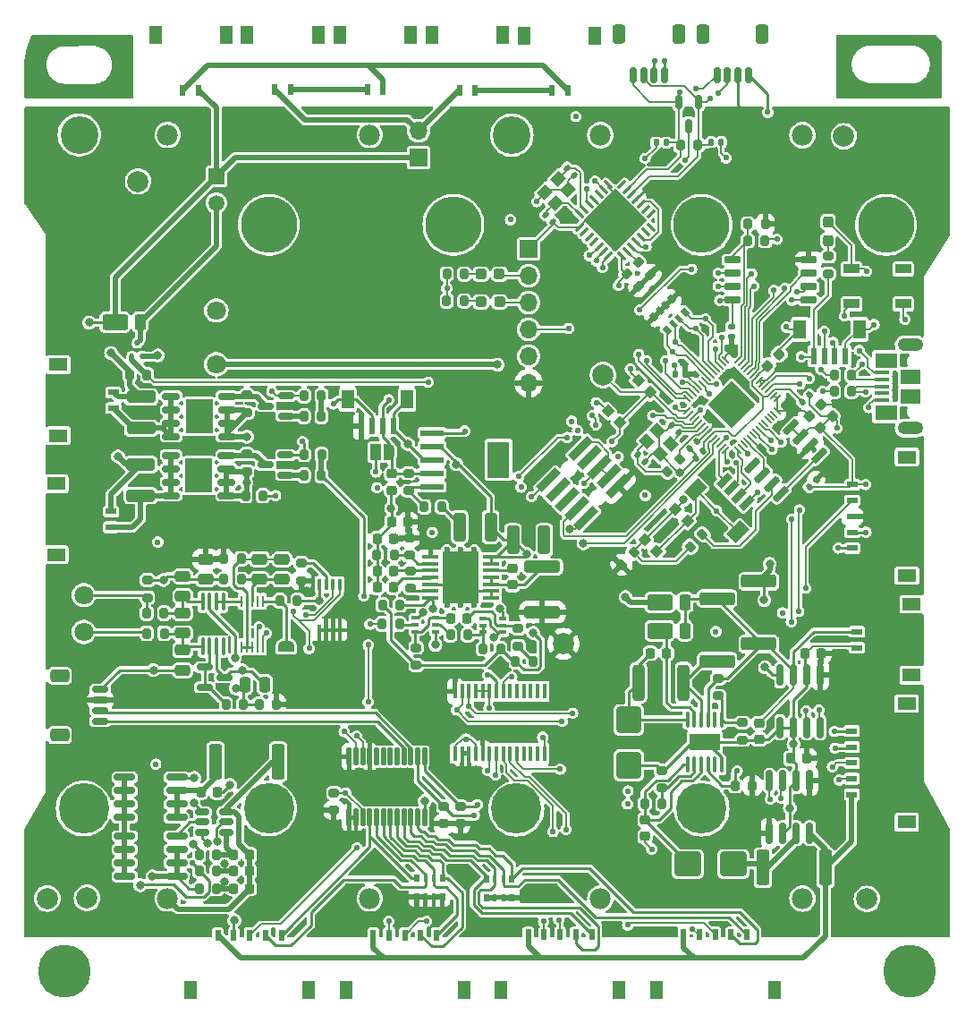
<source format=gbr>
%TF.GenerationSoftware,KiCad,Pcbnew,7.0.1*%
%TF.CreationDate,2023-12-10T19:02:08-07:00*%
%TF.ProjectId,Battery_Board_V3,42617474-6572-4795-9f42-6f6172645f56,rev?*%
%TF.SameCoordinates,Original*%
%TF.FileFunction,Copper,L1,Top*%
%TF.FilePolarity,Positive*%
%FSLAX46Y46*%
G04 Gerber Fmt 4.6, Leading zero omitted, Abs format (unit mm)*
G04 Created by KiCad (PCBNEW 7.0.1) date 2023-12-10 19:02:08*
%MOMM*%
%LPD*%
G01*
G04 APERTURE LIST*
G04 Aperture macros list*
%AMRoundRect*
0 Rectangle with rounded corners*
0 $1 Rounding radius*
0 $2 $3 $4 $5 $6 $7 $8 $9 X,Y pos of 4 corners*
0 Add a 4 corners polygon primitive as box body*
4,1,4,$2,$3,$4,$5,$6,$7,$8,$9,$2,$3,0*
0 Add four circle primitives for the rounded corners*
1,1,$1+$1,$2,$3*
1,1,$1+$1,$4,$5*
1,1,$1+$1,$6,$7*
1,1,$1+$1,$8,$9*
0 Add four rect primitives between the rounded corners*
20,1,$1+$1,$2,$3,$4,$5,0*
20,1,$1+$1,$4,$5,$6,$7,0*
20,1,$1+$1,$6,$7,$8,$9,0*
20,1,$1+$1,$8,$9,$2,$3,0*%
%AMRotRect*
0 Rectangle, with rotation*
0 The origin of the aperture is its center*
0 $1 length*
0 $2 width*
0 $3 Rotation angle, in degrees counterclockwise*
0 Add horizontal line*
21,1,$1,$2,0,0,$3*%
%AMFreePoly0*
4,1,19,0.550000,-0.750000,0.000000,-0.750000,0.000000,-0.744911,-0.071157,-0.744911,-0.207708,-0.704816,-0.327430,-0.627875,-0.420627,-0.520320,-0.479746,-0.390866,-0.500000,-0.250000,-0.500000,0.250000,-0.479746,0.390866,-0.420627,0.520320,-0.327430,0.627875,-0.207708,0.704816,-0.071157,0.744911,0.000000,0.744911,0.000000,0.750000,0.550000,0.750000,0.550000,-0.750000,0.550000,-0.750000,
$1*%
%AMFreePoly1*
4,1,19,0.000000,0.744911,0.071157,0.744911,0.207708,0.704816,0.327430,0.627875,0.420627,0.520320,0.479746,0.390866,0.500000,0.250000,0.500000,-0.250000,0.479746,-0.390866,0.420627,-0.520320,0.327430,-0.627875,0.207708,-0.704816,0.071157,-0.744911,0.000000,-0.744911,0.000000,-0.750000,-0.550000,-0.750000,-0.550000,0.750000,0.000000,0.750000,0.000000,0.744911,0.000000,0.744911,
$1*%
%AMFreePoly2*
4,1,19,0.500000,-0.750000,0.000000,-0.750000,0.000000,-0.744911,-0.071157,-0.744911,-0.207708,-0.704816,-0.327430,-0.627875,-0.420627,-0.520320,-0.479746,-0.390866,-0.500000,-0.250000,-0.500000,0.250000,-0.479746,0.390866,-0.420627,0.520320,-0.327430,0.627875,-0.207708,0.704816,-0.071157,0.744911,0.000000,0.744911,0.000000,0.750000,0.500000,0.750000,0.500000,-0.750000,0.500000,-0.750000,
$1*%
%AMFreePoly3*
4,1,19,0.000000,0.744911,0.071157,0.744911,0.207708,0.704816,0.327430,0.627875,0.420627,0.520320,0.479746,0.390866,0.500000,0.250000,0.500000,-0.250000,0.479746,-0.390866,0.420627,-0.520320,0.327430,-0.627875,0.207708,-0.704816,0.071157,-0.744911,0.000000,-0.744911,0.000000,-0.750000,-0.500000,-0.750000,-0.500000,0.750000,0.000000,0.750000,0.000000,0.744911,0.000000,0.744911,
$1*%
G04 Aperture macros list end*
%TA.AperFunction,SMDPad,CuDef*%
%ADD10RotRect,0.800000X0.500000X135.000000*%
%TD*%
%TA.AperFunction,SMDPad,CuDef*%
%ADD11RotRect,0.800000X0.400000X135.000000*%
%TD*%
%TA.AperFunction,SMDPad,CuDef*%
%ADD12R,0.500000X0.800000*%
%TD*%
%TA.AperFunction,SMDPad,CuDef*%
%ADD13R,0.400000X0.800000*%
%TD*%
%TA.AperFunction,SMDPad,CuDef*%
%ADD14RoundRect,0.200000X0.275000X-0.200000X0.275000X0.200000X-0.275000X0.200000X-0.275000X-0.200000X0*%
%TD*%
%TA.AperFunction,SMDPad,CuDef*%
%ADD15RotRect,0.600000X1.550000X135.000000*%
%TD*%
%TA.AperFunction,SMDPad,CuDef*%
%ADD16RotRect,1.200000X1.800000X135.000000*%
%TD*%
%TA.AperFunction,ComponentPad*%
%ADD17C,5.000000*%
%TD*%
%TA.AperFunction,SMDPad,CuDef*%
%ADD18RoundRect,0.225000X-0.225000X-0.250000X0.225000X-0.250000X0.225000X0.250000X-0.225000X0.250000X0*%
%TD*%
%TA.AperFunction,ComponentPad*%
%ADD19C,2.000000*%
%TD*%
%TA.AperFunction,SMDPad,CuDef*%
%ADD20R,1.500000X0.900000*%
%TD*%
%TA.AperFunction,SMDPad,CuDef*%
%ADD21RoundRect,0.150000X0.825000X0.150000X-0.825000X0.150000X-0.825000X-0.150000X0.825000X-0.150000X0*%
%TD*%
%TA.AperFunction,SMDPad,CuDef*%
%ADD22R,0.650000X0.400000*%
%TD*%
%TA.AperFunction,SMDPad,CuDef*%
%ADD23RoundRect,0.200000X-0.200000X-0.275000X0.200000X-0.275000X0.200000X0.275000X-0.200000X0.275000X0*%
%TD*%
%TA.AperFunction,SMDPad,CuDef*%
%ADD24RoundRect,0.150000X0.662500X0.150000X-0.662500X0.150000X-0.662500X-0.150000X0.662500X-0.150000X0*%
%TD*%
%TA.AperFunction,SMDPad,CuDef*%
%ADD25R,2.514000X3.200000*%
%TD*%
%TA.AperFunction,SMDPad,CuDef*%
%ADD26RoundRect,0.150000X-0.512500X-0.150000X0.512500X-0.150000X0.512500X0.150000X-0.512500X0.150000X0*%
%TD*%
%TA.AperFunction,SMDPad,CuDef*%
%ADD27R,0.600000X1.000000*%
%TD*%
%TA.AperFunction,SMDPad,CuDef*%
%ADD28R,1.250000X1.800000*%
%TD*%
%TA.AperFunction,SMDPad,CuDef*%
%ADD29RoundRect,0.140000X-0.021213X0.219203X-0.219203X0.021213X0.021213X-0.219203X0.219203X-0.021213X0*%
%TD*%
%TA.AperFunction,SMDPad,CuDef*%
%ADD30RoundRect,0.140000X-0.219203X-0.021213X-0.021213X-0.219203X0.219203X0.021213X0.021213X0.219203X0*%
%TD*%
%TA.AperFunction,SMDPad,CuDef*%
%ADD31RoundRect,0.200000X0.200000X0.275000X-0.200000X0.275000X-0.200000X-0.275000X0.200000X-0.275000X0*%
%TD*%
%TA.AperFunction,SMDPad,CuDef*%
%ADD32RoundRect,0.250000X0.275000X0.500000X-0.275000X0.500000X-0.275000X-0.500000X0.275000X-0.500000X0*%
%TD*%
%TA.AperFunction,SMDPad,CuDef*%
%ADD33RoundRect,0.250000X0.950000X0.500000X-0.950000X0.500000X-0.950000X-0.500000X0.950000X-0.500000X0*%
%TD*%
%TA.AperFunction,SMDPad,CuDef*%
%ADD34RoundRect,0.225000X-0.250000X0.225000X-0.250000X-0.225000X0.250000X-0.225000X0.250000X0.225000X0*%
%TD*%
%TA.AperFunction,SMDPad,CuDef*%
%ADD35RoundRect,0.200000X0.335876X0.053033X0.053033X0.335876X-0.335876X-0.053033X-0.053033X-0.335876X0*%
%TD*%
%TA.AperFunction,SMDPad,CuDef*%
%ADD36RoundRect,0.225000X0.250000X-0.225000X0.250000X0.225000X-0.250000X0.225000X-0.250000X-0.225000X0*%
%TD*%
%TA.AperFunction,SMDPad,CuDef*%
%ADD37RoundRect,0.250000X-0.475000X0.250000X-0.475000X-0.250000X0.475000X-0.250000X0.475000X0.250000X0*%
%TD*%
%TA.AperFunction,SMDPad,CuDef*%
%ADD38RoundRect,0.150000X0.150000X-0.825000X0.150000X0.825000X-0.150000X0.825000X-0.150000X-0.825000X0*%
%TD*%
%TA.AperFunction,SMDPad,CuDef*%
%ADD39R,2.200000X0.600000*%
%TD*%
%TA.AperFunction,SMDPad,CuDef*%
%ADD40R,2.150000X3.450000*%
%TD*%
%TA.AperFunction,SMDPad,CuDef*%
%ADD41RoundRect,0.150000X0.406586X0.618718X-0.618718X-0.406586X-0.406586X-0.618718X0.618718X0.406586X0*%
%TD*%
%TA.AperFunction,SMDPad,CuDef*%
%ADD42RotRect,0.900000X0.900000X225.000000*%
%TD*%
%TA.AperFunction,SMDPad,CuDef*%
%ADD43R,1.000000X0.600000*%
%TD*%
%TA.AperFunction,SMDPad,CuDef*%
%ADD44R,1.800000X1.250000*%
%TD*%
%TA.AperFunction,SMDPad,CuDef*%
%ADD45RotRect,0.900000X0.900000X45.000000*%
%TD*%
%TA.AperFunction,SMDPad,CuDef*%
%ADD46RoundRect,0.020500X0.184500X-0.764500X0.184500X0.764500X-0.184500X0.764500X-0.184500X-0.764500X0*%
%TD*%
%TA.AperFunction,SMDPad,CuDef*%
%ADD47RoundRect,0.150000X0.587500X0.150000X-0.587500X0.150000X-0.587500X-0.150000X0.587500X-0.150000X0*%
%TD*%
%TA.AperFunction,SMDPad,CuDef*%
%ADD48RoundRect,0.250000X0.362500X1.425000X-0.362500X1.425000X-0.362500X-1.425000X0.362500X-1.425000X0*%
%TD*%
%TA.AperFunction,ComponentPad*%
%ADD49R,1.700000X1.700000*%
%TD*%
%TA.AperFunction,ComponentPad*%
%ADD50O,1.700000X1.700000*%
%TD*%
%TA.AperFunction,SMDPad,CuDef*%
%ADD51RoundRect,0.150000X0.150000X0.625000X-0.150000X0.625000X-0.150000X-0.625000X0.150000X-0.625000X0*%
%TD*%
%TA.AperFunction,SMDPad,CuDef*%
%ADD52RoundRect,0.250000X0.350000X0.650000X-0.350000X0.650000X-0.350000X-0.650000X0.350000X-0.650000X0*%
%TD*%
%TA.AperFunction,ComponentPad*%
%ADD53C,1.800000*%
%TD*%
%TA.AperFunction,SMDPad,CuDef*%
%ADD54RoundRect,0.100000X-0.687500X-0.100000X0.687500X-0.100000X0.687500X0.100000X-0.687500X0.100000X0*%
%TD*%
%TA.AperFunction,ComponentPad*%
%ADD55C,0.600000*%
%TD*%
%TA.AperFunction,SMDPad,CuDef*%
%ADD56R,3.400000X5.000000*%
%TD*%
%TA.AperFunction,SMDPad,CuDef*%
%ADD57RoundRect,0.200000X0.053033X-0.335876X0.335876X-0.053033X-0.053033X0.335876X-0.335876X0.053033X0*%
%TD*%
%TA.AperFunction,SMDPad,CuDef*%
%ADD58RoundRect,0.237500X-0.237500X0.287500X-0.237500X-0.287500X0.237500X-0.287500X0.237500X0.287500X0*%
%TD*%
%TA.AperFunction,SMDPad,CuDef*%
%ADD59RoundRect,0.250000X-0.362500X-1.425000X0.362500X-1.425000X0.362500X1.425000X-0.362500X1.425000X0*%
%TD*%
%TA.AperFunction,SMDPad,CuDef*%
%ADD60RoundRect,0.250000X-1.000000X-0.900000X1.000000X-0.900000X1.000000X0.900000X-1.000000X0.900000X0*%
%TD*%
%TA.AperFunction,SMDPad,CuDef*%
%ADD61RoundRect,0.140000X0.219203X0.021213X0.021213X0.219203X-0.219203X-0.021213X-0.021213X-0.219203X0*%
%TD*%
%TA.AperFunction,SMDPad,CuDef*%
%ADD62RoundRect,0.125000X0.176777X0.000000X0.000000X0.176777X-0.176777X0.000000X0.000000X-0.176777X0*%
%TD*%
%TA.AperFunction,SMDPad,CuDef*%
%ADD63RoundRect,0.150000X-0.150000X0.512500X-0.150000X-0.512500X0.150000X-0.512500X0.150000X0.512500X0*%
%TD*%
%TA.AperFunction,SMDPad,CuDef*%
%ADD64RoundRect,0.150000X-0.150000X0.825000X-0.150000X-0.825000X0.150000X-0.825000X0.150000X0.825000X0*%
%TD*%
%TA.AperFunction,SMDPad,CuDef*%
%ADD65RoundRect,0.200000X-0.053033X0.335876X-0.335876X0.053033X0.053033X-0.335876X0.335876X-0.053033X0*%
%TD*%
%TA.AperFunction,SMDPad,CuDef*%
%ADD66RoundRect,0.237500X-0.287500X-0.237500X0.287500X-0.237500X0.287500X0.237500X-0.287500X0.237500X0*%
%TD*%
%TA.AperFunction,SMDPad,CuDef*%
%ADD67R,0.400000X0.510000*%
%TD*%
%TA.AperFunction,SMDPad,CuDef*%
%ADD68RoundRect,0.250000X-1.425000X0.362500X-1.425000X-0.362500X1.425000X-0.362500X1.425000X0.362500X0*%
%TD*%
%TA.AperFunction,SMDPad,CuDef*%
%ADD69RoundRect,0.200000X-0.275000X0.200000X-0.275000X-0.200000X0.275000X-0.200000X0.275000X0.200000X0*%
%TD*%
%TA.AperFunction,SMDPad,CuDef*%
%ADD70RoundRect,0.100000X0.100000X-0.712500X0.100000X0.712500X-0.100000X0.712500X-0.100000X-0.712500X0*%
%TD*%
%TA.AperFunction,SMDPad,CuDef*%
%ADD71RoundRect,0.250000X0.325000X1.100000X-0.325000X1.100000X-0.325000X-1.100000X0.325000X-1.100000X0*%
%TD*%
%TA.AperFunction,SMDPad,CuDef*%
%ADD72R,0.450000X1.475000*%
%TD*%
%TA.AperFunction,SMDPad,CuDef*%
%ADD73RoundRect,0.225000X0.225000X0.250000X-0.225000X0.250000X-0.225000X-0.250000X0.225000X-0.250000X0*%
%TD*%
%TA.AperFunction,SMDPad,CuDef*%
%ADD74RoundRect,0.150000X-0.650000X-0.150000X0.650000X-0.150000X0.650000X0.150000X-0.650000X0.150000X0*%
%TD*%
%TA.AperFunction,SMDPad,CuDef*%
%ADD75RoundRect,0.150000X-0.587500X-0.150000X0.587500X-0.150000X0.587500X0.150000X-0.587500X0.150000X0*%
%TD*%
%TA.AperFunction,SMDPad,CuDef*%
%ADD76RoundRect,0.150000X-0.625000X0.150000X-0.625000X-0.150000X0.625000X-0.150000X0.625000X0.150000X0*%
%TD*%
%TA.AperFunction,SMDPad,CuDef*%
%ADD77RoundRect,0.250000X-0.650000X0.350000X-0.650000X-0.350000X0.650000X-0.350000X0.650000X0.350000X0*%
%TD*%
%TA.AperFunction,SMDPad,CuDef*%
%ADD78FreePoly0,0.000000*%
%TD*%
%TA.AperFunction,SMDPad,CuDef*%
%ADD79R,1.000000X1.500000*%
%TD*%
%TA.AperFunction,SMDPad,CuDef*%
%ADD80FreePoly1,0.000000*%
%TD*%
%TA.AperFunction,SMDPad,CuDef*%
%ADD81RoundRect,0.250000X1.100000X-0.325000X1.100000X0.325000X-1.100000X0.325000X-1.100000X-0.325000X0*%
%TD*%
%TA.AperFunction,SMDPad,CuDef*%
%ADD82RoundRect,0.140000X0.170000X-0.140000X0.170000X0.140000X-0.170000X0.140000X-0.170000X-0.140000X0*%
%TD*%
%TA.AperFunction,SMDPad,CuDef*%
%ADD83RoundRect,0.250000X1.425000X-0.362500X1.425000X0.362500X-1.425000X0.362500X-1.425000X-0.362500X0*%
%TD*%
%TA.AperFunction,SMDPad,CuDef*%
%ADD84RoundRect,0.140000X-0.140000X-0.170000X0.140000X-0.170000X0.140000X0.170000X-0.140000X0.170000X0*%
%TD*%
%TA.AperFunction,SMDPad,CuDef*%
%ADD85R,1.380000X0.450000*%
%TD*%
%TA.AperFunction,ComponentPad*%
%ADD86O,2.416000X1.208000*%
%TD*%
%TA.AperFunction,SMDPad,CuDef*%
%ADD87R,2.100000X1.475000*%
%TD*%
%TA.AperFunction,SMDPad,CuDef*%
%ADD88R,1.900000X1.375000*%
%TD*%
%TA.AperFunction,SMDPad,CuDef*%
%ADD89RoundRect,0.250000X-0.900000X1.000000X-0.900000X-1.000000X0.900000X-1.000000X0.900000X1.000000X0*%
%TD*%
%TA.AperFunction,SMDPad,CuDef*%
%ADD90RoundRect,0.140000X0.140000X0.170000X-0.140000X0.170000X-0.140000X-0.170000X0.140000X-0.170000X0*%
%TD*%
%TA.AperFunction,SMDPad,CuDef*%
%ADD91RoundRect,0.050000X-0.309359X0.238649X0.238649X-0.309359X0.309359X-0.238649X-0.238649X0.309359X0*%
%TD*%
%TA.AperFunction,SMDPad,CuDef*%
%ADD92RoundRect,0.050000X-0.309359X-0.238649X-0.238649X-0.309359X0.309359X0.238649X0.238649X0.309359X0*%
%TD*%
%TA.AperFunction,SMDPad,CuDef*%
%ADD93RotRect,3.200000X3.200000X315.000000*%
%TD*%
%TA.AperFunction,SMDPad,CuDef*%
%ADD94RoundRect,0.250000X0.475000X-0.250000X0.475000X0.250000X-0.475000X0.250000X-0.475000X-0.250000X0*%
%TD*%
%TA.AperFunction,SMDPad,CuDef*%
%ADD95R,0.250000X1.100000*%
%TD*%
%TA.AperFunction,SMDPad,CuDef*%
%ADD96RoundRect,0.250000X-0.312500X-1.450000X0.312500X-1.450000X0.312500X1.450000X-0.312500X1.450000X0*%
%TD*%
%TA.AperFunction,SMDPad,CuDef*%
%ADD97RoundRect,0.075000X0.362392X-0.256326X-0.256326X0.362392X-0.362392X0.256326X0.256326X-0.362392X0*%
%TD*%
%TA.AperFunction,SMDPad,CuDef*%
%ADD98RoundRect,0.075000X0.362392X0.256326X0.256326X0.362392X-0.362392X-0.256326X-0.256326X-0.362392X0*%
%TD*%
%TA.AperFunction,SMDPad,CuDef*%
%ADD99RotRect,4.250000X4.250000X135.000000*%
%TD*%
%TA.AperFunction,SMDPad,CuDef*%
%ADD100RotRect,0.760000X2.600000X135.000000*%
%TD*%
%TA.AperFunction,ComponentPad*%
%ADD101R,1.508000X1.508000*%
%TD*%
%TA.AperFunction,ComponentPad*%
%ADD102C,1.508000*%
%TD*%
%TA.AperFunction,SMDPad,CuDef*%
%ADD103R,0.400000X1.100000*%
%TD*%
%TA.AperFunction,SMDPad,CuDef*%
%ADD104R,0.600000X1.550000*%
%TD*%
%TA.AperFunction,SMDPad,CuDef*%
%ADD105R,1.200000X1.800000*%
%TD*%
%TA.AperFunction,SMDPad,CuDef*%
%ADD106RoundRect,0.225000X0.017678X-0.335876X0.335876X-0.017678X-0.017678X0.335876X-0.335876X0.017678X0*%
%TD*%
%TA.AperFunction,SMDPad,CuDef*%
%ADD107RoundRect,0.225000X-0.335876X-0.017678X-0.017678X-0.335876X0.335876X0.017678X0.017678X0.335876X0*%
%TD*%
%TA.AperFunction,SMDPad,CuDef*%
%ADD108RoundRect,0.250000X-0.325000X-1.100000X0.325000X-1.100000X0.325000X1.100000X-0.325000X1.100000X0*%
%TD*%
%TA.AperFunction,SMDPad,CuDef*%
%ADD109RoundRect,0.250000X-1.450000X0.312500X-1.450000X-0.312500X1.450000X-0.312500X1.450000X0.312500X0*%
%TD*%
%TA.AperFunction,SMDPad,CuDef*%
%ADD110RoundRect,0.100000X0.100000X-0.625000X0.100000X0.625000X-0.100000X0.625000X-0.100000X-0.625000X0*%
%TD*%
%TA.AperFunction,SMDPad,CuDef*%
%ADD111R,2.850000X1.650000*%
%TD*%
%TA.AperFunction,SMDPad,CuDef*%
%ADD112RotRect,1.150000X1.000000X315.000000*%
%TD*%
%TA.AperFunction,SMDPad,CuDef*%
%ADD113RoundRect,0.250000X-0.250000X-0.475000X0.250000X-0.475000X0.250000X0.475000X-0.250000X0.475000X0*%
%TD*%
%TA.AperFunction,SMDPad,CuDef*%
%ADD114RoundRect,0.140000X0.021213X-0.219203X0.219203X-0.021213X-0.021213X0.219203X-0.219203X0.021213X0*%
%TD*%
%TA.AperFunction,SMDPad,CuDef*%
%ADD115RotRect,1.150000X1.000000X225.000000*%
%TD*%
%TA.AperFunction,SMDPad,CuDef*%
%ADD116FreePoly2,270.000000*%
%TD*%
%TA.AperFunction,SMDPad,CuDef*%
%ADD117FreePoly3,270.000000*%
%TD*%
%TA.AperFunction,ComponentPad*%
%ADD118C,4.770000*%
%TD*%
%TA.AperFunction,ComponentPad*%
%ADD119C,5.325000*%
%TD*%
%TA.AperFunction,ComponentPad*%
%ADD120C,3.570000*%
%TD*%
%TA.AperFunction,ComponentPad*%
%ADD121C,1.980000*%
%TD*%
%TA.AperFunction,ViaPad*%
%ADD122C,0.800000*%
%TD*%
%TA.AperFunction,ViaPad*%
%ADD123C,0.560000*%
%TD*%
%TA.AperFunction,Conductor*%
%ADD124C,0.127000*%
%TD*%
%TA.AperFunction,Conductor*%
%ADD125C,0.250000*%
%TD*%
%TA.AperFunction,Conductor*%
%ADD126C,0.500000*%
%TD*%
G04 APERTURE END LIST*
D10*
%TO.P,R48,1,R1.1*%
%TO.N,SCL0*%
X171537868Y-70934924D03*
D11*
%TO.P,R48,2,R2.1*%
%TO.N,SDA0*%
X172103553Y-70369239D03*
%TO.P,R48,3,R3.1*%
%TO.N,SCL1*%
X172669239Y-69803553D03*
D10*
%TO.P,R48,4,R4.1*%
%TO.N,SDA1*%
X173234924Y-69237868D03*
%TO.P,R48,5,R4.2*%
%TO.N,+3V3*%
X171962132Y-67965076D03*
D11*
%TO.P,R48,6,R3.2*%
X171396447Y-68530761D03*
%TO.P,R48,7,R2.2*%
X170830761Y-69096447D03*
D10*
%TO.P,R48,8,R1.2*%
X170265076Y-69662132D03*
%TD*%
D12*
%TO.P,R18,1,R1.1*%
%TO.N,F3_SCL*%
X156840000Y-122790000D03*
D13*
%TO.P,R18,2,R2.1*%
%TO.N,F3_SDA*%
X156040000Y-122790000D03*
%TO.P,R18,3,R3.1*%
%TO.N,F2_SCL*%
X155240000Y-122790000D03*
D12*
%TO.P,R18,4,R4.1*%
%TO.N,F2_SDA*%
X154440000Y-122790000D03*
%TO.P,R18,5,R4.2*%
%TO.N,+3V3*%
X154440000Y-124590000D03*
D13*
%TO.P,R18,6,R3.2*%
X155240000Y-124590000D03*
%TO.P,R18,7,R2.2*%
X156040000Y-124590000D03*
D12*
%TO.P,R18,8,R1.2*%
X156840000Y-124590000D03*
%TD*%
%TO.P,R16,1,R1.1*%
%TO.N,F1_SCL*%
X150250000Y-122760000D03*
D13*
%TO.P,R16,2,R2.1*%
%TO.N,F1_SDA*%
X149450000Y-122760000D03*
%TO.P,R16,3,R3.1*%
%TO.N,F0_SCL*%
X148650000Y-122760000D03*
D12*
%TO.P,R16,4,R4.1*%
%TO.N,F0_SDA*%
X147850000Y-122760000D03*
%TO.P,R16,5,R4.2*%
%TO.N,+3V3*%
X147850000Y-124560000D03*
D13*
%TO.P,R16,6,R3.2*%
X148650000Y-124560000D03*
%TO.P,R16,7,R2.2*%
X149450000Y-124560000D03*
D12*
%TO.P,R16,8,R1.2*%
X150250000Y-124560000D03*
%TD*%
D14*
%TO.P,R57,1,1*%
%TO.N,VBUS*%
X186790000Y-65585000D03*
%TO.P,R57,2,2*%
%TO.N,Net-(D10-PadA)*%
X186790000Y-63935000D03*
%TD*%
D15*
%TO.P,J21,1,1*%
%TO.N,SPI1_CS0*%
X179057577Y-87283744D03*
%TO.P,J21,2,2*%
%TO.N,SPI1_SCK*%
X178350470Y-86576637D03*
%TO.P,J21,3,3*%
%TO.N,SPI1_MOSI*%
X177643363Y-85869530D03*
%TO.P,J21,4,4*%
%TO.N,SPI1_MISO*%
X176936256Y-85162423D03*
D16*
%TO.P,J21,S1,SHIELD*%
%TO.N,GND*%
X178191371Y-89988427D03*
%TO.P,J21,S2,SHIELD*%
X174231573Y-86028629D03*
%TD*%
D17*
%TO.P,,1*%
%TO.N,N/C*%
X194500000Y-131530000D03*
%TD*%
D18*
%TO.P,C1,1,1*%
%TO.N,GND*%
X144082500Y-90615000D03*
%TO.P,C1,2,2*%
%TO.N,+3V3*%
X145632500Y-90615000D03*
%TD*%
D19*
%TO.P,TP6,1,1*%
%TO.N,VBUSP*%
X121450000Y-56840000D03*
%TD*%
D20*
%TO.P,LED1,1,VDD*%
%TO.N,NEO_PWR*%
X193870000Y-68420000D03*
%TO.P,LED1,2,DO*%
%TO.N,unconnected-(LED1-DO-Pad2)*%
X193870000Y-65120000D03*
%TO.P,LED1,3,GND*%
%TO.N,GND*%
X188970000Y-65120000D03*
%TO.P,LED1,4,DI*%
%TO.N,NEOPIX*%
X188970000Y-68420000D03*
%TD*%
D21*
%TO.P,Q2,1,S*%
%TO.N,GND*%
X125124999Y-122585000D03*
%TO.P,Q2,2,S*%
X125124999Y-121315000D03*
%TO.P,Q2,3,S*%
X125124999Y-120045000D03*
%TO.P,Q2,4,G*%
%TO.N,Net-(Q2-G)*%
X125124999Y-118775000D03*
%TO.P,Q2,5,D*%
%TO.N,Net-(Q1-D-Pad5)*%
X120174999Y-118775000D03*
%TO.P,Q2,6,D*%
X120174999Y-120045000D03*
%TO.P,Q2,7,D*%
X120174999Y-121315000D03*
%TO.P,Q2,8,D*%
X120174999Y-122585000D03*
%TD*%
D22*
%TO.P,Q3,1,E1*%
%TO.N,GND*%
X154057500Y-98180000D03*
%TO.P,Q3,2,B1*%
%TO.N,Net-(Q3A-B1)*%
X154057500Y-98830000D03*
%TO.P,Q3,3,C2*%
X154057500Y-99480000D03*
%TO.P,Q3,4,E2*%
%TO.N,GND*%
X155957500Y-99480000D03*
%TO.P,Q3,5,B2*%
%TO.N,Net-(Q3B-B2)*%
X155957500Y-98830000D03*
%TO.P,Q3,6,C1*%
%TO.N,/3V3_EN*%
X155957500Y-98180000D03*
%TD*%
D23*
%TO.P,R4,1*%
%TO.N,BM*%
X127225000Y-120530000D03*
%TO.P,R4,2*%
%TO.N,Net-(U1-VC)*%
X128875000Y-120530000D03*
%TD*%
D24*
%TO.P,Q9,1,Source*%
%TO.N,Net-(K1-PadNO)*%
X129840002Y-86574999D03*
%TO.P,Q9,2,Source*%
X129840002Y-85304999D03*
%TO.P,Q9,3,Source*%
X129840002Y-84034999D03*
%TO.P,Q9,4,Gate*%
%TO.N,Net-(Q7-D)*%
X129840002Y-82764999D03*
%TO.P,Q9,5,Drain*%
%TO.N,Heater*%
X124565002Y-82764999D03*
%TO.P,Q9,6,Drain*%
X124565002Y-84034999D03*
%TO.P,Q9,7,Drain*%
X124565002Y-85304999D03*
%TO.P,Q9,8,Drain*%
X124565002Y-86574999D03*
D25*
%TO.P,Q9,9*%
%TO.N,N/C*%
X127202502Y-84669999D03*
%TD*%
D26*
%TO.P,U1,1,DOUT*%
%TO.N,Net-(Q1-G)*%
X127542500Y-116500000D03*
%TO.P,U1,2,COUT*%
%TO.N,Net-(Q2-G)*%
X127542500Y-117450000D03*
%TO.P,U1,3,V-*%
%TO.N,Net-(U1-V-)*%
X127542500Y-118400000D03*
%TO.P,U1,4,VC*%
%TO.N,Net-(U1-VC)*%
X129817500Y-118400000D03*
%TO.P,U1,5,VDD*%
%TO.N,/VDD*%
X129817500Y-117450000D03*
%TO.P,U1,6,VSS*%
%TO.N,B-*%
X129817500Y-116500000D03*
%TD*%
D27*
%TO.P,J11,1,Pin_1*%
%TO.N,VSOLAR*%
X143710000Y-128130000D03*
%TO.P,J11,2,Pin_2*%
%TO.N,GND*%
X145210000Y-128130000D03*
%TO.P,J11,3,Pin_3*%
%TO.N,F1_ENB*%
X146710000Y-128130000D03*
%TO.P,J11,4,Pin_4*%
%TO.N,F1_SCL*%
X148210000Y-128130000D03*
%TO.P,J11,5,Pin_5*%
%TO.N,F1_SDA*%
X149710000Y-128130000D03*
D28*
%TO.P,J11,S1*%
%TO.N,N/C*%
X141105000Y-133320000D03*
%TO.P,J11,S2*%
X152315000Y-133320000D03*
%TD*%
D29*
%TO.P,C31,1,1*%
%TO.N,+3V3*%
X185639411Y-85060589D03*
%TO.P,C31,2,2*%
%TO.N,GND*%
X184960589Y-85739411D03*
%TD*%
D27*
%TO.P,J7,1,Pin_1*%
%TO.N,Net-(J7-Pin_1)*%
X153370000Y-48210000D03*
%TO.P,J7,2,Pin_2*%
%TO.N,VBatt*%
X151870000Y-48210000D03*
D28*
%TO.P,J7,S1*%
%TO.N,N/C*%
X155975000Y-43020000D03*
%TO.P,J7,S2*%
X149265000Y-43020000D03*
%TD*%
D30*
%TO.P,C20,1,1*%
%TO.N,GND*%
X171960589Y-79870589D03*
%TO.P,C20,2,2*%
%TO.N,Net-(IC3-XIN)*%
X172639411Y-80549411D03*
%TD*%
D27*
%TO.P,J13,1,Pin_1*%
%TO.N,VSOLAR*%
X173090000Y-128100000D03*
%TO.P,J13,2,Pin_2*%
%TO.N,GND*%
X174590000Y-128100000D03*
%TO.P,J13,3,Pin_3*%
%TO.N,F3_ENB*%
X176090000Y-128100000D03*
%TO.P,J13,4,Pin_4*%
%TO.N,F3_SCL*%
X177590000Y-128100000D03*
%TO.P,J13,5,Pin_5*%
%TO.N,F3_SDA*%
X179090000Y-128100000D03*
D28*
%TO.P,J13,S1*%
%TO.N,N/C*%
X170485000Y-133290000D03*
%TO.P,J13,S2*%
X181695000Y-133290000D03*
%TD*%
D31*
%TO.P,FB3,1*%
%TO.N,AGND*%
X131215000Y-94502499D03*
%TO.P,FB3,2*%
%TO.N,GND*%
X129565000Y-94502499D03*
%TD*%
D32*
%TO.P,D1,A,A*%
%TO.N,Net-(Q4-C)*%
X121640001Y-70154998D03*
D33*
%TO.P,D1,C,C*%
%TO.N,VBUSP*%
X119265001Y-70154998D03*
%TD*%
D31*
%TO.P,R19,1,1*%
%TO.N,GND*%
X133285000Y-86564998D03*
%TO.P,R19,2,2*%
%TO.N,Net-(K1-PadNO)*%
X131635000Y-86564998D03*
%TD*%
D34*
%TO.P,C40,1,1*%
%TO.N,VBATT_SENSE*%
X180220000Y-108085000D03*
%TO.P,C40,2,2*%
%TO.N,GND*%
X180220000Y-109635000D03*
%TD*%
D27*
%TO.P,J8,1,Pin_1*%
%TO.N,VBatt1*%
X162110000Y-48230000D03*
%TO.P,J8,2,Pin_2*%
%TO.N,Net-(J7-Pin_1)*%
X160610000Y-48230000D03*
D28*
%TO.P,J8,S1*%
%TO.N,N/C*%
X164715000Y-43040000D03*
%TO.P,J8,S2*%
X158005000Y-43040000D03*
%TD*%
D31*
%TO.P,R31,1,1*%
%TO.N,+3V3*%
X180825000Y-60880000D03*
%TO.P,R31,2,2*%
%TO.N,/QSPI_CS*%
X179175000Y-60880000D03*
%TD*%
D23*
%TO.P,R43,1,1*%
%TO.N,Net-(D4-K)*%
X169415000Y-115690000D03*
%TO.P,R43,2,2*%
%TO.N,Net-(IC4-VIN_REG)*%
X171065000Y-115690000D03*
%TD*%
D35*
%TO.P,R40,1,1*%
%TO.N,+3V3*%
X169963503Y-65683595D03*
%TO.P,R40,2,2*%
%TO.N,Net-(U11-RESET)*%
X168796777Y-64516869D03*
%TD*%
D36*
%TO.P,C13,1*%
%TO.N,GND*%
X145467500Y-86055000D03*
%TO.P,C13,2*%
%TO.N,+5V*%
X145467500Y-84505000D03*
%TD*%
D37*
%TO.P,C18,1*%
%TO.N,Net-(U9-+IN)*%
X125665000Y-97682499D03*
%TO.P,C18,2*%
%TO.N,Net-(U9--IN)*%
X125665000Y-99582499D03*
%TD*%
D38*
%TO.P,U14,1,A1*%
%TO.N,GND*%
X182215000Y-108495000D03*
%TO.P,U14,2,A0*%
X183485000Y-108495000D03*
%TO.P,U14,3,SDA*%
%TO.N,SDA0*%
X184755000Y-108495000D03*
%TO.P,U14,4,SCL*%
%TO.N,SCL0*%
X186025000Y-108495000D03*
%TO.P,U14,5,VS*%
%TO.N,+3V3*%
X186025000Y-103545000D03*
%TO.P,U14,6,GND*%
%TO.N,GND*%
X184755000Y-103545000D03*
%TO.P,U14,7,IN-*%
%TO.N,VBATT_SENSE*%
X183485000Y-103545000D03*
%TO.P,U14,8,IN+*%
%TO.N,PACK+*%
X182215000Y-103545000D03*
%TD*%
D39*
%TO.P,U6,1,~{SHDN}*%
%TO.N,ENAB_RF*%
X149270000Y-80630000D03*
%TO.P,U6,2,IN*%
%TO.N,VBUSP*%
X149270000Y-81900000D03*
%TO.P,U6,3,GND_1*%
%TO.N,GND*%
X149270000Y-83170000D03*
%TO.P,U6,4,OUT*%
%TO.N,+5V*%
X149270000Y-84440000D03*
%TO.P,U6,5,SENSE/ADJ*%
%TO.N,Net-(U6-SENSE{slash}ADJ)*%
X149270000Y-85710000D03*
D40*
%TO.P,U6,6,GND_2*%
%TO.N,GND*%
X155570000Y-83170000D03*
%TD*%
D41*
%TO.P,U13,1,~{MR}*%
%TO.N,Net-(U13-~{MR})*%
X185957838Y-82766238D03*
%TO.P,U13,2,VCC*%
%TO.N,+3V3*%
X185059813Y-81868213D03*
%TO.P,U13,3,GND*%
%TO.N,GND*%
X184161787Y-80970187D03*
%TO.P,U13,4,PFI*%
X183263762Y-80072162D03*
%TO.P,U13,5,~{PFO}*%
%TO.N,unconnected-(U13-~{PFO}-Pad5)*%
X179622162Y-83713762D03*
%TO.P,U13,6,~{WDI}*%
%TO.N,WDT_WDI*%
X180520187Y-84611787D03*
%TO.P,U13,7,~{RESET}*%
%TO.N,Net-(U13-~{RESET})*%
X181418213Y-85509813D03*
%TO.P,U13,8,~{WDO}*%
%TO.N,Net-(U13-~{MR})*%
X182316238Y-86407838D03*
%TD*%
D42*
%TO.P,SW1,A,P*%
%TO.N,/USBBOOT*%
X167046117Y-79685254D03*
%TO.P,SW1,A',P1*%
X169945254Y-76786117D03*
%TO.P,SW1,B,S*%
%TO.N,GND*%
X165914746Y-78553883D03*
%TO.P,SW1,B',S1*%
X168813883Y-75654746D03*
%TD*%
D43*
%TO.P,J14,1,Pin_1*%
%TO.N,VSOLAR*%
X189020000Y-114845000D03*
%TO.P,J14,2,Pin_2*%
%TO.N,GND*%
X189020000Y-113345000D03*
%TO.P,J14,3,Pin_3*%
%TO.N,F4_ENB*%
X189020000Y-111845000D03*
%TO.P,J14,4,Pin_4*%
%TO.N,F4_SCL*%
X189020000Y-110345000D03*
%TO.P,J14,5,Pin_5*%
%TO.N,F4_SDA*%
X189020000Y-108845000D03*
D44*
%TO.P,J14,S1*%
%TO.N,N/C*%
X194210000Y-117450000D03*
%TO.P,J14,S2*%
X194210000Y-106240000D03*
%TD*%
D23*
%TO.P,FB1,1*%
%TO.N,Net-(U9-+Vs)*%
X132890000Y-106322499D03*
%TO.P,FB1,2*%
%TO.N,+3V3*%
X134540000Y-106322499D03*
%TD*%
D45*
%TO.P,SW2,A,P*%
%TO.N,/~{RESET}*%
X172313883Y-87844746D03*
%TO.P,SW2,A',P1*%
X169414746Y-90743883D03*
%TO.P,SW2,B,S*%
%TO.N,GND*%
X173445254Y-88976117D03*
%TO.P,SW2,B',S1*%
X170546117Y-91875254D03*
%TD*%
D19*
%TO.P,TP1,1,1*%
%TO.N,+3V3*%
X161720000Y-100590000D03*
%TD*%
D18*
%TO.P,C12,1*%
%TO.N,Net-(Q5A-C1)*%
X151052500Y-98160000D03*
%TO.P,C12,2*%
%TO.N,Net-(Q3B-B2)*%
X152602500Y-98160000D03*
%TD*%
D36*
%TO.P,C6,1,1*%
%TO.N,Net-(U3-SW1)*%
X156907500Y-95015000D03*
%TO.P,C6,2,2*%
%TO.N,Net-(U3-VBST)*%
X156907500Y-93465000D03*
%TD*%
D46*
%TO.P,U5,1,A0*%
%TO.N,+3V3*%
X141420000Y-117000000D03*
%TO.P,U5,2,A1*%
X142070000Y-117000000D03*
%TO.P,U5,3,~{RESET}*%
%TO.N,I2C_RESET*%
X142720000Y-117000000D03*
%TO.P,U5,4,SD0*%
%TO.N,F0_SDA*%
X143370000Y-117000000D03*
%TO.P,U5,5,SC0*%
%TO.N,F0_SCL*%
X144020000Y-117000000D03*
%TO.P,U5,6,SD1*%
%TO.N,F1_SDA*%
X144670000Y-117000000D03*
%TO.P,U5,7,SC1*%
%TO.N,F1_SCL*%
X145320000Y-117000000D03*
%TO.P,U5,8,SD2*%
%TO.N,F2_SDA*%
X145970000Y-117000000D03*
%TO.P,U5,9,SC2*%
%TO.N,F2_SCL*%
X146620000Y-117000000D03*
%TO.P,U5,10,SD3*%
%TO.N,F3_SDA*%
X147270000Y-117000000D03*
%TO.P,U5,11,SC3*%
%TO.N,F3_SCL*%
X147920000Y-117000000D03*
%TO.P,U5,12,GND*%
%TO.N,GND*%
X148570000Y-117000000D03*
%TO.P,U5,13,SD4*%
%TO.N,F4_SDA*%
X148570000Y-111260000D03*
%TO.P,U5,14,SC4*%
%TO.N,F4_SCL*%
X147920000Y-111260000D03*
%TO.P,U5,15,SD5*%
%TO.N,Break_SDA*%
X147270000Y-111260000D03*
%TO.P,U5,16,SC5*%
%TO.N,Break_SCL*%
X146620000Y-111260000D03*
%TO.P,U5,17,SD6*%
%TO.N,unconnected-(U5-SD6-Pad17)*%
X145970000Y-111260000D03*
%TO.P,U5,18,SC6*%
%TO.N,unconnected-(U5-SC6-Pad18)*%
X145320000Y-111260000D03*
%TO.P,U5,19,SD7*%
%TO.N,unconnected-(U5-SD7-Pad19)*%
X144670000Y-111260000D03*
%TO.P,U5,20,SC7*%
%TO.N,unconnected-(U5-SC7-Pad20)*%
X144020000Y-111260000D03*
%TO.P,U5,21,A2*%
%TO.N,+3V3*%
X143370000Y-111260000D03*
%TO.P,U5,22,SCL*%
%TO.N,SCL0*%
X142720000Y-111260000D03*
%TO.P,U5,23,SDA*%
%TO.N,SDA0*%
X142070000Y-111260000D03*
%TO.P,U5,24,VCC*%
%TO.N,+3V3*%
X141420000Y-111260000D03*
%TD*%
D47*
%TO.P,Q7,1,G*%
%TO.N,Net-(Q7-G)*%
X135407501Y-84619998D03*
%TO.P,Q7,2,S*%
%TO.N,GND*%
X135407501Y-82719998D03*
%TO.P,Q7,3,D*%
%TO.N,Net-(Q7-D)*%
X133532501Y-83669998D03*
%TD*%
D19*
%TO.P,TP2,1,1*%
%TO.N,B-*%
X116620000Y-124620000D03*
%TD*%
D23*
%TO.P,R54,1,1*%
%TO.N,USB_D+*%
X187340000Y-76720000D03*
%TO.P,R54,2,2*%
%TO.N,D+*%
X188990000Y-76720000D03*
%TD*%
D48*
%TO.P,R1,1*%
%TO.N,B-*%
X134712500Y-111740000D03*
%TO.P,R1,2*%
%TO.N,Net-(C5-Pad1)*%
X128787500Y-111740000D03*
%TD*%
D49*
%TO.P,J25,1,Pin_1*%
%TO.N,GND*%
X158440000Y-63220000D03*
D50*
%TO.P,J25,2,Pin_2*%
%TO.N,FC_RX*%
X158440000Y-65760000D03*
%TO.P,J25,3,Pin_3*%
%TO.N,FC_TX*%
X158440000Y-68300000D03*
%TO.P,J25,4,Pin_4*%
%TO.N,SCL1*%
X158440000Y-70840000D03*
%TO.P,J25,5,Pin_5*%
%TO.N,SDA1*%
X158440000Y-73380000D03*
%TO.P,J25,6,Pin_6*%
%TO.N,+3V3*%
X158440000Y-75920000D03*
%TD*%
D51*
%TO.P,J20,1,Pin_1*%
%TO.N,GND*%
X171300000Y-46780000D03*
%TO.P,J20,2,Pin_2*%
%TO.N,+3V3*%
X170300000Y-46780000D03*
%TO.P,J20,3,Pin_3*%
%TO.N,CANL*%
X169300000Y-46780000D03*
%TO.P,J20,4,Pin_4*%
%TO.N,CANH*%
X168300000Y-46780000D03*
D52*
%TO.P,J20,MP*%
%TO.N,N/C*%
X172600000Y-42905000D03*
X167000000Y-42905000D03*
%TD*%
D53*
%TO.P,J18,1,Pin_1*%
%TO.N,Net-(J18-Pin_1)*%
X116315001Y-99472500D03*
%TO.P,J18,2,Pin_2*%
%TO.N,Net-(J18-Pin_2)*%
X116315001Y-95972500D03*
%TD*%
D54*
%TO.P,U3,1,VO*%
%TO.N,+3V3*%
X149115000Y-92350000D03*
%TO.P,U3,2,VFB*%
%TO.N,Net-(U3-VFB)*%
X149115000Y-93000000D03*
%TO.P,U3,3,VREG5*%
%TO.N,Net-(U3-VREG5)*%
X149115000Y-93650000D03*
%TO.P,U3,4,SS*%
%TO.N,Net-(U3-SS)*%
X149115000Y-94300000D03*
%TO.P,U3,5,GND*%
%TO.N,GND*%
X149115000Y-94950000D03*
%TO.P,U3,6,PG*%
%TO.N,Net-(U3-PG)*%
X149115000Y-95600000D03*
%TO.P,U3,7,EN*%
%TO.N,/3V3_EN*%
X149115000Y-96250000D03*
%TO.P,U3,8,PGND1*%
%TO.N,GND*%
X154840000Y-96250000D03*
%TO.P,U3,9,PGND2*%
X154840000Y-95600000D03*
%TO.P,U3,10,SW1*%
%TO.N,Net-(U3-SW1)*%
X154840000Y-94950000D03*
%TO.P,U3,11,SW2*%
X154840000Y-94300000D03*
%TO.P,U3,12,VBST*%
%TO.N,Net-(U3-VBST)*%
X154840000Y-93650000D03*
%TO.P,U3,13,VIN*%
%TO.N,VBUSP*%
X154840000Y-93000000D03*
%TO.P,U3,14,VCC*%
X154840000Y-92350000D03*
D55*
%TO.P,U3,15,EPAD*%
%TO.N,GND*%
X150677500Y-91700000D03*
X150677500Y-93000000D03*
X150677500Y-94300000D03*
X150677500Y-95600000D03*
X150677500Y-96900000D03*
X151977500Y-91700000D03*
X151977500Y-93000000D03*
X151977500Y-94300000D03*
D56*
X151977500Y-94300000D03*
D55*
X151977500Y-95600000D03*
X151977500Y-96900000D03*
X153277500Y-91700000D03*
X153277500Y-93000000D03*
X153277500Y-94300000D03*
X153277500Y-95600000D03*
X153277500Y-96900000D03*
%TD*%
D57*
%TO.P,R45,1*%
%TO.N,/~{RESET}*%
X173716637Y-91403363D03*
%TO.P,R45,2*%
%TO.N,Net-(U13-~{RESET})*%
X174883363Y-90236637D03*
%TD*%
D49*
%TO.P,J1,1,Pin_1*%
%TO.N,VBUSP*%
X147990000Y-54600000D03*
D50*
%TO.P,J1,2,Pin_2*%
%TO.N,VBatt*%
X147990000Y-52060000D03*
%TD*%
D14*
%TO.P,R52,1,1*%
%TO.N,GND*%
X178650000Y-109685000D03*
%TO.P,R52,2,2*%
%TO.N,Net-(IC4-VFB)*%
X178650000Y-108035000D03*
%TD*%
D31*
%TO.P,R10,1*%
%TO.N,VBUSP*%
X155762500Y-101060000D03*
%TO.P,R10,2*%
%TO.N,Net-(Q3A-B1)*%
X154112500Y-101060000D03*
%TD*%
D14*
%TO.P,R20,1*%
%TO.N,+3V3*%
X139990000Y-116330000D03*
%TO.P,R20,2*%
%TO.N,I2C_RESET*%
X139990000Y-114680000D03*
%TD*%
D37*
%TO.P,C27,1*%
%TO.N,AVDD*%
X132924999Y-92572500D03*
%TO.P,C27,2*%
%TO.N,AGND*%
X132924999Y-94472500D03*
%TD*%
D23*
%TO.P,R53,1,1*%
%TO.N,USB_D-*%
X187340000Y-75180000D03*
%TO.P,R53,2,2*%
%TO.N,D-*%
X188990000Y-75180000D03*
%TD*%
D31*
%TO.P,R9,1,1*%
%TO.N,BURN_RELAY_A*%
X122302500Y-75170000D03*
%TO.P,R9,2,2*%
%TO.N,GND*%
X120652500Y-75170000D03*
%TD*%
D57*
%TO.P,R36,1,1*%
%TO.N,+3V3*%
X167200000Y-93110000D03*
%TO.P,R36,2,2*%
%TO.N,/~{RESET}*%
X168366726Y-91943274D03*
%TD*%
D58*
%TO.P,D10,A,A*%
%TO.N,Net-(D10-PadA)*%
X186770000Y-62435000D03*
%TO.P,D10,C,C*%
%TO.N,GND*%
X186770000Y-60685000D03*
%TD*%
D59*
%TO.P,R49,1,1*%
%TO.N,VSOLAR_I*%
X180597500Y-121770000D03*
%TO.P,R49,2,2*%
%TO.N,VSOLAR*%
X186522500Y-121770000D03*
%TD*%
D60*
%TO.P,D4,1,K*%
%TO.N,Net-(D4-K)*%
X173502500Y-121420000D03*
%TO.P,D4,2,A*%
%TO.N,VSOLAR_I*%
X177802500Y-121420000D03*
%TD*%
D51*
%TO.P,J22,1,Pin_1*%
%TO.N,GND*%
X179250000Y-46800000D03*
%TO.P,J22,2,Pin_2*%
%TO.N,+3V3*%
X178250000Y-46800000D03*
%TO.P,J22,3,Pin_3*%
%TO.N,CANL*%
X177250000Y-46800000D03*
%TO.P,J22,4,Pin_4*%
%TO.N,CANH*%
X176250000Y-46800000D03*
D52*
%TO.P,J22,MP*%
%TO.N,N/C*%
X180550000Y-42925000D03*
X174950000Y-42925000D03*
%TD*%
D61*
%TO.P,C21,1,1*%
%TO.N,GND*%
X169389411Y-83379411D03*
%TO.P,C21,2,2*%
%TO.N,Net-(C21-Pad2)*%
X168710589Y-82700589D03*
%TD*%
D62*
%TO.P,D8,A,A*%
%TO.N,Net-(D8-PadA)*%
X164772183Y-79872183D03*
%TO.P,D8,C,C*%
%TO.N,/USBBOOT*%
X166327817Y-81427817D03*
%TD*%
D63*
%TO.P,D5,1,1*%
%TO.N,CANL*%
X174522500Y-49312500D03*
%TO.P,D5,2,2*%
%TO.N,CANH*%
X172622500Y-49312500D03*
%TO.P,D5,3,3*%
%TO.N,GND*%
X173572500Y-51587500D03*
%TD*%
D64*
%TO.P,U12,1,A1*%
%TO.N,+3V3*%
X185025000Y-113555000D03*
%TO.P,U12,2,A0*%
%TO.N,GND*%
X183755000Y-113555000D03*
%TO.P,U12,3,SDA*%
%TO.N,SDA0*%
X182485000Y-113555000D03*
%TO.P,U12,4,SCL*%
%TO.N,SCL0*%
X181215000Y-113555000D03*
%TO.P,U12,5,VS*%
%TO.N,+3V3*%
X181215000Y-118505000D03*
%TO.P,U12,6,GND*%
%TO.N,GND*%
X182485000Y-118505000D03*
%TO.P,U12,7,IN-*%
%TO.N,VSOLAR_I*%
X183755000Y-118505000D03*
%TO.P,U12,8,IN+*%
%TO.N,VSOLAR*%
X185025000Y-118505000D03*
%TD*%
D14*
%TO.P,R6,1,1*%
%TO.N,Net-(U3-VFB)*%
X147137500Y-92210000D03*
%TO.P,R6,2,2*%
%TO.N,+3V3*%
X147137500Y-90560000D03*
%TD*%
D65*
%TO.P,R38,1,1*%
%TO.N,Net-(IC3-XOUT)*%
X172683363Y-83136637D03*
%TO.P,R38,2,2*%
%TO.N,Net-(C21-Pad2)*%
X171516637Y-84303363D03*
%TD*%
D66*
%TO.P,D2,A,A*%
%TO.N,FC_TX*%
X155670000Y-68240000D03*
%TO.P,D2,C,C*%
%TO.N,Net-(D2-PadC)*%
X153920000Y-68240000D03*
%TD*%
D67*
%TO.P,Q4,1,B*%
%TO.N,BURN_RELAY_A*%
X120841957Y-73425562D03*
%TO.P,Q4,2,E*%
%TO.N,GND*%
X121841957Y-73425562D03*
%TO.P,Q4,3,C*%
%TO.N,Net-(Q4-C)*%
X121341957Y-72135562D03*
%TD*%
D68*
%TO.P,R55,1,1*%
%TO.N,VBATT_SENSE*%
X176250000Y-96307500D03*
%TO.P,R55,2,2*%
%TO.N,Net-(IC4-SENSE)*%
X176250000Y-102232500D03*
%TD*%
D23*
%TO.P,R37,1*%
%TO.N,Net-(U10-K)*%
X129760000Y-106302499D03*
%TO.P,R37,2*%
%TO.N,Net-(U9-+Vs)*%
X131410000Y-106302499D03*
%TD*%
D69*
%TO.P,R25,1*%
%TO.N,+5V*%
X147057500Y-84455000D03*
%TO.P,R25,2*%
%TO.N,Net-(U6-SENSE{slash}ADJ)*%
X147057500Y-86105000D03*
%TD*%
D23*
%TO.P,R26,1*%
%TO.N,Net-(U6-SENSE{slash}ADJ)*%
X148552500Y-87640000D03*
%TO.P,R26,2*%
%TO.N,GND*%
X150202500Y-87640000D03*
%TD*%
D30*
%TO.P,C35,1,1*%
%TO.N,Net-(U11-OSC1)*%
X160049866Y-59984315D03*
%TO.P,C35,2,2*%
%TO.N,GND*%
X160728688Y-60663137D03*
%TD*%
D34*
%TO.P,C34,1,1*%
%TO.N,Net-(D4-K)*%
X169450000Y-117235000D03*
%TO.P,C34,2,2*%
%TO.N,GND*%
X169450000Y-118785000D03*
%TD*%
D27*
%TO.P,J5,1,Pin_1*%
%TO.N,Net-(J5-Pin_1)*%
X135890000Y-48177500D03*
%TO.P,J5,2,Pin_2*%
%TO.N,VBatt*%
X134390000Y-48177500D03*
D28*
%TO.P,J5,S1*%
%TO.N,N/C*%
X138495000Y-42987500D03*
%TO.P,J5,S2*%
X131785000Y-42987500D03*
%TD*%
D30*
%TO.P,C36,1,1*%
%TO.N,Net-(U11-OSC2)*%
X162036836Y-55564897D03*
%TO.P,C36,2,2*%
%TO.N,GND*%
X162715658Y-56243719D03*
%TD*%
D37*
%TO.P,C16,1*%
%TO.N,AVDD*%
X135085000Y-92592499D03*
%TO.P,C16,2*%
%TO.N,AGND*%
X135085000Y-94492499D03*
%TD*%
D70*
%TO.P,U9,1,-IN*%
%TO.N,Net-(U9--IN)*%
X127570000Y-100835000D03*
%TO.P,U9,2,REF*%
%TO.N,Net-(U10-K)*%
X128220000Y-100835000D03*
%TO.P,U9,3,-Vs*%
%TO.N,GND*%
X128870000Y-100835000D03*
%TO.P,U9,4,NC*%
%TO.N,unconnected-(U9-NC-Pad4)*%
X129520000Y-100835000D03*
%TO.P,U9,5,SENSE*%
%TO.N,OUT*%
X129520000Y-96610000D03*
%TO.P,U9,6*%
X128870000Y-96610000D03*
%TO.P,U9,7,+Vs*%
%TO.N,Net-(U9-+Vs)*%
X128220000Y-96610000D03*
%TO.P,U9,8,+IN*%
%TO.N,Net-(U9-+IN)*%
X127570000Y-96610000D03*
%TD*%
D31*
%TO.P,R47,1*%
%TO.N,+3V3*%
X179615000Y-114000000D03*
%TO.P,R47,2*%
%TO.N,CHRG'*%
X177965000Y-114000000D03*
%TD*%
D29*
%TO.P,C33,1,1*%
%TO.N,+3V3*%
X174339411Y-81460589D03*
%TO.P,C33,2,2*%
%TO.N,GND*%
X173660589Y-82139411D03*
%TD*%
D71*
%TO.P,C4,1,1*%
%TO.N,VBUSP*%
X154822500Y-89530000D03*
%TO.P,C4,2,2*%
%TO.N,GND*%
X151872500Y-89530000D03*
%TD*%
D32*
%TO.P,D6,A,A*%
%TO.N,VBATT_SENSE*%
X173225000Y-99350000D03*
D33*
%TO.P,D6,C,C*%
%TO.N,Net-(IC4-BOOST)*%
X170850000Y-99350000D03*
%TD*%
D72*
%TO.P,IC1,1,A0*%
%TO.N,GND*%
X151465000Y-110958000D03*
%TO.P,IC1,2,A1*%
%TO.N,+3V3*%
X152115000Y-110958000D03*
%TO.P,IC1,3,A2*%
X152765000Y-110958000D03*
%TO.P,IC1,4,A3*%
%TO.N,GND*%
X153415000Y-110958000D03*
%TO.P,IC1,5,A4*%
%TO.N,+3V3*%
X154065000Y-110958000D03*
%TO.P,IC1,6,LED0*%
%TO.N,F0_ENB*%
X154715000Y-110958000D03*
%TO.P,IC1,7,LED1*%
%TO.N,F1_ENB*%
X155365000Y-110958000D03*
%TO.P,IC1,8,LED2*%
%TO.N,F2_ENB*%
X156015000Y-110958000D03*
%TO.P,IC1,9,LED3*%
%TO.N,F3_ENB*%
X156665000Y-110958000D03*
%TO.P,IC1,10,LED4*%
%TO.N,F4_ENB*%
X157315000Y-110958000D03*
%TO.P,IC1,11,LED5*%
%TO.N,unconnected-(IC1-LED5-Pad11)*%
X157965000Y-110958000D03*
%TO.P,IC1,12,LED6*%
%TO.N,unconnected-(IC1-LED6-Pad12)*%
X158615000Y-110958000D03*
%TO.P,IC1,13,LED7*%
%TO.N,unconnected-(IC1-LED7-Pad13)*%
X159265000Y-110958000D03*
%TO.P,IC1,14,VSS*%
%TO.N,GND*%
X159915000Y-110958000D03*
%TO.P,IC1,15,LED8*%
%TO.N,unconnected-(IC1-LED8-Pad15)*%
X159915000Y-105082000D03*
%TO.P,IC1,16,LED9*%
%TO.N,unconnected-(IC1-LED9-Pad16)*%
X159265000Y-105082000D03*
%TO.P,IC1,17,LED10*%
%TO.N,unconnected-(IC1-LED10-Pad17)*%
X158615000Y-105082000D03*
%TO.P,IC1,18,LED11*%
%TO.N,unconnected-(IC1-LED11-Pad18)*%
X157965000Y-105082000D03*
%TO.P,IC1,19,LED12*%
%TO.N,unconnected-(IC1-LED12-Pad19)*%
X157315000Y-105082000D03*
%TO.P,IC1,20,LED13*%
%TO.N,unconnected-(IC1-LED13-Pad20)*%
X156665000Y-105082000D03*
%TO.P,IC1,21,LED14*%
%TO.N,FC_RESET*%
X156015000Y-105082000D03*
%TO.P,IC1,22,LED15*%
%TO.N,ENAB_HEATER*%
X155365000Y-105082000D03*
%TO.P,IC1,23,~{OE}*%
%TO.N,GND*%
X154715000Y-105082000D03*
%TO.P,IC1,24,A5*%
X154065000Y-105082000D03*
%TO.P,IC1,25,EXTCLK*%
X153415000Y-105082000D03*
%TO.P,IC1,26,SCL*%
%TO.N,SCL0*%
X152765000Y-105082000D03*
%TO.P,IC1,27,SDA*%
%TO.N,SDA0*%
X152115000Y-105082000D03*
%TO.P,IC1,28,VDD*%
%TO.N,+3V3*%
X151465000Y-105082000D03*
%TD*%
D73*
%TO.P,C7,1*%
%TO.N,B-*%
X131995000Y-123720000D03*
%TO.P,C7,2*%
%TO.N,Net-(U1-V-)*%
X130445000Y-123720000D03*
%TD*%
D29*
%TO.P,C26,1,1*%
%TO.N,GND*%
X185009411Y-77030589D03*
%TO.P,C26,2,2*%
%TO.N,1.2V*%
X184330589Y-77709411D03*
%TD*%
D23*
%TO.P,R12,1*%
%TO.N,Net-(Q5A-B1)*%
X151012500Y-99750000D03*
%TO.P,R12,2*%
%TO.N,Net-(Q3A-B1)*%
X152662500Y-99750000D03*
%TD*%
D31*
%TO.P,R22,1,1*%
%TO.N,ENAB_HEATER*%
X138817501Y-82669999D03*
%TO.P,R22,2,2*%
%TO.N,GND*%
X137167501Y-82669999D03*
%TD*%
D74*
%TO.P,U8,1,SSEL*%
%TO.N,/QSPI_CS*%
X177720000Y-64275000D03*
%TO.P,U8,2,MISO*%
%TO.N,/QSPI_DATA[1]*%
X177720000Y-65545000D03*
%TO.P,U8,3,WP#/IO2*%
%TO.N,/QSPI_DATA[2]*%
X177720000Y-66815000D03*
%TO.P,U8,4,VSS*%
%TO.N,GND*%
X177720000Y-68085000D03*
%TO.P,U8,5,MOSI*%
%TO.N,/QSPI_DATA[0]*%
X184920000Y-68085000D03*
%TO.P,U8,6,SCK*%
%TO.N,/QSPI_SCK*%
X184920000Y-66815000D03*
%TO.P,U8,7,HOLD#/IO3*%
%TO.N,/QSPI_DATA[3]*%
X184920000Y-65545000D03*
%TO.P,U8,8,VCC*%
%TO.N,+3V3*%
X184920000Y-64275000D03*
%TD*%
D27*
%TO.P,J12,1,Pin_1*%
%TO.N,VSOLAR*%
X158390000Y-128110000D03*
%TO.P,J12,2,Pin_2*%
%TO.N,GND*%
X159890000Y-128110000D03*
%TO.P,J12,3,Pin_3*%
%TO.N,F2_ENB*%
X161390000Y-128110000D03*
%TO.P,J12,4,Pin_4*%
%TO.N,F2_SCL*%
X162890000Y-128110000D03*
%TO.P,J12,5,Pin_5*%
%TO.N,F2_SDA*%
X164390000Y-128110000D03*
D28*
%TO.P,J12,S1*%
%TO.N,N/C*%
X155785000Y-133300000D03*
%TO.P,J12,S2*%
X166995000Y-133300000D03*
%TD*%
D14*
%TO.P,R15,1*%
%TO.N,VBUSP*%
X147777500Y-102595000D03*
%TO.P,R15,2*%
%TO.N,Net-(Q5A-C1)*%
X147777500Y-100945000D03*
%TD*%
D23*
%TO.P,R56,1,1*%
%TO.N,/QSPI_CS*%
X179155000Y-62450000D03*
%TO.P,R56,2,2*%
%TO.N,Net-(D8-PadA)*%
X180805000Y-62450000D03*
%TD*%
D19*
%TO.P,TP8,1,1*%
%TO.N,/USBBOOT*%
X165470000Y-75160000D03*
%TD*%
D73*
%TO.P,C10,1,1*%
%TO.N,Net-(U3-SS)*%
X145622500Y-95260000D03*
%TO.P,C10,2,2*%
%TO.N,GND*%
X144072500Y-95260000D03*
%TD*%
D22*
%TO.P,Q5,1,E1*%
%TO.N,GND*%
X149587500Y-99440000D03*
%TO.P,Q5,2,B1*%
%TO.N,Net-(Q5A-B1)*%
X149587500Y-98790000D03*
%TO.P,Q5,3,C2*%
%TO.N,Net-(Q5A-C1)*%
X149587500Y-98140000D03*
%TO.P,Q5,4,E2*%
%TO.N,GND*%
X147687500Y-98140000D03*
%TO.P,Q5,5,B2*%
%TO.N,Net-(Q5B-B2)*%
X147687500Y-98790000D03*
%TO.P,Q5,6,C1*%
%TO.N,Net-(Q5A-C1)*%
X147687500Y-99440000D03*
%TD*%
D47*
%TO.P,Q6,1,G*%
%TO.N,Net-(Q6-G)*%
X135440002Y-79039999D03*
%TO.P,Q6,2,S*%
%TO.N,GND*%
X135440002Y-77139999D03*
%TO.P,Q6,3,D*%
%TO.N,Net-(Q6-D)*%
X133565002Y-78089999D03*
%TD*%
D31*
%TO.P,FB2,1*%
%TO.N,AVDD*%
X131210000Y-92552500D03*
%TO.P,FB2,2*%
%TO.N,+3V3*%
X129560000Y-92552500D03*
%TD*%
D73*
%TO.P,C11,1,1*%
%TO.N,Net-(U3-VREG5)*%
X145627500Y-93730000D03*
%TO.P,C11,2,2*%
%TO.N,GND*%
X144077500Y-93730000D03*
%TD*%
D75*
%TO.P,U10,1,K*%
%TO.N,Net-(U10-K)*%
X127767500Y-102802500D03*
%TO.P,U10,2,REF*%
X127767500Y-104702500D03*
%TO.P,U10,3,A*%
%TO.N,GND*%
X129642500Y-103752500D03*
%TD*%
D73*
%TO.P,C8,1*%
%TO.N,B-*%
X132015001Y-120540000D03*
%TO.P,C8,2*%
%TO.N,Net-(U1-VC)*%
X130465001Y-120540000D03*
%TD*%
D31*
%TO.P,R3,1*%
%TO.N,Net-(U1-V-)*%
X128885000Y-123740000D03*
%TO.P,R3,2*%
%TO.N,GND*%
X127235000Y-123740000D03*
%TD*%
D76*
%TO.P,J16,1,Pin_1*%
%TO.N,GND*%
X117890000Y-104910000D03*
%TO.P,J16,2,Pin_2*%
%TO.N,+3V3*%
X117890000Y-105910000D03*
%TO.P,J16,3,Pin_3*%
%TO.N,Break_SDA*%
X117890000Y-106910000D03*
%TO.P,J16,4,Pin_4*%
%TO.N,Break_SCL*%
X117890000Y-107910000D03*
D77*
%TO.P,J16,MP*%
%TO.N,N/C*%
X114015000Y-103610000D03*
X114015000Y-109210000D03*
%TD*%
D23*
%TO.P,R13,1*%
%TO.N,VBUSP*%
X157182500Y-102260000D03*
%TO.P,R13,2*%
%TO.N,Net-(R13-Pad2)*%
X158832500Y-102260000D03*
%TD*%
D27*
%TO.P,J10,1,Pin_1*%
%TO.N,VSOLAR*%
X129015000Y-128150000D03*
%TO.P,J10,2,Pin_2*%
%TO.N,GND*%
X130515000Y-128150000D03*
%TO.P,J10,3,Pin_3*%
%TO.N,F0_ENB*%
X132015000Y-128150000D03*
%TO.P,J10,4,Pin_4*%
%TO.N,F0_SCL*%
X133515000Y-128150000D03*
%TO.P,J10,5,Pin_5*%
%TO.N,F0_SDA*%
X135015000Y-128150000D03*
D28*
%TO.P,J10,S1*%
%TO.N,N/C*%
X126410000Y-133340000D03*
%TO.P,J10,S2*%
X137620000Y-133340000D03*
%TD*%
D19*
%TO.P,TP5,1,1*%
%TO.N,PACK+*%
X188260000Y-52580000D03*
%TD*%
D18*
%TO.P,C42,1*%
%TO.N,GND*%
X184575000Y-101520000D03*
%TO.P,C42,2*%
%TO.N,+3V3*%
X186125000Y-101520000D03*
%TD*%
D78*
%TO.P,JP1,1,A*%
%TO.N,+3V3*%
X142607500Y-82460000D03*
D79*
%TO.P,JP1,2,C*%
%TO.N,/V_RF*%
X143907500Y-82460000D03*
D80*
%TO.P,JP1,3,B*%
%TO.N,+5V*%
X145207500Y-82460000D03*
%TD*%
D73*
%TO.P,C9,1*%
%TO.N,B-*%
X132005000Y-122090000D03*
%TO.P,C9,2*%
%TO.N,/VDD*%
X130455000Y-122090000D03*
%TD*%
D81*
%TO.P,C14,1*%
%TO.N,BURN*%
X121732500Y-80184998D03*
%TO.P,C14,2*%
%TO.N,GND*%
X121732500Y-77234998D03*
%TD*%
D14*
%TO.P,R30,1*%
%TO.N,+3V3*%
X151940000Y-117620000D03*
%TO.P,R30,2*%
%TO.N,F4_SDA*%
X151940000Y-115970000D03*
%TD*%
D82*
%TO.P,C29,1,1*%
%TO.N,+3V3*%
X177630000Y-71530000D03*
%TO.P,C29,2,2*%
%TO.N,GND*%
X177630000Y-70570000D03*
%TD*%
D83*
%TO.P,R50,1,1*%
%TO.N,VBATT_SENSE*%
X180210000Y-100592500D03*
%TO.P,R50,2,2*%
%TO.N,PACK+*%
X180210000Y-94667500D03*
%TD*%
D84*
%TO.P,C37,1,1*%
%TO.N,CANL*%
X175690000Y-53130000D03*
%TO.P,C37,2,2*%
%TO.N,GND*%
X176650000Y-53130000D03*
%TD*%
D85*
%TO.P,J24,1,VBUS*%
%TO.N,VBUS*%
X191890000Y-74947500D03*
%TO.P,J24,2,D-*%
%TO.N,D-*%
X191890000Y-75597500D03*
%TO.P,J24,3,D+*%
%TO.N,D+*%
X191890000Y-76247500D03*
%TO.P,J24,4,ID*%
%TO.N,unconnected-(J24-ID-Pad4)*%
X191890000Y-76897500D03*
%TO.P,J24,5,GND*%
%TO.N,GND*%
X191890000Y-77547500D03*
D86*
%TO.P,J24,SH1,Shield*%
X194550000Y-80197500D03*
D87*
%TO.P,J24,SH2*%
%TO.N,N/C*%
X192250000Y-78710000D03*
D88*
%TO.P,J24,SH3*%
X194550000Y-77185000D03*
%TO.P,J24,SH4*%
X194550000Y-75310000D03*
D87*
%TO.P,J24,SH5*%
X192250000Y-73785000D03*
D86*
%TO.P,J24,SH6*%
X194550000Y-72297500D03*
%TD*%
D89*
%TO.P,D7,1,K*%
%TO.N,Net-(D7-K)*%
X167900000Y-107792500D03*
%TO.P,D7,2,A*%
%TO.N,GND*%
X167900000Y-112092500D03*
%TD*%
D69*
%TO.P,R27,1,1*%
%TO.N,Net-(Q6-D)*%
X131742501Y-77054999D03*
%TO.P,R27,2,2*%
%TO.N,Net-(K1-PadNO)*%
X131742501Y-78704999D03*
%TD*%
D43*
%TO.P,J4,1,Pin_1*%
%TO.N,GND*%
X189480000Y-100950000D03*
%TO.P,J4,2,Pin_2*%
%TO.N,VBATT_SENSE*%
X189480000Y-99450000D03*
D44*
%TO.P,J4,S1*%
%TO.N,N/C*%
X194670000Y-103555000D03*
%TO.P,J4,S2*%
X194670000Y-96845000D03*
%TD*%
D18*
%TO.P,C2,1,1*%
%TO.N,GND*%
X145447500Y-89075000D03*
%TO.P,C2,2,2*%
%TO.N,+3V3*%
X146997500Y-89075000D03*
%TD*%
D31*
%TO.P,R39,1,1*%
%TO.N,Net-(D2-PadC)*%
X152310000Y-68160000D03*
%TO.P,R39,2,2*%
%TO.N,GND*%
X150660000Y-68160000D03*
%TD*%
D23*
%TO.P,R23,1,1*%
%TO.N,Net-(Q6-G)*%
X137147502Y-79059999D03*
%TO.P,R23,2,2*%
%TO.N,ENAB_BURN*%
X138797502Y-79059999D03*
%TD*%
D90*
%TO.P,C32,1,1*%
%TO.N,+3V3*%
X173270000Y-75050000D03*
%TO.P,C32,2,2*%
%TO.N,GND*%
X172310000Y-75050000D03*
%TD*%
D43*
%TO.P,J2,1,Pin_1*%
%TO.N,GND*%
X118900000Y-88055000D03*
%TO.P,J2,2,Pin_2*%
%TO.N,Heater*%
X118900000Y-89555000D03*
D44*
%TO.P,J2,S1*%
%TO.N,N/C*%
X113710000Y-85450000D03*
%TO.P,J2,S2*%
X113710000Y-92160000D03*
%TD*%
D91*
%TO.P,IC3,1,IOVDD*%
%TO.N,+3V3*%
X177074326Y-73728730D03*
%TO.P,IC3,2,GPIO0*%
%TO.N,FC_RX*%
X176791483Y-74011573D03*
%TO.P,IC3,3,GPIO1*%
%TO.N,FC_TX*%
X176508641Y-74294415D03*
%TO.P,IC3,4,GPIO2*%
%TO.N,SDA1*%
X176225798Y-74577258D03*
%TO.P,IC3,5,GPIO3*%
%TO.N,SCL1*%
X175942955Y-74860101D03*
%TO.P,IC3,6,GPIO4*%
%TO.N,SDA0*%
X175660113Y-75142943D03*
%TO.P,IC3,7,GPIO5*%
%TO.N,SCL0*%
X175377270Y-75425786D03*
%TO.P,IC3,8,GPIO6*%
%TO.N,ENABLE_BURN*%
X175094427Y-75708629D03*
%TO.P,IC3,9,GPIO7*%
%TO.N,I2C_RESET*%
X174811584Y-75991472D03*
%TO.P,IC3,10,IOVDD*%
%TO.N,+3V3*%
X174528742Y-76274314D03*
%TO.P,IC3,11,GPIO8*%
%TO.N,SPI0_MISO*%
X174245899Y-76557157D03*
%TO.P,IC3,12,GPIO9*%
%TO.N,SPI0_CS0*%
X173963056Y-76840000D03*
%TO.P,IC3,13,GPIO10*%
%TO.N,SPI0_SCK*%
X173680214Y-77122842D03*
%TO.P,IC3,14,GPIO11*%
%TO.N,SPI0_MOSI*%
X173397371Y-77405685D03*
D92*
%TO.P,IC3,15,GPIO12*%
%TO.N,ENAB_RF*%
X173397371Y-78590089D03*
%TO.P,IC3,16,GPIO13*%
%TO.N,/USBBOOT*%
X173680214Y-78872932D03*
%TO.P,IC3,17,GPIO14*%
%TO.N,VBUS_RESET*%
X173963056Y-79155774D03*
%TO.P,IC3,18,GPIO15*%
%TO.N,BURN_RELAY_A*%
X174245899Y-79438617D03*
%TO.P,IC3,19,TESTEN*%
%TO.N,GND*%
X174528742Y-79721460D03*
%TO.P,IC3,20,XIN*%
%TO.N,Net-(IC3-XIN)*%
X174811584Y-80004302D03*
%TO.P,IC3,21,XOUT*%
%TO.N,Net-(IC3-XOUT)*%
X175094427Y-80287145D03*
%TO.P,IC3,22,IOVDD*%
%TO.N,+3V3*%
X175377270Y-80569988D03*
%TO.P,IC3,23,DVDD*%
%TO.N,1.2V*%
X175660113Y-80852831D03*
%TO.P,IC3,24,SWCLK*%
%TO.N,SWCLK*%
X175942955Y-81135673D03*
%TO.P,IC3,25,SWDIO*%
%TO.N,SWDIO*%
X176225798Y-81418516D03*
%TO.P,IC3,26,/RUN*%
%TO.N,/~{RESET}*%
X176508641Y-81701359D03*
%TO.P,IC3,27,GPIO16*%
%TO.N,SPI1_MISO*%
X176791483Y-81984201D03*
%TO.P,IC3,28,GPIO17*%
%TO.N,SPI1_CS0*%
X177074326Y-82267044D03*
D91*
%TO.P,IC3,29,GPIO18*%
%TO.N,SPI1_SCK*%
X178258730Y-82267044D03*
%TO.P,IC3,30,GPIO19*%
%TO.N,SPI1_MOSI*%
X178541573Y-81984201D03*
%TO.P,IC3,31,GPIO20*%
%TO.N,D0*%
X178824415Y-81701359D03*
%TO.P,IC3,32,GPIO21*%
%TO.N,WDT_WDI*%
X179107258Y-81418516D03*
%TO.P,IC3,33,IOVDD*%
%TO.N,+3V3*%
X179390101Y-81135673D03*
%TO.P,IC3,34,GPIO22*%
%TO.N,D1*%
X179672943Y-80852831D03*
%TO.P,IC3,35,GPIO23*%
%TO.N,CHRG'*%
X179955786Y-80569988D03*
%TO.P,IC3,36,GPIO24*%
%TO.N,NEOPIX*%
X180238629Y-80287145D03*
%TO.P,IC3,37,GPIO25*%
%TO.N,NEO_PWR*%
X180521472Y-80004302D03*
%TO.P,IC3,38,GPIO26/AD0*%
%TO.N,/A0*%
X180804314Y-79721460D03*
%TO.P,IC3,39,GPIO27/AD1*%
%TO.N,/A1*%
X181087157Y-79438617D03*
%TO.P,IC3,40,GPIO28/AD2*%
%TO.N,/A2*%
X181370000Y-79155774D03*
%TO.P,IC3,41,GPIO29/AD3*%
%TO.N,/A3*%
X181652842Y-78872932D03*
%TO.P,IC3,42,IOVDD*%
%TO.N,+3V3*%
X181935685Y-78590089D03*
D92*
%TO.P,IC3,43,ADC_IOVDD*%
X181935685Y-77405685D03*
%TO.P,IC3,44,VREG_IOVDD*%
X181652842Y-77122842D03*
%TO.P,IC3,45,VREG_VOUT*%
%TO.N,1.2V*%
X181370000Y-76840000D03*
%TO.P,IC3,46,USB_D-*%
%TO.N,USB_D-*%
X181087157Y-76557157D03*
%TO.P,IC3,47,USB_D+*%
%TO.N,USB_D+*%
X180804314Y-76274314D03*
%TO.P,IC3,48,USB_IOVDD*%
%TO.N,+3V3*%
X180521472Y-75991472D03*
%TO.P,IC3,49,IOVDD*%
X180238629Y-75708629D03*
%TO.P,IC3,50,DVDD*%
%TO.N,1.2V*%
X179955786Y-75425786D03*
%TO.P,IC3,51,QSPI_SD3*%
%TO.N,/QSPI_DATA[3]*%
X179672943Y-75142943D03*
%TO.P,IC3,52,QSPI_SCLK*%
%TO.N,/QSPI_SCK*%
X179390101Y-74860101D03*
%TO.P,IC3,53,QSPI_SD0*%
%TO.N,/QSPI_DATA[0]*%
X179107258Y-74577258D03*
%TO.P,IC3,54,QSPI_SD2*%
%TO.N,/QSPI_DATA[2]*%
X178824415Y-74294415D03*
%TO.P,IC3,55,QSPI_SD1*%
%TO.N,/QSPI_DATA[1]*%
X178541573Y-74011573D03*
%TO.P,IC3,56,~{QSPI_CS}*%
%TO.N,/QSPI_CS*%
X178258730Y-73728730D03*
D93*
%TO.P,IC3,57,GND*%
%TO.N,GND*%
X177666528Y-77997887D03*
%TD*%
D81*
%TO.P,C15,1*%
%TO.N,Heater*%
X121702500Y-86564998D03*
%TO.P,C15,2*%
%TO.N,GND*%
X121702500Y-83614998D03*
%TD*%
D43*
%TO.P,J15,1,Pin_1*%
%TO.N,/V_RF*%
X189040000Y-91530000D03*
%TO.P,J15,2,Pin_2*%
%TO.N,GND*%
X189040000Y-90030000D03*
%TO.P,J15,3,Pin_3*%
%TO.N,+3V3*%
X189040000Y-88530000D03*
%TO.P,J15,4,Pin_4*%
%TO.N,FC_RESET*%
X189040000Y-87030000D03*
%TO.P,J15,5,Pin_5*%
%TO.N,GND*%
X189040000Y-85530000D03*
D44*
%TO.P,J15,S1*%
%TO.N,N/C*%
X194230000Y-94135000D03*
%TO.P,J15,S2*%
X194230000Y-82925000D03*
%TD*%
D23*
%TO.P,R8,1,1*%
%TO.N,GND*%
X144032500Y-92145000D03*
%TO.P,R8,2,2*%
%TO.N,Net-(U3-VFB)*%
X145682500Y-92145000D03*
%TD*%
D94*
%TO.P,C17,1*%
%TO.N,GND*%
X125675000Y-103082499D03*
%TO.P,C17,2*%
%TO.N,Net-(U9--IN)*%
X125675000Y-101182499D03*
%TD*%
D95*
%TO.P,U7,1,ADDR*%
%TO.N,Net-(JP2-A)*%
X133265001Y-96572500D03*
%TO.P,U7,2,ALERT/RDY*%
%TO.N,unconnected-(U7-ALERT{slash}RDY-Pad2)*%
X132765001Y-96572500D03*
%TO.P,U7,3,GND*%
%TO.N,AGND*%
X132265001Y-96572500D03*
%TO.P,U7,4,AIN0*%
%TO.N,AVDD*%
X131765001Y-96572500D03*
%TO.P,U7,5,AIN1*%
%TO.N,OUT*%
X131265001Y-96572500D03*
%TO.P,U7,6,AIN2*%
%TO.N,AVDD*%
X131265001Y-100872500D03*
%TO.P,U7,7,AIN3*%
X131765001Y-100872500D03*
%TO.P,U7,8,VDD*%
X132265001Y-100872500D03*
%TO.P,U7,9,SDA*%
%TO.N,SDA0*%
X132765001Y-100872500D03*
%TO.P,U7,10,SCL*%
%TO.N,SCL0*%
X133265001Y-100872500D03*
%TD*%
D84*
%TO.P,C38,1,1*%
%TO.N,GND*%
X170490000Y-53170000D03*
%TO.P,C38,2,2*%
%TO.N,CANH*%
X171450000Y-53170000D03*
%TD*%
D96*
%TO.P,L2,1,1*%
%TO.N,Net-(D7-K)*%
X168822500Y-104250000D03*
%TO.P,L2,2,2*%
%TO.N,Net-(IC4-SENSE)*%
X173097500Y-104250000D03*
%TD*%
D23*
%TO.P,R33,1*%
%TO.N,Net-(J18-Pin_1)*%
X122270001Y-99592499D03*
%TO.P,R33,2*%
%TO.N,Net-(U9--IN)*%
X123920001Y-99592499D03*
%TD*%
D97*
%TO.P,U11,1,CS*%
%TO.N,SPI0_CS0*%
X167239374Y-63935274D03*
%TO.P,U11,2,RESET*%
%TO.N,Net-(U11-RESET)*%
X167698994Y-63475654D03*
%TO.P,U11,3,VDD@1*%
%TO.N,+3V3*%
X168158613Y-63016035D03*
%TO.P,U11,4,TXCAN*%
%TO.N,TXCAN*%
X168618232Y-62556415D03*
%TO.P,U11,5,RXCAN*%
%TO.N,RXCAN*%
X169077852Y-62096796D03*
%TO.P,U11,6,CLKOUT*%
%TO.N,unconnected-(U11-CLKOUT-Pad6)*%
X169537471Y-61637177D03*
%TO.P,U11,7,TX0RTS*%
%TO.N,unconnected-(U11-TX0RTS-Pad7)*%
X169997091Y-61177557D03*
D98*
%TO.P,U11,8,TX1RTS*%
%TO.N,unconnected-(U11-TX1RTS-Pad8)*%
X169997091Y-59922443D03*
%TO.P,U11,9,TX2RTS*%
%TO.N,unconnected-(U11-TX2RTS-Pad9)*%
X169537471Y-59462823D03*
%TO.P,U11,10,RXD*%
%TO.N,RXCAN*%
X169077852Y-59003204D03*
%TO.P,U11,11,VIO*%
%TO.N,+3V3*%
X168618232Y-58543585D03*
%TO.P,U11,12,CANL*%
%TO.N,CANL*%
X168158613Y-58083965D03*
%TO.P,U11,13,CANH*%
%TO.N,CANH*%
X167698994Y-57624346D03*
%TO.P,U11,14,NC*%
%TO.N,unconnected-(U11-NC-Pad14)*%
X167239374Y-57164726D03*
D97*
%TO.P,U11,15,STBY*%
%TO.N,GND*%
X165984260Y-57164726D03*
%TO.P,U11,16,TXD*%
%TO.N,TXCAN*%
X165524640Y-57624346D03*
%TO.P,U11,17,NC@1*%
%TO.N,unconnected-(U11-NC@1-Pad17)*%
X165065021Y-58083965D03*
%TO.P,U11,18,VSS@1*%
%TO.N,GND*%
X164605402Y-58543585D03*
%TO.P,U11,19,VDDA*%
%TO.N,+5V*%
X164145782Y-59003204D03*
%TO.P,U11,20,OSC2*%
%TO.N,Net-(U11-OSC2)*%
X163686163Y-59462823D03*
%TO.P,U11,21,OSC1*%
%TO.N,Net-(U11-OSC1)*%
X163226543Y-59922443D03*
D98*
%TO.P,U11,22,GND*%
%TO.N,GND*%
X163226543Y-61177557D03*
%TO.P,U11,23,RX1BF*%
%TO.N,unconnected-(U11-RX1BF-Pad23)*%
X163686163Y-61637177D03*
%TO.P,U11,24,RX0BF*%
%TO.N,unconnected-(U11-RX0BF-Pad24)*%
X164145782Y-62096796D03*
%TO.P,U11,25,INT*%
%TO.N,unconnected-(U11-INT-Pad25)*%
X164605402Y-62556415D03*
%TO.P,U11,26,SCK*%
%TO.N,SPI0_SCK*%
X165065021Y-63016035D03*
%TO.P,U11,27,SI*%
%TO.N,SPI0_MOSI*%
X165524640Y-63475654D03*
%TO.P,U11,28,SO*%
%TO.N,SPI0_MISO*%
X165984260Y-63935274D03*
D99*
%TO.P,U11,29,GND@1*%
%TO.N,GND*%
X166611817Y-60550000D03*
%TD*%
D100*
%TO.P,J23,1,VTref*%
%TO.N,+3V3*%
X166909293Y-85658734D03*
%TO.P,J23,2,SWDIO/TMS*%
%TO.N,SWDIO*%
X163868734Y-88699293D03*
%TO.P,J23,3,GND*%
%TO.N,GND*%
X166011267Y-84760708D03*
%TO.P,J23,4,SWDCLK/TCK*%
%TO.N,SWCLK*%
X162970708Y-87801267D03*
%TO.P,J23,5,GND*%
%TO.N,GND*%
X165113242Y-83862682D03*
%TO.P,J23,6,SWO/TDO*%
%TO.N,unconnected-(J23-SWO{slash}TDO-Pad6)*%
X162072682Y-86903242D03*
%TO.P,J23,7,KEY*%
%TO.N,unconnected-(J23-KEY-Pad7)*%
X164215216Y-82964657D03*
%TO.P,J23,8,NC/TDI*%
%TO.N,unconnected-(J23-NC{slash}TDI-Pad8)*%
X161174657Y-86005216D03*
%TO.P,J23,9,GNDDetect*%
%TO.N,GND*%
X163317190Y-82066631D03*
%TO.P,J23,10,~{RESET}*%
%TO.N,/~{RESET}*%
X160276631Y-85107190D03*
%TD*%
D23*
%TO.P,R7,1*%
%TO.N,VBUSP*%
X144582500Y-96900000D03*
%TO.P,R7,2*%
%TO.N,/3V3_EN*%
X146232500Y-96900000D03*
%TD*%
D94*
%TO.P,C24,1*%
%TO.N,GND*%
X127845000Y-94482500D03*
%TO.P,C24,2*%
%TO.N,+3V3*%
X127845000Y-92582500D03*
%TD*%
D21*
%TO.P,Q1,1,S*%
%TO.N,Net-(C5-Pad1)*%
X125114999Y-117025000D03*
%TO.P,Q1,2,S*%
X125114999Y-115755000D03*
%TO.P,Q1,3,S*%
X125114999Y-114485000D03*
%TO.P,Q1,4,G*%
%TO.N,Net-(Q1-G)*%
X125114999Y-113215000D03*
%TO.P,Q1,5,D*%
%TO.N,Net-(Q1-D-Pad5)*%
X120164999Y-113215000D03*
%TO.P,Q1,6,D*%
X120164999Y-114485000D03*
%TO.P,Q1,7,D*%
X120164999Y-115755000D03*
%TO.P,Q1,8,D*%
X120164999Y-117025000D03*
%TD*%
D31*
%TO.P,R17,1*%
%TO.N,Net-(Q5B-B2)*%
X146182500Y-98700000D03*
%TO.P,R17,2*%
%TO.N,VBUS_RESET*%
X144532500Y-98700000D03*
%TD*%
D14*
%TO.P,R29,1*%
%TO.N,+3V3*%
X150400000Y-117620000D03*
%TO.P,R29,2*%
%TO.N,F4_SCL*%
X150400000Y-115970000D03*
%TD*%
D69*
%TO.P,R44,1,1*%
%TO.N,GND*%
X171000000Y-112555000D03*
%TO.P,R44,2,2*%
%TO.N,Net-(IC4-VIN_REG)*%
X171000000Y-114205000D03*
%TD*%
D101*
%TO.P,K1,C1*%
%TO.N,VBUSP*%
X128862500Y-56350000D03*
D102*
%TO.P,K1,C2*%
%TO.N,Net-(Q4-C)*%
X128862500Y-58890000D03*
D53*
%TO.P,K1,M*%
%TO.N,PACK+*%
X128862500Y-74130000D03*
%TO.P,K1,NO*%
%TO.N,Net-(K1-PadNO)*%
X128862500Y-69050000D03*
%TD*%
D23*
%TO.P,R5,1*%
%TO.N,PACK+*%
X127235001Y-122070000D03*
%TO.P,R5,2*%
%TO.N,/VDD*%
X128885001Y-122070000D03*
%TD*%
D31*
%TO.P,R21,1,1*%
%TO.N,ENAB_BURN*%
X138807501Y-77109998D03*
%TO.P,R21,2,2*%
%TO.N,GND*%
X137157501Y-77109998D03*
%TD*%
D27*
%TO.P,J9,1,Pin_1*%
%TO.N,VBUSP*%
X127190000Y-48207500D03*
%TO.P,J9,2,Pin_2*%
%TO.N,VBatt1*%
X125690000Y-48207500D03*
D28*
%TO.P,J9,S1*%
%TO.N,N/C*%
X129795000Y-43017500D03*
%TO.P,J9,S2*%
X123085000Y-43017500D03*
%TD*%
D31*
%TO.P,R46,1,1*%
%TO.N,CANL*%
X174425000Y-53400000D03*
%TO.P,R46,2,2*%
%TO.N,CANH*%
X172775000Y-53400000D03*
%TD*%
D103*
%TO.P,IC2,1,SDA*%
%TO.N,SDA0*%
X140545000Y-94982499D03*
%TO.P,IC2,2,SCL*%
%TO.N,SCL0*%
X139895000Y-94982499D03*
%TO.P,IC2,3,OS*%
%TO.N,Net-(IC2-OS)*%
X139245000Y-94982499D03*
%TO.P,IC2,4,GND*%
%TO.N,GND*%
X138595000Y-94982499D03*
%TO.P,IC2,5,A2*%
%TO.N,+3V3*%
X138595000Y-99282499D03*
%TO.P,IC2,6,A1*%
X139245000Y-99282499D03*
%TO.P,IC2,7,A0*%
X139895000Y-99282499D03*
%TO.P,IC2,8,VCC*%
X140545000Y-99282499D03*
%TD*%
D104*
%TO.P,J19,1,1*%
%TO.N,+3V3*%
X142597500Y-80005000D03*
%TO.P,J19,2,2*%
%TO.N,GND*%
X143597500Y-80005000D03*
%TO.P,J19,3,3*%
%TO.N,+5V*%
X144597500Y-80005000D03*
%TO.P,J19,4,4*%
%TO.N,GND*%
X145597500Y-80005000D03*
D105*
%TO.P,J19,S1,SHIELD*%
X141297500Y-77480000D03*
%TO.P,J19,S2,SHIELD*%
X146897500Y-77480000D03*
%TD*%
D106*
%TO.P,C23,1,1*%
%TO.N,1.2V*%
X181041992Y-74288008D03*
%TO.P,C23,2,2*%
%TO.N,GND*%
X182138008Y-73191992D03*
%TD*%
D107*
%TO.P,C28,1,1*%
%TO.N,+3V3*%
X186071992Y-77961992D03*
%TO.P,C28,2,2*%
%TO.N,GND*%
X187168008Y-79058008D03*
%TD*%
D32*
%TO.P,D9,A,A*%
%TO.N,VBATT_SENSE*%
X173235000Y-96660000D03*
D33*
%TO.P,D9,C,C*%
%TO.N,VBatt*%
X170860000Y-96660000D03*
%TD*%
D14*
%TO.P,R32,1*%
%TO.N,Net-(J18-Pin_2)*%
X122335000Y-96207501D03*
%TO.P,R32,2*%
%TO.N,GND*%
X122335000Y-94557501D03*
%TD*%
D108*
%TO.P,C3,1,1*%
%TO.N,VBUSP*%
X156942500Y-90780000D03*
%TO.P,C3,2,2*%
%TO.N,GND*%
X159892500Y-90780000D03*
%TD*%
D14*
%TO.P,R2,1*%
%TO.N,+3V3*%
X136900000Y-94607499D03*
%TO.P,R2,2*%
%TO.N,Net-(IC2-OS)*%
X136900000Y-92957499D03*
%TD*%
D24*
%TO.P,Q8,1,Source*%
%TO.N,Net-(K1-PadNO)*%
X129857500Y-80990000D03*
%TO.P,Q8,2,Source*%
X129857500Y-79720000D03*
%TO.P,Q8,3,Source*%
X129857500Y-78450000D03*
%TO.P,Q8,4,Gate*%
%TO.N,Net-(Q6-D)*%
X129857500Y-77180000D03*
%TO.P,Q8,5,Drain*%
%TO.N,BURN*%
X124582500Y-77180000D03*
%TO.P,Q8,6,Drain*%
X124582500Y-78450000D03*
%TO.P,Q8,7,Drain*%
X124582500Y-79720000D03*
%TO.P,Q8,8,Drain*%
X124582500Y-80990000D03*
D25*
%TO.P,Q8,9*%
%TO.N,N/C*%
X127220000Y-79085000D03*
%TD*%
D94*
%TO.P,C19,1*%
%TO.N,Net-(U9-+IN)*%
X125685001Y-96102500D03*
%TO.P,C19,2*%
%TO.N,GND*%
X125685001Y-94202500D03*
%TD*%
D17*
%TO.P,,1*%
%TO.N,N/C*%
X114500000Y-131530000D03*
%TD*%
D19*
%TO.P,TP4,1,1*%
%TO.N,GND*%
X112860000Y-124670000D03*
%TD*%
D109*
%TO.P,L1,1,1*%
%TO.N,Net-(U3-SW1)*%
X159727500Y-93312500D03*
%TO.P,L1,2,2*%
%TO.N,+3V3*%
X159727500Y-97587500D03*
%TD*%
D19*
%TO.P,TP3,1,1*%
%TO.N,BM*%
X190450000Y-124720000D03*
%TD*%
D110*
%TO.P,IC4,1,VIN*%
%TO.N,Net-(D4-K)*%
X173465000Y-112030000D03*
%TO.P,IC4,2,VIN_REG*%
%TO.N,Net-(IC4-VIN_REG)*%
X174115000Y-112030000D03*
%TO.P,IC4,3,~{SHDN}*%
%TO.N,Net-(D4-K)*%
X174765000Y-112030000D03*
%TO.P,IC4,4,~{CHRG}*%
%TO.N,CHRG'*%
X175415000Y-112030000D03*
%TO.P,IC4,5,~{FAULT}*%
%TO.N,unconnected-(IC4-~{FAULT}-Pad5)*%
X176065000Y-112030000D03*
%TO.P,IC4,6,TIMER*%
%TO.N,GND*%
X176715000Y-112030000D03*
%TO.P,IC4,7,VFB*%
%TO.N,Net-(IC4-VFB)*%
X176715000Y-107730000D03*
%TO.P,IC4,8,NTC*%
%TO.N,unconnected-(IC4-NTC-Pad8)*%
X176065000Y-107730000D03*
%TO.P,IC4,9,BAT*%
%TO.N,VBATT_SENSE*%
X175415000Y-107730000D03*
%TO.P,IC4,10,SENSE*%
%TO.N,Net-(IC4-SENSE)*%
X174765000Y-107730000D03*
%TO.P,IC4,11,BOOST*%
%TO.N,Net-(IC4-BOOST)*%
X174115000Y-107730000D03*
%TO.P,IC4,12,SW*%
%TO.N,Net-(D7-K)*%
X173465000Y-107730000D03*
D111*
%TO.P,IC4,13,EP*%
%TO.N,GND*%
X175090000Y-109880000D03*
%TD*%
D112*
%TO.P,Y1,1,1*%
%TO.N,Net-(C21-Pad2)*%
X169616307Y-81406256D03*
%TO.P,Y1,2,2*%
%TO.N,GND*%
X170853744Y-82643693D03*
%TO.P,Y1,3,3*%
%TO.N,Net-(IC3-XIN)*%
X171843693Y-81653744D03*
%TO.P,Y1,4,4*%
%TO.N,GND*%
X170606256Y-80416307D03*
%TD*%
D14*
%TO.P,R11,1,1*%
%TO.N,Net-(U3-PG)*%
X147237500Y-95325000D03*
%TO.P,R11,2,2*%
%TO.N,Net-(U3-VREG5)*%
X147237500Y-93675000D03*
%TD*%
D31*
%TO.P,R35,1*%
%TO.N,GND*%
X136530000Y-96502499D03*
%TO.P,R35,2*%
%TO.N,Net-(JP2-A)*%
X134880000Y-96502499D03*
%TD*%
%TO.P,R34,1*%
%TO.N,Net-(U9-+IN)*%
X123910001Y-97682499D03*
%TO.P,R34,2*%
%TO.N,Net-(J18-Pin_2)*%
X122260001Y-97682499D03*
%TD*%
D14*
%TO.P,R51,1,1*%
%TO.N,Net-(IC4-VFB)*%
X176360000Y-105505000D03*
%TO.P,R51,2,2*%
%TO.N,VBATT_SENSE*%
X176360000Y-103855000D03*
%TD*%
D23*
%TO.P,R24,1,1*%
%TO.N,Net-(Q7-G)*%
X137147501Y-84639998D03*
%TO.P,R24,2,2*%
%TO.N,ENAB_HEATER*%
X138797501Y-84639998D03*
%TD*%
D18*
%TO.P,C39,1,1*%
%TO.N,Net-(D7-K)*%
X169935000Y-101470000D03*
%TO.P,C39,2,2*%
%TO.N,Net-(IC4-BOOST)*%
X171485000Y-101470000D03*
%TD*%
D113*
%TO.P,C22,1*%
%TO.N,Net-(U9-+Vs)*%
X131555000Y-104442499D03*
%TO.P,C22,2*%
%TO.N,GND*%
X133455000Y-104442499D03*
%TD*%
D18*
%TO.P,C5,1*%
%TO.N,Net-(C5-Pad1)*%
X127395000Y-114610000D03*
%TO.P,C5,2*%
%TO.N,GND*%
X128945000Y-114610000D03*
%TD*%
D27*
%TO.P,J6,1,Pin_1*%
%TO.N,VBatt1*%
X144645000Y-48160000D03*
%TO.P,J6,2,Pin_2*%
%TO.N,Net-(J5-Pin_1)*%
X143145000Y-48160000D03*
D28*
%TO.P,J6,S1*%
%TO.N,N/C*%
X147250000Y-42970000D03*
%TO.P,J6,S2*%
X140540000Y-42970000D03*
%TD*%
D18*
%TO.P,C41,1*%
%TO.N,GND*%
X183215000Y-111430000D03*
%TO.P,C41,2*%
%TO.N,+3V3*%
X184765000Y-111430000D03*
%TD*%
D114*
%TO.P,C25,1,1*%
%TO.N,GND*%
X174240589Y-83009411D03*
%TO.P,C25,2,2*%
%TO.N,1.2V*%
X174919411Y-82330589D03*
%TD*%
D43*
%TO.P,J3,1,Pin_1*%
%TO.N,GND*%
X119107500Y-76790000D03*
%TO.P,J3,2,Pin_2*%
%TO.N,BURN*%
X119107500Y-78290000D03*
D44*
%TO.P,J3,S1*%
%TO.N,N/C*%
X113917500Y-74185000D03*
%TO.P,J3,S2*%
X113917500Y-80895000D03*
%TD*%
D35*
%TO.P,R42,1,1*%
%TO.N,+3V3*%
X168863952Y-66790217D03*
%TO.P,R42,2,2*%
%TO.N,SPI0_CS0*%
X167697226Y-65623491D03*
%TD*%
D14*
%TO.P,R14,1*%
%TO.N,Net-(R13-Pad2)*%
X157427500Y-100785000D03*
%TO.P,R14,2*%
%TO.N,Net-(Q3B-B2)*%
X157427500Y-99135000D03*
%TD*%
D69*
%TO.P,R28,1,1*%
%TO.N,Net-(Q7-D)*%
X131712500Y-82625000D03*
%TO.P,R28,2,2*%
%TO.N,Net-(K1-PadNO)*%
X131712500Y-84275000D03*
%TD*%
D115*
%TO.P,Y2,1,1*%
%TO.N,Net-(U11-OSC2)*%
X161170631Y-56643235D03*
%TO.P,Y2,2,2*%
%TO.N,GND*%
X159933194Y-57880672D03*
%TO.P,Y2,3,3*%
%TO.N,Net-(U11-OSC1)*%
X160923143Y-58870621D03*
%TO.P,Y2,4,4*%
%TO.N,GND*%
X162160580Y-57633184D03*
%TD*%
D104*
%TO.P,J26,1,1*%
%TO.N,VBUS*%
X185410000Y-73365000D03*
%TO.P,J26,2,2*%
%TO.N,D-*%
X186410000Y-73365000D03*
%TO.P,J26,3,3*%
%TO.N,D+*%
X187410000Y-73365000D03*
%TO.P,J26,4,4*%
%TO.N,GND*%
X188410000Y-73365000D03*
D105*
%TO.P,J26,S1,SHIELD*%
X184110000Y-70840000D03*
%TO.P,J26,S2,SHIELD*%
X189710000Y-70840000D03*
%TD*%
D116*
%TO.P,JP2,1,A*%
%TO.N,Net-(JP2-A)*%
X135485000Y-100822499D03*
D117*
%TO.P,JP2,2,B*%
%TO.N,+3V3*%
X135485000Y-102122499D03*
%TD*%
D66*
%TO.P,D3,A,A*%
%TO.N,FC_RX*%
X155655000Y-65610000D03*
%TO.P,D3,C,C*%
%TO.N,Net-(D3-PadC)*%
X153905000Y-65610000D03*
%TD*%
D31*
%TO.P,R41,1,1*%
%TO.N,Net-(D3-PadC)*%
X152320000Y-65610000D03*
%TO.P,R41,2,2*%
%TO.N,GND*%
X150670000Y-65610000D03*
%TD*%
D107*
%TO.P,C30,1,1*%
%TO.N,+3V3*%
X184961992Y-79041992D03*
%TO.P,C30,2,2*%
%TO.N,GND*%
X186058008Y-80138008D03*
%TD*%
D118*
%TO.P,U2,1,1*%
%TO.N,unconnected-(U2-Pad1)*%
X133828500Y-116160000D03*
%TO.P,U2,2,2*%
%TO.N,unconnected-(U2-Pad2)*%
X116298500Y-116160000D03*
D119*
%TO.P,U2,3,3*%
%TO.N,unconnected-(U2-Pad3)*%
X133828500Y-60960000D03*
%TO.P,U2,4,4*%
%TO.N,unconnected-(U2-Pad4)*%
X151298500Y-60960000D03*
D120*
%TO.P,U2,5,5*%
%TO.N,unconnected-(U2-Pad5)*%
X115878500Y-52450000D03*
D121*
%TO.P,U2,6,6*%
%TO.N,B-*%
X124248500Y-124670000D03*
%TO.P,U2,7,7*%
X143378500Y-124670000D03*
%TO.P,U2,8,8*%
%TO.N,BM*%
X124248500Y-52450000D03*
%TO.P,U2,9,9*%
X143378500Y-52450000D03*
%TD*%
D118*
%TO.P,U4,1,1*%
%TO.N,unconnected-(U4-Pad1)*%
X174790000Y-116180000D03*
%TO.P,U4,2,2*%
%TO.N,unconnected-(U4-Pad2)*%
X157260000Y-116180000D03*
D119*
%TO.P,U4,3,3*%
%TO.N,unconnected-(U4-Pad3)*%
X174790000Y-60980000D03*
%TO.P,U4,4,4*%
%TO.N,unconnected-(U4-Pad4)*%
X192260000Y-60980000D03*
D120*
%TO.P,U4,5,5*%
%TO.N,unconnected-(U4-Pad5)*%
X156840000Y-52470000D03*
D121*
%TO.P,U4,6,6*%
%TO.N,BM*%
X165210000Y-124690000D03*
%TO.P,U4,7,7*%
X184340000Y-124690000D03*
%TO.P,U4,8,8*%
%TO.N,PACK+*%
X165210000Y-52470000D03*
%TO.P,U4,9,9*%
X184340000Y-52470000D03*
%TD*%
D122*
%TO.N,+3V3*%
X159980000Y-124430000D03*
D123*
X180550000Y-82100000D03*
X136940000Y-121950000D03*
X176050000Y-79940000D03*
X167820000Y-81750000D03*
X181990000Y-74680000D03*
X183190000Y-78590000D03*
D122*
X137440000Y-95600000D03*
D123*
X170860000Y-64460000D03*
X178830000Y-50230000D03*
X153300000Y-127280000D03*
X125590000Y-127610000D03*
X163840000Y-50470000D03*
X140700000Y-127300000D03*
X174070000Y-75080000D03*
X170320000Y-45460000D03*
X177620000Y-72830000D03*
X146980000Y-87600000D03*
X145080000Y-123510000D03*
X187860000Y-78020000D03*
D122*
%TO.N,VBUSP*%
X151570000Y-83600000D03*
X158870000Y-99560000D03*
X116820000Y-70200000D03*
X158241250Y-92078750D03*
X156942500Y-90780000D03*
%TO.N,Net-(U1-V-)*%
X127980000Y-119480000D03*
X129630000Y-123060000D03*
%TO.N,/VDD*%
X129647359Y-121389500D03*
X128957916Y-119273398D03*
D123*
%TO.N,GND*%
X162900000Y-50700000D03*
X154670000Y-106650000D03*
D122*
X155540000Y-83090000D03*
X183500000Y-110080000D03*
X119550000Y-82870000D03*
D123*
X179470000Y-78000000D03*
X177660000Y-79810000D03*
D122*
X138610000Y-96480000D03*
D123*
X166630000Y-58030000D03*
D122*
X130560000Y-126740000D03*
D123*
X137030000Y-81440000D03*
D122*
X148590000Y-115440000D03*
D123*
X190410000Y-65350000D03*
X134110000Y-76710000D03*
X190360000Y-90030000D03*
D122*
X130150000Y-113950000D03*
X148430000Y-97630000D03*
D123*
X191110000Y-70380000D03*
X190320000Y-85510000D03*
D122*
X123320000Y-73310000D03*
D123*
X168040000Y-74580000D03*
D122*
X145410000Y-87760000D03*
X122810000Y-122570000D03*
D123*
X171290000Y-45460000D03*
X177690000Y-78030000D03*
D122*
X149600000Y-100680000D03*
X131340000Y-103117999D03*
X118900000Y-73080000D03*
D123*
X177110000Y-54620000D03*
X134460000Y-86570000D03*
X159750000Y-109420000D03*
D122*
X123840000Y-94557501D03*
D123*
X176520000Y-68100000D03*
X163680000Y-85370000D03*
X173260000Y-54830000D03*
X169450000Y-54670000D03*
X166580000Y-63120000D03*
D122*
X159910000Y-90830000D03*
D123*
X190630000Y-78230000D03*
D122*
X155120000Y-99950000D03*
D123*
X181060000Y-50310000D03*
D122*
X146990000Y-81690000D03*
D123*
X159830000Y-126850000D03*
X173940000Y-127530000D03*
D122*
X151880000Y-89530000D03*
D123*
X176210000Y-88000000D03*
D122*
X175110000Y-109910000D03*
D123*
X187820000Y-113470000D03*
X164830000Y-77770000D03*
D122*
X122910000Y-103082499D03*
D123*
X159190000Y-58750000D03*
X172200000Y-74250000D03*
X139940000Y-77890000D03*
D122*
X172761714Y-84361714D03*
D123*
X177660000Y-76150000D03*
D122*
X183160000Y-116130000D03*
D123*
X150670000Y-66940000D03*
X187590000Y-80180000D03*
X175850000Y-77980000D03*
X152490000Y-109600000D03*
X145180000Y-126820000D03*
X170080000Y-120000000D03*
X182830000Y-70630000D03*
%TO.N,/V_RF*%
X187750000Y-91530000D03*
X143970000Y-84320000D03*
X157700000Y-85770000D03*
X169460000Y-86550000D03*
D122*
%TO.N,VBatt*%
X167600000Y-96170000D03*
D123*
%TO.N,F0_ENB*%
X154560000Y-112580000D03*
X142160000Y-119870000D03*
%TO.N,F1_ENB*%
X148740000Y-126820000D03*
X155290000Y-112970000D03*
%TO.N,F2_ENB*%
X160730000Y-118350000D03*
X161270000Y-126690000D03*
%TO.N,F3_ENB*%
X161960000Y-118140000D03*
X167800000Y-127180000D03*
%TO.N,F4_ENB*%
X161410000Y-112440000D03*
X187190000Y-112210000D03*
%TO.N,CANL*%
X175570000Y-48970000D03*
X176360000Y-48510000D03*
%TO.N,CANH*%
X174220000Y-48090000D03*
X172708196Y-48373000D03*
%TO.N,FC_RESET*%
X156820000Y-103710000D03*
X184630000Y-95320000D03*
X176150000Y-99430000D03*
%TO.N,BURN_RELAY_A*%
X148930000Y-75840000D03*
X170160000Y-79000000D03*
X162490000Y-79530000D03*
D122*
%TO.N,Net-(K1-PadNO)*%
X131760000Y-80990000D03*
X131712500Y-85350000D03*
D123*
%TO.N,ENAB_HEATER*%
X142820000Y-96060000D03*
X154560000Y-103520000D03*
%TO.N,SCL0*%
X137350000Y-97830000D03*
X185900000Y-106850000D03*
X183990000Y-97520000D03*
X162580000Y-107140000D03*
X172070000Y-72920000D03*
X184060000Y-87920000D03*
X133580000Y-99580000D03*
X181290000Y-115280000D03*
X152740000Y-106480000D03*
X142153959Y-109316041D03*
%TO.N,SDA0*%
X136168596Y-97494540D03*
X172296040Y-71993960D03*
X137640000Y-101020000D03*
X161590000Y-107920000D03*
X183290000Y-98500000D03*
X151611040Y-106841040D03*
X132900000Y-98990000D03*
X183310000Y-88780000D03*
X184700000Y-106920000D03*
X140950000Y-108880000D03*
X182330000Y-115170000D03*
%TO.N,FC_RX*%
X176680000Y-71620000D03*
%TO.N,FC_TX*%
X176073000Y-72680000D03*
D122*
%TO.N,/3V3_EN*%
X155670000Y-97260000D03*
X149350000Y-97220000D03*
D123*
%TO.N,SDA1*%
X175170000Y-69840000D03*
%TO.N,SCL1*%
X174220000Y-70770000D03*
X162190000Y-70760000D03*
D122*
%TO.N,BM*%
X126627675Y-119502325D03*
D123*
%TO.N,PACK+*%
X126579499Y-121318079D03*
X123120000Y-111970000D03*
D122*
X155480000Y-74180000D03*
D123*
X123310000Y-90960000D03*
D122*
X121660000Y-123420000D03*
X180720000Y-96450000D03*
X181240000Y-93020000D03*
X180800000Y-102800000D03*
D123*
%TO.N,ENABLE_BURN*%
X176170000Y-76000000D03*
%TO.N,SPI0_MISO*%
X165410000Y-64980000D03*
X172968641Y-75821358D03*
%TO.N,SPI0_CS0*%
X171394995Y-73802805D03*
X166930000Y-66690000D03*
%TO.N,VBUS_RESET*%
X149290000Y-90060000D03*
X143390000Y-98730000D03*
X174700000Y-78480000D03*
X166910000Y-82900000D03*
%TO.N,SPI0_SCK*%
X169577360Y-73802640D03*
X164150000Y-63850000D03*
%TO.N,SPI0_MOSI*%
X164840000Y-64360000D03*
X168843959Y-73216041D03*
%TO.N,F4_SCL*%
X153280000Y-116800000D03*
X187430000Y-110460000D03*
X167780000Y-115720000D03*
%TO.N,F4_SDA*%
X153590000Y-115800000D03*
X187360000Y-108870000D03*
X167820000Y-114520000D03*
%TO.N,I2C_RESET*%
X175490000Y-76910000D03*
X141100637Y-114680000D03*
X143220000Y-106070000D03*
X143240000Y-100680000D03*
X144070000Y-85820000D03*
X157490000Y-84770000D03*
X162067641Y-81064500D03*
D122*
%TO.N,SWDIO*%
X163610500Y-91073000D03*
X162353000Y-89747000D03*
%TO.N,/~{RESET}*%
X173046169Y-86963839D03*
D123*
X158690000Y-86670000D03*
X177106041Y-81103959D03*
%TO.N,ENAB_RF*%
X163060000Y-80390000D03*
X172284496Y-78195504D03*
X152370000Y-80460000D03*
%TO.N,CHRG'*%
X182460000Y-97660000D03*
X178160000Y-112610000D03*
X181460000Y-82190000D03*
%TO.N,SPI1_CS0*%
X180050000Y-86240000D03*
X177190000Y-83370000D03*
%TO.N,SPI1_MOSI*%
X178083959Y-83496041D03*
X179120000Y-82640000D03*
%TO.N,NEOPIX*%
X181332211Y-81330492D03*
X188310000Y-69560000D03*
%TO.N,NEO_PWR*%
X182330000Y-81490000D03*
X194050000Y-69890000D03*
%TO.N,USB_D-*%
X184100000Y-76020000D03*
X186078104Y-74618440D03*
%TO.N,USB_D+*%
X186240000Y-76720000D03*
X184990000Y-75470000D03*
%TO.N,/QSPI_SCK*%
X183777858Y-67297858D03*
X182667364Y-66957367D03*
%TO.N,/QSPI_DATA[0]*%
X181640000Y-67160000D03*
X183350000Y-68090000D03*
%TO.N,/QSPI_DATA[2]*%
X179740000Y-66740000D03*
X176360000Y-66770000D03*
%TO.N,/QSPI_DATA[1]*%
X176360000Y-65530000D03*
X179530000Y-65570000D03*
%TO.N,+5V*%
X163920000Y-57530000D03*
X145200000Y-77520000D03*
X156700000Y-60470000D03*
%TO.N,VBUS*%
X189720000Y-72840000D03*
X184230000Y-73430000D03*
D122*
%TO.N,Net-(Q1-G)*%
X126760000Y-113280000D03*
X126720000Y-115670000D03*
D123*
%TO.N,Net-(D8-PadA)*%
X173850000Y-65150000D03*
X164470000Y-79010000D03*
X181930000Y-62320000D03*
X168930000Y-69000000D03*
%TO.N,TXCAN*%
X164720000Y-56830000D03*
X169530000Y-63020000D03*
%TO.N,D-*%
X189980000Y-74110000D03*
X186410000Y-71050000D03*
%TO.N,D+*%
X190300000Y-76740000D03*
X187227254Y-72082746D03*
D122*
%TO.N,Net-(U9-+Vs)*%
X130720000Y-104810000D03*
X130610000Y-101940000D03*
%TD*%
D124*
%TO.N,SDA1*%
X173837056Y-69840000D02*
X173234924Y-69237868D01*
X175170000Y-69840000D02*
X173837056Y-69840000D01*
%TO.N,SCL1*%
X173635686Y-70770000D02*
X172669239Y-69803553D01*
X174220000Y-70770000D02*
X173635686Y-70770000D01*
%TO.N,SDA0*%
X172296040Y-71993960D02*
X172296040Y-70561726D01*
X172296040Y-70561726D02*
X172103553Y-70369239D01*
%TO.N,SCL0*%
X172070000Y-72920000D02*
X171537868Y-72387868D01*
X171537868Y-72387868D02*
X171537868Y-70934924D01*
%TO.N,SDA0*%
X172682080Y-72380000D02*
X172296040Y-71993960D01*
X172897170Y-72380000D02*
X172682080Y-72380000D01*
X175660113Y-75142943D02*
X172897170Y-72380000D01*
D125*
%TO.N,F2_SCL*%
X162890000Y-128940000D02*
X162890000Y-128110000D01*
X163460000Y-129510000D02*
X162890000Y-128940000D01*
X164690000Y-129510000D02*
X163460000Y-129510000D01*
X165020000Y-129180000D02*
X164690000Y-129510000D01*
X153670000Y-124060000D02*
X153670000Y-125120000D01*
X153670000Y-125120000D02*
X154050000Y-125500000D01*
X165020000Y-127290000D02*
X165020000Y-129180000D01*
X153865000Y-123865000D02*
X153670000Y-124060000D01*
X154815000Y-123865000D02*
X153865000Y-123865000D01*
X154050000Y-125500000D02*
X163230000Y-125500000D01*
X163230000Y-125500000D02*
X165020000Y-127290000D01*
X155240000Y-123440000D02*
X154815000Y-123865000D01*
X155240000Y-122790000D02*
X155240000Y-123440000D01*
%TO.N,F3_SCL*%
X157810000Y-121820000D02*
X164199691Y-121820000D01*
X156840000Y-122790000D02*
X157810000Y-121820000D01*
%TO.N,F3_SDA*%
X156140000Y-123540000D02*
X156040000Y-123440000D01*
X156040000Y-123440000D02*
X156040000Y-122790000D01*
X158050000Y-122880000D02*
X157390000Y-123540000D01*
X161246396Y-122880000D02*
X158050000Y-122880000D01*
X157390000Y-123540000D02*
X156140000Y-123540000D01*
%TO.N,F2_SDA*%
X162360000Y-126080000D02*
X164390000Y-128110000D01*
X153993604Y-126080000D02*
X162360000Y-126080000D01*
X153220000Y-123873604D02*
X153220000Y-125306396D01*
X154303604Y-122790000D02*
X153220000Y-123873604D01*
X154440000Y-122790000D02*
X154303604Y-122790000D01*
X153220000Y-125306396D02*
X153993604Y-126080000D01*
%TO.N,F1_SCL*%
X152110000Y-124120000D02*
X152110000Y-127380000D01*
X150750000Y-122760000D02*
X152110000Y-124120000D01*
X150250000Y-122760000D02*
X150750000Y-122760000D01*
%TO.N,F1_SDA*%
X151660000Y-124670000D02*
X151660000Y-126180000D01*
X149660000Y-123610000D02*
X150600000Y-123610000D01*
X149450000Y-123400000D02*
X149660000Y-123610000D01*
X149450000Y-122760000D02*
X149450000Y-123400000D01*
X150600000Y-123610000D02*
X151660000Y-124670000D01*
%TO.N,F0_SCL*%
X148650000Y-123410000D02*
X148650000Y-122760000D01*
X146310000Y-123570000D02*
X148490000Y-123570000D01*
X140925000Y-122905000D02*
X145645000Y-122905000D01*
X145645000Y-122905000D02*
X146310000Y-123570000D01*
X148490000Y-123570000D02*
X148650000Y-123410000D01*
X137810000Y-127220000D02*
X137810000Y-125991396D01*
X137810000Y-125991396D02*
X137838604Y-125991396D01*
X135920000Y-129110000D02*
X137810000Y-127220000D01*
X134475000Y-129110000D02*
X135920000Y-129110000D01*
X137838604Y-125991396D02*
X140925000Y-122905000D01*
X133515000Y-128150000D02*
X134475000Y-129110000D01*
%TO.N,F0_SDA*%
X143370000Y-119795000D02*
X143370000Y-118780000D01*
X135015000Y-128150000D02*
X143370000Y-119795000D01*
%TO.N,F3_SCL*%
X156840000Y-121443604D02*
X156840000Y-122790000D01*
X155991396Y-120595000D02*
X156840000Y-121443604D01*
X155287792Y-120595000D02*
X155991396Y-120595000D01*
X154651396Y-119958604D02*
X155287792Y-120595000D01*
X153737792Y-119958604D02*
X154651396Y-119958604D01*
X153389188Y-119610000D02*
X153737792Y-119958604D01*
X151310000Y-119610000D02*
X153389188Y-119610000D01*
X149870990Y-119099010D02*
X150799010Y-119099010D01*
X148970000Y-118795000D02*
X149566980Y-118795000D01*
X148235000Y-118345000D02*
X148520000Y-118345000D01*
X148520000Y-118345000D02*
X148970000Y-118795000D01*
X149566980Y-118795000D02*
X149870990Y-119099010D01*
X150799010Y-119099010D02*
X151310000Y-119610000D01*
X147920000Y-118030000D02*
X148235000Y-118345000D01*
X147920000Y-117000000D02*
X147920000Y-118030000D01*
%TO.N,F3_SDA*%
X156040000Y-121983604D02*
X156040000Y-122790000D01*
X153737792Y-120595000D02*
X154651396Y-120595000D01*
X153287792Y-120145000D02*
X153737792Y-120595000D01*
X149380584Y-119245000D02*
X149685584Y-119550000D01*
X149685584Y-119550000D02*
X150561396Y-119550000D01*
X148676980Y-119245000D02*
X149380584Y-119245000D01*
X154651396Y-120595000D02*
X156040000Y-121983604D01*
X148226980Y-118795000D02*
X148676980Y-119245000D01*
X147615000Y-118795000D02*
X148226980Y-118795000D01*
X150561396Y-119550000D02*
X151156396Y-120145000D01*
X151156396Y-120145000D02*
X153287792Y-120145000D01*
X147270000Y-118450000D02*
X147615000Y-118795000D01*
X147270000Y-117000000D02*
X147270000Y-118450000D01*
%TO.N,F2_SCL*%
X155240000Y-121820000D02*
X155240000Y-122790000D01*
X154465000Y-121045000D02*
X155240000Y-121820000D01*
%TO.N,F2_SDA*%
X154440000Y-122570000D02*
X154440000Y-122790000D01*
X152915000Y-121045000D02*
X154440000Y-122570000D01*
X150591396Y-121045000D02*
X152915000Y-121045000D01*
X149312792Y-120450000D02*
X149996396Y-120450000D01*
X149007792Y-120145000D02*
X149312792Y-120450000D01*
X147854188Y-119695000D02*
X148304188Y-120145000D01*
X146830584Y-119695000D02*
X147854188Y-119695000D01*
X148304188Y-120145000D02*
X149007792Y-120145000D01*
X149996396Y-120450000D02*
X150591396Y-121045000D01*
X145970000Y-117000000D02*
X145970000Y-118834416D01*
X145970000Y-118834416D02*
X146830584Y-119695000D01*
%TO.N,F1_SCL*%
X150250000Y-121340000D02*
X150250000Y-122760000D01*
X149955000Y-121045000D02*
X150250000Y-121340000D01*
%TO.N,F1_SDA*%
X149450000Y-121860000D02*
X149450000Y-122760000D01*
X148635000Y-121045000D02*
X149450000Y-121860000D01*
%TO.N,F0_SCL*%
X147270000Y-121045000D02*
X148650000Y-122425000D01*
X148650000Y-122425000D02*
X148650000Y-122760000D01*
X147270000Y-121045000D02*
X146271396Y-121045000D01*
X147295000Y-121045000D02*
X147270000Y-121045000D01*
%TO.N,F0_SDA*%
X147350000Y-122760000D02*
X147850000Y-122760000D01*
X143370000Y-118780000D02*
X147350000Y-122760000D01*
%TO.N,F1_SDA*%
X148635000Y-121045000D02*
X147931396Y-121045000D01*
D126*
%TO.N,VSOLAR_I*%
X181043528Y-121770000D02*
X183755000Y-119058528D01*
X177802500Y-121420000D02*
X180247500Y-121420000D01*
X183755000Y-119058528D02*
X183755000Y-118505000D01*
X180247500Y-121420000D02*
X180597500Y-121770000D01*
X180597500Y-121770000D02*
X181043528Y-121770000D01*
D125*
%TO.N,+3V3*%
X170300000Y-46780000D02*
X170300000Y-45480000D01*
D124*
X183190089Y-78590089D02*
X184510089Y-78590089D01*
D125*
X136900000Y-94607499D02*
X136900000Y-95060000D01*
D124*
X180295803Y-75651455D02*
X180964725Y-75651455D01*
X187801992Y-77961992D02*
X187860000Y-78020000D01*
X186071992Y-77961992D02*
X187801992Y-77961992D01*
X181935685Y-78590089D02*
X183189911Y-78590089D01*
X180354428Y-82100000D02*
X180550000Y-82100000D01*
D125*
X159727500Y-97587500D02*
X159727500Y-98597500D01*
D124*
X146997500Y-87617500D02*
X146980000Y-87600000D01*
X181936180Y-74680000D02*
X181990000Y-74680000D01*
X174486669Y-81460589D02*
X174339411Y-81460589D01*
X174528742Y-76274314D02*
X174494314Y-76274314D01*
X177074326Y-73375674D02*
X177620000Y-72830000D01*
D125*
X170300000Y-45480000D02*
X170320000Y-45460000D01*
D124*
X180521472Y-75991472D02*
X180238629Y-75708629D01*
X181652842Y-77122842D02*
X181935685Y-77405685D01*
X175377270Y-80569988D02*
X175420012Y-80569988D01*
X169963500Y-63563500D02*
X170860000Y-64460000D01*
X173270000Y-75050000D02*
X174040000Y-75050000D01*
X183189911Y-78590089D02*
X183190000Y-78590000D01*
X174040000Y-75050000D02*
X174070000Y-75080000D01*
X168706078Y-63563500D02*
X169963500Y-63563500D01*
X146997500Y-89075000D02*
X146997500Y-87617500D01*
X180238629Y-75708629D02*
X180295803Y-75651455D01*
X184510089Y-78590089D02*
X184961992Y-79041992D01*
X177074326Y-73728730D02*
X177074326Y-73375674D01*
X183190000Y-78590000D02*
X183190089Y-78590089D01*
X175420012Y-80569988D02*
X176050000Y-79940000D01*
D125*
X159727500Y-98597500D02*
X161720000Y-100590000D01*
D124*
X175377270Y-80569988D02*
X174486669Y-81460589D01*
X179390101Y-81135673D02*
X180354428Y-82100000D01*
D125*
X178250000Y-49650000D02*
X178830000Y-50230000D01*
D124*
X174494314Y-76274314D02*
X173270000Y-75050000D01*
X168158613Y-63016035D02*
X168706078Y-63563500D01*
D125*
X178250000Y-46800000D02*
X178250000Y-49650000D01*
D124*
X169963503Y-65683595D02*
X169963503Y-65356497D01*
X169963503Y-65356497D02*
X170860000Y-64460000D01*
X181935685Y-78590089D02*
X181935685Y-77405685D01*
X180964725Y-75651455D02*
X181936180Y-74680000D01*
D125*
X136900000Y-95060000D02*
X137440000Y-95600000D01*
%TO.N,VBUSP*%
X150050000Y-81900000D02*
X149270000Y-81900000D01*
X116820000Y-70200000D02*
X119219999Y-70200000D01*
X159557500Y-100247500D02*
X158870000Y-99560000D01*
X145370000Y-100187500D02*
X147777500Y-102595000D01*
D126*
X147990000Y-54600000D02*
X130612500Y-54600000D01*
X128862500Y-56350000D02*
X119265001Y-65947499D01*
D125*
X154227500Y-102595000D02*
X147777500Y-102595000D01*
X151530000Y-83380000D02*
X151570000Y-83420000D01*
X158241250Y-92078750D02*
X156942500Y-90780000D01*
X157970000Y-92350000D02*
X154840000Y-92350000D01*
X155372500Y-92350000D02*
X156942500Y-90780000D01*
D126*
X130612500Y-54600000D02*
X128862500Y-56350000D01*
D125*
X156072500Y-90780000D02*
X154822500Y-89530000D01*
X119219999Y-70200000D02*
X119265001Y-70154998D01*
X157182500Y-102260000D02*
X157982500Y-103060000D01*
X151570000Y-83420000D02*
X151570000Y-83600000D01*
X159557500Y-102752500D02*
X159557500Y-100247500D01*
D126*
X119265001Y-65947499D02*
X119265001Y-70154998D01*
D125*
X158241250Y-92078750D02*
X157970000Y-92350000D01*
X151530000Y-83380000D02*
X150050000Y-81900000D01*
X157182500Y-102260000D02*
X156962500Y-102260000D01*
X156942500Y-90780000D02*
X156072500Y-90780000D01*
X155762500Y-101060000D02*
X154227500Y-102595000D01*
X154840000Y-92350000D02*
X155372500Y-92350000D01*
X156962500Y-102260000D02*
X155762500Y-101060000D01*
X154822500Y-89530000D02*
X154822500Y-86672500D01*
X144582500Y-96900000D02*
X145370000Y-97687500D01*
X157982500Y-103060000D02*
X159250000Y-103060000D01*
X159250000Y-103060000D02*
X159557500Y-102752500D01*
X154840000Y-93000000D02*
X154840000Y-92350000D01*
X154822500Y-86672500D02*
X151530000Y-83380000D01*
X145370000Y-97687500D02*
X145370000Y-100187500D01*
D126*
X128862500Y-49880000D02*
X127190000Y-48207500D01*
X128862500Y-56350000D02*
X128862500Y-49880000D01*
%TO.N,Net-(C5-Pad1)*%
X128787500Y-111740000D02*
X128787500Y-113217500D01*
X127270000Y-114485000D02*
X127395000Y-114610000D01*
X125114999Y-114485000D02*
X127270000Y-114485000D01*
X128787500Y-113217500D02*
X127395000Y-114610000D01*
X125114999Y-114485000D02*
X125114999Y-117025000D01*
D125*
%TO.N,Net-(U3-SW1)*%
X156907500Y-95015000D02*
X158025000Y-95015000D01*
X154840000Y-94300000D02*
X154840000Y-94950000D01*
X154840000Y-94950000D02*
X156842500Y-94950000D01*
X156842500Y-94950000D02*
X156907500Y-95015000D01*
X158025000Y-95015000D02*
X159727500Y-93312500D01*
%TO.N,Net-(U3-VBST)*%
X156907500Y-93465000D02*
X156722500Y-93650000D01*
X156722500Y-93650000D02*
X154840000Y-93650000D01*
D126*
%TO.N,B-*%
X130993500Y-119518499D02*
X132015001Y-120540000D01*
X134239204Y-111740000D02*
X134712500Y-111740000D01*
X132015001Y-120540000D02*
X132015001Y-123699999D01*
X130560000Y-116500000D02*
X130993500Y-116933500D01*
X130993500Y-116933500D02*
X130993500Y-119518499D01*
X129817500Y-116161704D02*
X134239204Y-111740000D01*
X130045000Y-125670000D02*
X125248500Y-125670000D01*
X129817500Y-116500000D02*
X130560000Y-116500000D01*
X131995000Y-123720000D02*
X130045000Y-125670000D01*
X132015001Y-123699999D02*
X131995000Y-123720000D01*
X129817500Y-116500000D02*
X129817500Y-116161704D01*
X125248500Y-125670000D02*
X124248500Y-124670000D01*
D125*
%TO.N,Net-(U1-V-)*%
X128950000Y-123740000D02*
X129630000Y-123060000D01*
D126*
X130445000Y-123720000D02*
X128905000Y-123720000D01*
D125*
X127542500Y-118400000D02*
X127542500Y-119042500D01*
X127542500Y-119042500D02*
X127980000Y-119480000D01*
D126*
X128905000Y-123720000D02*
X128885000Y-123740000D01*
D125*
X128885000Y-123740000D02*
X128950000Y-123740000D01*
D126*
%TO.N,Net-(U1-VC)*%
X128885000Y-120540000D02*
X128875000Y-120530000D01*
X129817500Y-119892499D02*
X130465001Y-120540000D01*
X130465001Y-120540000D02*
X128885000Y-120540000D01*
X129817500Y-118400000D02*
X129817500Y-119892499D01*
D125*
%TO.N,/VDD*%
X129433249Y-117450000D02*
X128830000Y-118053249D01*
D126*
X129690000Y-122090000D02*
X128905001Y-122090000D01*
D125*
X129647359Y-121389500D02*
X129647359Y-122047359D01*
X129647359Y-122047359D02*
X129690000Y-122090000D01*
X128830000Y-119145482D02*
X128957916Y-119273398D01*
D126*
X128905001Y-122090000D02*
X128885001Y-122070000D01*
X130455000Y-122090000D02*
X129690000Y-122090000D01*
D125*
X128830000Y-118053249D02*
X128830000Y-119145482D01*
X129817500Y-117450000D02*
X129433249Y-117450000D01*
%TO.N,Net-(U3-SS)*%
X149015000Y-94400000D02*
X149115000Y-94300000D01*
X146482500Y-94400000D02*
X149015000Y-94400000D01*
X145622500Y-95260000D02*
X146482500Y-94400000D01*
%TO.N,Net-(U3-VREG5)*%
X145707500Y-93650000D02*
X145627500Y-93730000D01*
X149115000Y-93650000D02*
X145707500Y-93650000D01*
%TO.N,Net-(Q5A-C1)*%
X149587500Y-98140000D02*
X151032500Y-98140000D01*
X148937500Y-98265000D02*
X149062500Y-98140000D01*
X148937500Y-98765000D02*
X148937500Y-98265000D01*
X147687500Y-99440000D02*
X148262500Y-99440000D01*
X149062500Y-98140000D02*
X149587500Y-98140000D01*
X151032500Y-98140000D02*
X151052500Y-98160000D01*
X148262500Y-99440000D02*
X148937500Y-98765000D01*
X147687500Y-99440000D02*
X147687500Y-100855000D01*
X147687500Y-100855000D02*
X147777500Y-100945000D01*
%TO.N,Net-(Q3B-B2)*%
X155237348Y-97852653D02*
X155237348Y-98634848D01*
X152602500Y-98160000D02*
X153237500Y-97525000D01*
X155237348Y-98634848D02*
X155432500Y-98830000D01*
X153237500Y-97525000D02*
X154909695Y-97525000D01*
X157122500Y-98830000D02*
X155957500Y-98830000D01*
X155432500Y-98830000D02*
X155957500Y-98830000D01*
X154909695Y-97525000D02*
X155237348Y-97852653D01*
X157427500Y-99135000D02*
X157122500Y-98830000D01*
D126*
%TO.N,BURN*%
X121732500Y-80184998D02*
X123777498Y-80184998D01*
X124582500Y-77180000D02*
X124582500Y-80990000D01*
X121002498Y-80184998D02*
X119107500Y-78290000D01*
X123777498Y-80184998D02*
X124582500Y-80990000D01*
X121732500Y-80184998D02*
X121002498Y-80184998D01*
D124*
%TO.N,GND*%
X189480000Y-100950000D02*
X189311500Y-100781500D01*
X188410000Y-72140000D02*
X189710000Y-70840000D01*
X161243108Y-61177557D02*
X160728688Y-60663137D01*
X152896500Y-109600000D02*
X152490000Y-109600000D01*
X162126889Y-57666875D02*
X160146991Y-57666875D01*
D125*
X171205000Y-112555000D02*
X171000000Y-112555000D01*
D124*
X135440002Y-77139999D02*
X134539999Y-77139999D01*
X185313500Y-100781500D02*
X184575000Y-101520000D01*
D125*
X132202501Y-103190000D02*
X131340000Y-103190000D01*
D124*
X163226543Y-61177557D02*
X163854100Y-60550000D01*
D125*
X183110000Y-114200000D02*
X183755000Y-113555000D01*
X145447500Y-89075000D02*
X145447500Y-89250000D01*
D124*
X153415000Y-110118500D02*
X152896500Y-109600000D01*
D125*
X173880000Y-109880000D02*
X171205000Y-112555000D01*
X180170000Y-109685000D02*
X180220000Y-109635000D01*
D124*
X191890000Y-77547500D02*
X191073000Y-77547500D01*
D125*
X184575000Y-101520000D02*
X184575000Y-103365000D01*
D124*
X187168008Y-79058008D02*
X187590000Y-79480000D01*
D126*
X125124999Y-122585000D02*
X122825000Y-122585000D01*
D124*
X172571765Y-84361714D02*
X170853744Y-82643693D01*
X172827760Y-79926708D02*
X173084938Y-80183886D01*
D125*
X131340000Y-103190000D02*
X131340000Y-103117999D01*
D124*
X182138008Y-72811992D02*
X184110000Y-70840000D01*
X172888286Y-84361714D02*
X172761714Y-84361714D01*
X188970000Y-62885000D02*
X186770000Y-60685000D01*
X150670000Y-68150000D02*
X150660000Y-68160000D01*
D125*
X128945000Y-114610000D02*
X129490000Y-114610000D01*
X171300000Y-46780000D02*
X171300000Y-45470000D01*
D124*
X176202944Y-88000000D02*
X174231573Y-86028629D01*
X145210000Y-128130000D02*
X145210000Y-126850000D01*
X189040000Y-83120000D02*
X186058008Y-80138008D01*
X189040000Y-85530000D02*
X189040000Y-83120000D01*
D125*
X147687500Y-98140000D02*
X147920000Y-98140000D01*
X151872500Y-89310000D02*
X150202500Y-87640000D01*
D124*
X190650000Y-70840000D02*
X191110000Y-70380000D01*
X160728688Y-60931312D02*
X158440000Y-63220000D01*
D125*
X175110000Y-109910000D02*
X175090000Y-109880000D01*
X124195001Y-94202500D02*
X123840000Y-94557501D01*
X178455000Y-109880000D02*
X178650000Y-109685000D01*
X181060000Y-48610000D02*
X181060000Y-50310000D01*
X154840000Y-96250000D02*
X154840000Y-95600000D01*
D124*
X170125129Y-82643693D02*
X170853744Y-82643693D01*
D125*
X148570000Y-117000000D02*
X148570000Y-115460000D01*
X128870000Y-100835000D02*
X128870000Y-102980000D01*
D124*
X183040000Y-70840000D02*
X182830000Y-70630000D01*
X182138008Y-73191992D02*
X182138008Y-72811992D01*
D125*
X180220000Y-109635000D02*
X181075000Y-109635000D01*
X147920000Y-98140000D02*
X148430000Y-97630000D01*
D124*
X190180000Y-65120000D02*
X190410000Y-65350000D01*
D125*
X129565000Y-94502499D02*
X125985000Y-94502499D01*
X137167501Y-81577501D02*
X137030000Y-81440000D01*
D124*
X176650000Y-54160000D02*
X177110000Y-54620000D01*
D125*
X135407501Y-82719998D02*
X137117502Y-82719998D01*
D124*
X160146991Y-57666875D02*
X159933194Y-57880672D01*
X169389411Y-83379411D02*
X170125129Y-82643693D01*
D125*
X155570000Y-83170000D02*
X155570000Y-83120000D01*
X139940000Y-77890000D02*
X140350000Y-77480000D01*
D124*
X134539999Y-77139999D02*
X134110000Y-76710000D01*
D125*
X143597500Y-80005000D02*
X143597500Y-78980000D01*
D124*
X170546117Y-91875254D02*
X173445254Y-88976117D01*
D125*
X144082500Y-90615000D02*
X144082500Y-95250000D01*
D124*
X172310000Y-75050000D02*
X172310000Y-74360000D01*
X135440002Y-77139999D02*
X137127500Y-77139999D01*
D125*
X130515000Y-126785000D02*
X130560000Y-126740000D01*
X179250000Y-46800000D02*
X181060000Y-48610000D01*
X175090000Y-109880000D02*
X178455000Y-109880000D01*
X128870000Y-102980000D02*
X129642500Y-103752500D01*
X151872500Y-89530000D02*
X151880000Y-89530000D01*
X130205000Y-103190000D02*
X129642500Y-103752500D01*
X129490000Y-114610000D02*
X130150000Y-113950000D01*
D124*
X190300000Y-85530000D02*
X190320000Y-85510000D01*
D125*
X130515000Y-128150000D02*
X130515000Y-126785000D01*
D124*
X165130863Y-77770000D02*
X164830000Y-77770000D01*
X159933194Y-57880672D02*
X159933194Y-58006806D01*
X173572500Y-51587500D02*
X173572500Y-54517500D01*
X185009411Y-77943809D02*
X186123610Y-79058008D01*
X159915000Y-110958000D02*
X159915000Y-109585000D01*
D125*
X133455000Y-104442499D02*
X132202501Y-103190000D01*
X184755000Y-104595000D02*
X183485000Y-105865000D01*
X145597500Y-80005000D02*
X145597500Y-78980000D01*
D124*
X162160580Y-56798797D02*
X162715658Y-56243719D01*
D126*
X120652500Y-75170000D02*
X120652500Y-74832500D01*
D125*
X171300000Y-45470000D02*
X171290000Y-45460000D01*
D124*
X174240589Y-82719411D02*
X173660589Y-82139411D01*
D125*
X145410000Y-86112500D02*
X145467500Y-86055000D01*
D124*
X188970000Y-65120000D02*
X190180000Y-65120000D01*
D125*
X145597500Y-78780000D02*
X146897500Y-77480000D01*
D124*
X163226543Y-61177557D02*
X161243108Y-61177557D01*
X191073000Y-77547500D02*
X190630000Y-77990500D01*
D125*
X154787348Y-98834848D02*
X155432500Y-99480000D01*
D124*
X152110000Y-109600000D02*
X151465000Y-110245000D01*
D125*
X184575000Y-103365000D02*
X184755000Y-103545000D01*
D124*
X174240589Y-83009411D02*
X172888286Y-84361714D01*
D125*
X175090000Y-109880000D02*
X173880000Y-109880000D01*
D124*
X189020000Y-113345000D02*
X187945000Y-113345000D01*
X185009411Y-77030589D02*
X185009411Y-77943809D01*
D125*
X155432500Y-99480000D02*
X155957500Y-99480000D01*
X183755000Y-113555000D02*
X183755000Y-111970000D01*
D126*
X122825000Y-122585000D02*
X122810000Y-122570000D01*
X120652500Y-76154998D02*
X121732500Y-77234998D01*
D125*
X183485000Y-111160000D02*
X183215000Y-111430000D01*
D124*
X188410000Y-73365000D02*
X188410000Y-72140000D01*
X165970000Y-82500000D02*
X165970000Y-83005924D01*
X170820053Y-80630104D02*
X170606256Y-80416307D01*
D125*
X149587500Y-99440000D02*
X149587500Y-100667500D01*
X138610000Y-96480000D02*
X138587501Y-96502499D01*
D124*
X172310000Y-74360000D02*
X172200000Y-74250000D01*
X159890000Y-126910000D02*
X159830000Y-126850000D01*
D126*
X125124999Y-122585000D02*
X125124999Y-120045000D01*
D125*
X133285000Y-86564998D02*
X134454998Y-86564998D01*
D124*
X177720000Y-68085000D02*
X176535000Y-68085000D01*
X173084938Y-80183886D02*
X174066316Y-80183886D01*
X188970000Y-65120000D02*
X188970000Y-62885000D01*
X163854100Y-60550000D02*
X166611817Y-60550000D01*
D125*
X140350000Y-77480000D02*
X141297500Y-77480000D01*
D124*
X178191371Y-89988427D02*
X176210000Y-88007056D01*
X187590000Y-79480000D02*
X187590000Y-80180000D01*
D125*
X142097500Y-77480000D02*
X141297500Y-77480000D01*
X137167501Y-82669999D02*
X137167501Y-81577501D01*
X145410000Y-87760000D02*
X145410000Y-86112500D01*
X183485000Y-105865000D02*
X183485000Y-108495000D01*
X134454998Y-86564998D02*
X134460000Y-86570000D01*
X183485000Y-110095000D02*
X183485000Y-111160000D01*
D124*
X189040000Y-85530000D02*
X190300000Y-85530000D01*
X150670000Y-65610000D02*
X150670000Y-68150000D01*
X163317190Y-82066631D02*
X163870603Y-81513218D01*
X137127500Y-77139999D02*
X137157501Y-77109998D01*
X154715000Y-105082000D02*
X154715000Y-106605000D01*
D125*
X148470000Y-83170000D02*
X145597500Y-80297500D01*
X145597500Y-80005000D02*
X145597500Y-78780000D01*
D124*
X173445254Y-88976117D02*
X174231573Y-88189798D01*
X186123610Y-79058008D02*
X187168008Y-79058008D01*
X164983218Y-81513218D02*
X165970000Y-82500000D01*
X173572500Y-54517500D02*
X173260000Y-54830000D01*
D125*
X181075000Y-109635000D02*
X182215000Y-108495000D01*
X138610000Y-94997499D02*
X138595000Y-94982499D01*
X137117502Y-82719998D02*
X137167501Y-82669999D01*
D124*
X170853744Y-82643693D02*
X170820053Y-82610002D01*
D125*
X183500000Y-110080000D02*
X183485000Y-110095000D01*
D124*
X189040000Y-85530000D02*
X188830589Y-85739411D01*
D125*
X167900000Y-112092500D02*
X170537500Y-112092500D01*
D126*
X118900000Y-86417498D02*
X121702500Y-83614998D01*
D124*
X159915000Y-109585000D02*
X159750000Y-109420000D01*
D125*
X148570000Y-115460000D02*
X148590000Y-115440000D01*
X149587500Y-100667500D02*
X149600000Y-100680000D01*
D124*
X154715000Y-106605000D02*
X154670000Y-106650000D01*
X165970000Y-83005924D02*
X165113242Y-83862682D01*
D125*
X145597500Y-80297500D02*
X145597500Y-80005000D01*
X125675000Y-103082499D02*
X119717501Y-103082499D01*
X131340000Y-103190000D02*
X130205000Y-103190000D01*
X183755000Y-111970000D02*
X183215000Y-111430000D01*
D124*
X145210000Y-126850000D02*
X145180000Y-126820000D01*
D125*
X151880000Y-89530000D02*
X151872500Y-89310000D01*
D124*
X171414871Y-80416307D02*
X171960589Y-79870589D01*
X190630000Y-77990500D02*
X190630000Y-78230000D01*
X151465000Y-110245000D02*
X151465000Y-110958000D01*
X184993966Y-80138008D02*
X184161787Y-80970187D01*
D125*
X183110000Y-117880000D02*
X183110000Y-116180000D01*
X183485000Y-110065000D02*
X183500000Y-110080000D01*
D124*
X165113242Y-83862682D02*
X165113242Y-83936758D01*
X174231573Y-88189798D02*
X174231573Y-86028629D01*
X165984260Y-57164726D02*
X165984260Y-57384260D01*
X184161787Y-80970187D02*
X183263762Y-80072162D01*
X177720000Y-68085000D02*
X177720000Y-70480000D01*
X152490000Y-109600000D02*
X152110000Y-109600000D01*
D126*
X118900000Y-88055000D02*
X118900000Y-86417498D01*
D124*
X177720000Y-70480000D02*
X177630000Y-70570000D01*
D126*
X123204438Y-73425562D02*
X123320000Y-73310000D01*
D124*
X174510000Y-128100000D02*
X173940000Y-127530000D01*
D125*
X183110000Y-116080000D02*
X183110000Y-114200000D01*
D124*
X169450000Y-119370000D02*
X170080000Y-120000000D01*
D125*
X149270000Y-83170000D02*
X148470000Y-83170000D01*
D124*
X172761714Y-84361714D02*
X172571765Y-84361714D01*
X172016708Y-79926708D02*
X172827760Y-79926708D01*
D125*
X154840000Y-95600000D02*
X151977500Y-95600000D01*
X143597500Y-78980000D02*
X143503750Y-78886250D01*
D124*
X170490000Y-53630000D02*
X169450000Y-54670000D01*
D125*
X178650000Y-109685000D02*
X180170000Y-109685000D01*
D124*
X184110000Y-70840000D02*
X183040000Y-70840000D01*
X163870603Y-81513218D02*
X164983218Y-81513218D01*
D125*
X145447500Y-87797500D02*
X145410000Y-87760000D01*
D124*
X174240589Y-83009411D02*
X174240589Y-82719411D01*
D126*
X121702500Y-83614998D02*
X120294998Y-83614998D01*
D124*
X176650000Y-53130000D02*
X176650000Y-54160000D01*
D125*
X155590000Y-99480000D02*
X155120000Y-99950000D01*
D124*
X176535000Y-68085000D02*
X176520000Y-68100000D01*
X168040000Y-74880863D02*
X168040000Y-74580000D01*
D125*
X138610000Y-96480000D02*
X138610000Y-94997499D01*
D124*
X176210000Y-88007056D02*
X176210000Y-88000000D01*
D125*
X155957500Y-99480000D02*
X155590000Y-99480000D01*
X176715000Y-112030000D02*
X176715000Y-111353959D01*
X183110000Y-116180000D02*
X183160000Y-116130000D01*
D124*
X188830589Y-85739411D02*
X184960589Y-85739411D01*
X153415000Y-105082000D02*
X154715000Y-105082000D01*
X153415000Y-110958000D02*
X153415000Y-110118500D01*
X165984260Y-57384260D02*
X166630000Y-58030000D01*
D125*
X126279999Y-123740000D02*
X125124999Y-122585000D01*
D124*
X162160580Y-57633184D02*
X162126889Y-57666875D01*
D125*
X125985000Y-94502499D02*
X125685001Y-94202500D01*
D124*
X162160580Y-57633184D02*
X162160580Y-56798797D01*
D126*
X120294998Y-83614998D02*
X119550000Y-82870000D01*
D125*
X143503750Y-78886250D02*
X142097500Y-77480000D01*
D124*
X187168008Y-79058008D02*
X187138008Y-79058008D01*
X176210000Y-88000000D02*
X176202944Y-88000000D01*
D126*
X120652500Y-75170000D02*
X120652500Y-76154998D01*
D125*
X144082500Y-95250000D02*
X144072500Y-95260000D01*
D124*
X186058008Y-80138008D02*
X184993966Y-80138008D01*
X170820053Y-82610002D02*
X170820053Y-80630104D01*
X189311500Y-100781500D02*
X185313500Y-100781500D01*
D125*
X154632500Y-98180000D02*
X154787348Y-98334848D01*
X189040000Y-90030000D02*
X190360000Y-90030000D01*
D124*
X165914746Y-78553883D02*
X165130863Y-77770000D01*
X165113242Y-83936758D02*
X163680000Y-85370000D01*
X169450000Y-118785000D02*
X169450000Y-119370000D01*
D125*
X122335000Y-94557501D02*
X123840000Y-94557501D01*
D124*
X171960589Y-79870589D02*
X172016708Y-79926708D01*
D126*
X120652500Y-74832500D02*
X118900000Y-73080000D01*
D125*
X182485000Y-118505000D02*
X183110000Y-117880000D01*
X145447500Y-89075000D02*
X145447500Y-87797500D01*
D124*
X187138008Y-79058008D02*
X186058008Y-80138008D01*
D125*
X127235000Y-123740000D02*
X126279999Y-123740000D01*
D126*
X121841957Y-73425562D02*
X123204438Y-73425562D01*
D124*
X189710000Y-70840000D02*
X190650000Y-70840000D01*
D125*
X183485000Y-108495000D02*
X183485000Y-110065000D01*
D126*
X119552498Y-77234998D02*
X119107500Y-76790000D01*
D125*
X138587501Y-96502499D02*
X136530000Y-96502499D01*
D124*
X159933194Y-58006806D02*
X159190000Y-58750000D01*
X166011267Y-84760708D02*
X165113242Y-83862682D01*
X170606256Y-80416307D02*
X171414871Y-80416307D01*
D125*
X176715000Y-111353959D02*
X175241041Y-109880000D01*
X184755000Y-103545000D02*
X184755000Y-104595000D01*
D124*
X174066316Y-80183886D02*
X174528742Y-79721460D01*
X170490000Y-53170000D02*
X170490000Y-53630000D01*
D125*
X119717501Y-103082499D02*
X117890000Y-104910000D01*
X183160000Y-116130000D02*
X183110000Y-116080000D01*
X155570000Y-83120000D02*
X155540000Y-83090000D01*
D124*
X174590000Y-128100000D02*
X174510000Y-128100000D01*
D126*
X121732500Y-77234998D02*
X119552498Y-77234998D01*
D124*
X168813883Y-75654746D02*
X168040000Y-74880863D01*
X164605402Y-58543585D02*
X166611817Y-60550000D01*
D125*
X125685001Y-94202500D02*
X124195001Y-94202500D01*
D124*
X159890000Y-128110000D02*
X159890000Y-126910000D01*
D125*
X154787348Y-98334848D02*
X154787348Y-98834848D01*
X154057500Y-98180000D02*
X154632500Y-98180000D01*
X149115000Y-94950000D02*
X151327500Y-94950000D01*
D124*
X160728688Y-60663137D02*
X160728688Y-60931312D01*
D125*
X170537500Y-112092500D02*
X171000000Y-112555000D01*
X151327500Y-94950000D02*
X151977500Y-94300000D01*
D124*
X187945000Y-113345000D02*
X187820000Y-113470000D01*
D125*
X175241041Y-109880000D02*
X175110000Y-109910000D01*
X182215000Y-108495000D02*
X183485000Y-108495000D01*
X145447500Y-89250000D02*
X144082500Y-90615000D01*
%TO.N,/V_RF*%
X189040000Y-91530000D02*
X187750000Y-91530000D01*
X143970000Y-82522500D02*
X143907500Y-82460000D01*
X143970000Y-84320000D02*
X143970000Y-82522500D01*
%TO.N,AVDD*%
X131765001Y-96572500D02*
X131765001Y-100872500D01*
X131765001Y-95747500D02*
X131320000Y-95302499D01*
X130490000Y-94994961D02*
X130490000Y-93272500D01*
X131265001Y-100872500D02*
X132265001Y-100872500D01*
X130490000Y-93272500D02*
X131210000Y-92552500D01*
X130797538Y-95302499D02*
X130490000Y-94994961D01*
D124*
X135085000Y-92592499D02*
X131249999Y-92592499D01*
D125*
X131765001Y-96572500D02*
X131765001Y-95747500D01*
X131320000Y-95302499D02*
X130797538Y-95302499D01*
D124*
X131249999Y-92592499D02*
X131210000Y-92552500D01*
D125*
%TO.N,AGND*%
X132265001Y-95132498D02*
X132924999Y-94472500D01*
X135075000Y-94502499D02*
X135085000Y-94492499D01*
X131215000Y-94502499D02*
X135075000Y-94502499D01*
X132265001Y-96572500D02*
X132265001Y-95132498D01*
D126*
%TO.N,VBatt*%
X146940000Y-51010000D02*
X147990000Y-52060000D01*
X134390000Y-48177500D02*
X137222500Y-51010000D01*
X147990000Y-52060000D02*
X151840000Y-48210000D01*
X137222500Y-51010000D02*
X146940000Y-51010000D01*
X170860000Y-96660000D02*
X168090000Y-96660000D01*
X151840000Y-48210000D02*
X151870000Y-48210000D01*
X168090000Y-96660000D02*
X167600000Y-96170000D01*
D124*
%TO.N,F0_ENB*%
X134530000Y-127100000D02*
X134930000Y-127100000D01*
X133065000Y-127100000D02*
X134530000Y-127100000D01*
X134930000Y-127100000D02*
X142160000Y-119870000D01*
X132015000Y-128150000D02*
X133065000Y-127100000D01*
X154560000Y-112580000D02*
X154715000Y-112425000D01*
X154715000Y-112425000D02*
X154715000Y-110958000D01*
%TO.N,F1_ENB*%
X155290000Y-112970000D02*
X155365000Y-112895000D01*
X155365000Y-112895000D02*
X155365000Y-110958000D01*
X146710000Y-128130000D02*
X148020000Y-126820000D01*
X148020000Y-126820000D02*
X148740000Y-126820000D01*
%TO.N,F2_ENB*%
X156329000Y-111959000D02*
X156015000Y-111645000D01*
X156329000Y-112779000D02*
X156329000Y-111959000D01*
X161390000Y-126810000D02*
X161270000Y-126690000D01*
X158357045Y-113531500D02*
X157081500Y-113531500D01*
X160730000Y-118350000D02*
X160730000Y-115904455D01*
X157081500Y-113531500D02*
X156329000Y-112779000D01*
X161390000Y-128110000D02*
X161390000Y-126810000D01*
X160730000Y-115904455D02*
X158357045Y-113531500D01*
X156015000Y-111645000D02*
X156015000Y-110958000D01*
%TO.N,F3_ENB*%
X156665000Y-110958000D02*
X156665000Y-111822500D01*
X158047000Y-113204500D02*
X158494500Y-113204500D01*
X167993500Y-126986500D02*
X174976500Y-126986500D01*
X156665000Y-111822500D02*
X158047000Y-113204500D01*
X158494500Y-113204500D02*
X161960000Y-116670000D01*
X167800000Y-127180000D02*
X167993500Y-126986500D01*
X174976500Y-126986500D02*
X176090000Y-128100000D01*
X161960000Y-116670000D02*
X161960000Y-118140000D01*
%TO.N,F4_ENB*%
X157932500Y-112440000D02*
X161410000Y-112440000D01*
X157315000Y-111822500D02*
X157932500Y-112440000D01*
X157315000Y-110958000D02*
X157315000Y-111822500D01*
X187555000Y-111845000D02*
X189020000Y-111845000D01*
X187190000Y-112210000D02*
X187555000Y-111845000D01*
%TO.N,Net-(IC3-XIN)*%
X172677936Y-80510886D02*
X172639411Y-80549411D01*
X172639411Y-80858026D02*
X171843693Y-81653744D01*
X174811584Y-80004302D02*
X174305000Y-80510886D01*
X172639411Y-80549411D02*
X172639411Y-80858026D01*
X174305000Y-80510886D02*
X172677936Y-80510886D01*
%TO.N,Net-(C21-Pad2)*%
X168710589Y-82311974D02*
X169616307Y-81406256D01*
X168710589Y-83511641D02*
X168710589Y-82700589D01*
X169502311Y-84303363D02*
X168710589Y-83511641D01*
X168710589Y-82700589D02*
X168710589Y-82311974D01*
X171516637Y-84303363D02*
X169502311Y-84303363D01*
%TO.N,1.2V*%
X181710017Y-76499983D02*
X181370000Y-76840000D01*
X180590016Y-78359984D02*
X180590016Y-77180016D01*
X176000130Y-80512814D02*
X177282814Y-80512814D01*
X179955786Y-75425786D02*
X179615770Y-75765802D01*
X180590016Y-77180016D02*
X181029984Y-77180016D01*
X175660113Y-80852831D02*
X176000130Y-80512814D01*
X175039411Y-82210589D02*
X174919411Y-82330589D01*
X179955786Y-75425786D02*
X179955786Y-75374214D01*
X179955786Y-75374214D02*
X181041992Y-74288008D01*
X177282814Y-80512814D02*
X177710000Y-80940000D01*
X179615770Y-75765802D02*
X179615770Y-76205770D01*
X175039411Y-81473533D02*
X175660113Y-80852831D01*
X175039411Y-81473533D02*
X175039411Y-82210589D01*
X177710000Y-80940000D02*
X178010000Y-80940000D01*
X179615770Y-76205770D02*
X180590016Y-77180016D01*
X183121161Y-76499983D02*
X181710017Y-76499983D01*
X178010000Y-80940000D02*
X180590016Y-78359984D01*
X181029984Y-77180016D02*
X181370000Y-76840000D01*
X184330589Y-77709411D02*
X183121161Y-76499983D01*
D125*
%TO.N,Net-(D4-K)*%
X171840000Y-114640000D02*
X171840000Y-116140000D01*
X174765000Y-112030000D02*
X174765000Y-112706041D01*
X170745000Y-117235000D02*
X169450000Y-117235000D01*
X173070000Y-112030000D02*
X171620000Y-113480000D01*
X169450000Y-115725000D02*
X169415000Y-115690000D01*
X174765000Y-112706041D02*
X174391041Y-113080000D01*
X174391041Y-113080000D02*
X174377437Y-113080000D01*
X170507538Y-113480000D02*
X169415000Y-114572538D01*
X173502500Y-121287500D02*
X169450000Y-117235000D01*
X174377437Y-113080000D02*
X173907437Y-113550000D01*
X172930000Y-113550000D02*
X171840000Y-114640000D01*
X171840000Y-116140000D02*
X170745000Y-117235000D01*
X169415000Y-114572538D02*
X169415000Y-115690000D01*
X169450000Y-117235000D02*
X169450000Y-115725000D01*
X173907437Y-113550000D02*
X172930000Y-113550000D01*
X173502500Y-121420000D02*
X173502500Y-121287500D01*
X173465000Y-112030000D02*
X173070000Y-112030000D01*
X171620000Y-113480000D02*
X170507538Y-113480000D01*
D124*
%TO.N,CANL*%
X175227500Y-49312500D02*
X175570000Y-48970000D01*
X168158613Y-58083965D02*
X169882578Y-56360000D01*
X177250000Y-47620000D02*
X177250000Y-46800000D01*
X172570000Y-56360000D02*
X174425000Y-54505000D01*
X174425000Y-54505000D02*
X174425000Y-53400000D01*
X169300000Y-47139777D02*
X169300000Y-46780000D01*
X173160000Y-47830000D02*
X169990223Y-47830000D01*
X174522500Y-53302500D02*
X174522500Y-49312500D01*
X174425000Y-53400000D02*
X175420000Y-53400000D01*
X176360000Y-48510000D02*
X177250000Y-47620000D01*
X174522500Y-49312500D02*
X175227500Y-49312500D01*
X174425000Y-53400000D02*
X174522500Y-53302500D01*
X174522500Y-49312500D02*
X174522500Y-49192500D01*
X174522500Y-49192500D02*
X173160000Y-47830000D01*
X169882578Y-56360000D02*
X172570000Y-56360000D01*
X169990223Y-47830000D02*
X169300000Y-47139777D01*
X175420000Y-53400000D02*
X175690000Y-53130000D01*
%TO.N,CANH*%
X169862500Y-49312500D02*
X168300000Y-47750000D01*
X172708196Y-48373000D02*
X172622500Y-48458696D01*
X172775000Y-54545000D02*
X172775000Y-53400000D01*
X172545000Y-53170000D02*
X172775000Y-53400000D01*
X172622500Y-48458696D02*
X172622500Y-49312500D01*
X169603340Y-55720000D02*
X171600000Y-55720000D01*
X172775000Y-53400000D02*
X172622500Y-53247500D01*
X168300000Y-47750000D02*
X168300000Y-46780000D01*
X174220000Y-48090000D02*
X174960000Y-48090000D01*
X172622500Y-53247500D02*
X172622500Y-49312500D01*
X172622500Y-49312500D02*
X169862500Y-49312500D01*
X167698994Y-57624346D02*
X169603340Y-55720000D01*
X171600000Y-55720000D02*
X172775000Y-54545000D01*
X174960000Y-48090000D02*
X176250000Y-46800000D01*
X171450000Y-53170000D02*
X172545000Y-53170000D01*
D125*
%TO.N,Net-(D7-K)*%
X167900000Y-107792500D02*
X167900000Y-105172500D01*
X173465000Y-107730000D02*
X167962500Y-107730000D01*
X168822500Y-104250000D02*
X168822500Y-102582500D01*
X167900000Y-105172500D02*
X168822500Y-104250000D01*
X167962500Y-107730000D02*
X167900000Y-107792500D01*
X168822500Y-102582500D02*
X169935000Y-101470000D01*
%TO.N,Net-(IC4-BOOST)*%
X174115000Y-107053959D02*
X173671041Y-106610000D01*
X174115000Y-107730000D02*
X174115000Y-107053959D01*
X171485000Y-99985000D02*
X170850000Y-99350000D01*
X171485000Y-101470000D02*
X171485000Y-99985000D01*
X171950000Y-106610000D02*
X171485000Y-106145000D01*
X171485000Y-106145000D02*
X171485000Y-101470000D01*
X173671041Y-106610000D02*
X171950000Y-106610000D01*
D124*
%TO.N,FC_RESET*%
X184630000Y-95320000D02*
X184630000Y-91440000D01*
X156015000Y-104217500D02*
X156522500Y-103710000D01*
X156522500Y-103710000D02*
X156820000Y-103710000D01*
X156015000Y-105082000D02*
X156015000Y-104217500D01*
X184630000Y-91440000D02*
X189040000Y-87030000D01*
D126*
%TO.N,VBatt1*%
X159790000Y-45910000D02*
X143300000Y-45910000D01*
X143300000Y-45910000D02*
X144645000Y-47255000D01*
X125690000Y-48207500D02*
X127987500Y-45910000D01*
X162110000Y-48230000D02*
X159790000Y-45910000D01*
X127987500Y-45910000D02*
X143300000Y-45910000D01*
X144645000Y-47255000D02*
X144645000Y-48160000D01*
D124*
%TO.N,BURN_RELAY_A*%
X122972500Y-75840000D02*
X122302500Y-75170000D01*
X173905883Y-79778633D02*
X173905883Y-79784117D01*
X173833114Y-79856886D02*
X173220386Y-79856886D01*
D126*
X120841957Y-73709457D02*
X122302500Y-75170000D01*
D124*
X173905883Y-79784117D02*
X173833114Y-79856886D01*
X172500760Y-79599708D02*
X172148938Y-79247886D01*
X171310000Y-79000000D02*
X170160000Y-79000000D01*
X172963208Y-79599708D02*
X172500760Y-79599708D01*
X174245899Y-79438617D02*
X173905883Y-79778633D01*
X172148938Y-79247886D02*
X171562114Y-79247886D01*
X148930000Y-75840000D02*
X122972500Y-75840000D01*
X171560000Y-79250000D02*
X171310000Y-79000000D01*
X171562114Y-79247886D02*
X171560000Y-79250000D01*
X173220386Y-79856886D02*
X172963208Y-79599708D01*
D126*
X120841957Y-73425562D02*
X120841957Y-73709457D01*
%TO.N,Net-(K1-PadNO)*%
X129857500Y-80990000D02*
X129857500Y-80590000D01*
X129850003Y-86564998D02*
X129840002Y-86574999D01*
X129857500Y-80590000D02*
X131742501Y-78704999D01*
X131712500Y-84275000D02*
X131712500Y-85350000D01*
X129857500Y-78450000D02*
X129857500Y-80990000D01*
X131712500Y-84275000D02*
X130080003Y-84275000D01*
X131635000Y-86564998D02*
X129850003Y-86564998D01*
X131760000Y-80990000D02*
X129857500Y-80990000D01*
X130080003Y-84275000D02*
X129840002Y-84034999D01*
X131712500Y-85350000D02*
X131712500Y-86487498D01*
X131487502Y-78450000D02*
X131742501Y-78704999D01*
X129857500Y-78450000D02*
X131487502Y-78450000D01*
X131712500Y-86487498D02*
X131635000Y-86564998D01*
X129840002Y-84034999D02*
X129840002Y-86574999D01*
%TO.N,Heater*%
X121712501Y-86574999D02*
X121702500Y-86564998D01*
X121702500Y-86564998D02*
X121710000Y-86572498D01*
X124565002Y-86574999D02*
X124565002Y-82764999D01*
X121710000Y-86572498D02*
X121710000Y-88770000D01*
X124565002Y-86574999D02*
X121712501Y-86574999D01*
X121710000Y-88770000D02*
X120925000Y-89555000D01*
X120925000Y-89555000D02*
X118900000Y-89555000D01*
D125*
%TO.N,ENAB_HEATER*%
X142820000Y-96060000D02*
X142820000Y-88662497D01*
X155365000Y-105082000D02*
X155365000Y-104094500D01*
D126*
X138797501Y-84639998D02*
X138797501Y-82689999D01*
D125*
X154780500Y-103510000D02*
X154570000Y-103510000D01*
X154570000Y-103510000D02*
X154560000Y-103520000D01*
D126*
X138797501Y-82689999D02*
X138817501Y-82669999D01*
D125*
X155365000Y-104094500D02*
X154780500Y-103510000D01*
X142820000Y-88662497D02*
X138797501Y-84639998D01*
D124*
%TO.N,SCL0*%
X138198331Y-97830000D02*
X139895000Y-96133331D01*
X184060000Y-87920000D02*
X183990000Y-87990000D01*
X133580000Y-99580000D02*
X133265001Y-99894999D01*
X153453500Y-107193500D02*
X162526500Y-107193500D01*
X142720000Y-109882082D02*
X142153959Y-109316041D01*
X172477523Y-73327523D02*
X172070000Y-72920000D01*
X133265001Y-99894999D02*
X133265001Y-100872500D01*
X152765000Y-106455000D02*
X152765000Y-105082000D01*
X183990000Y-87990000D02*
X183990000Y-97520000D01*
X181215000Y-115205000D02*
X181290000Y-115280000D01*
X137350000Y-97830000D02*
X138198331Y-97830000D01*
X175377270Y-75425786D02*
X173279007Y-73327523D01*
X139895000Y-96133331D02*
X139895000Y-94982499D01*
X162526500Y-107193500D02*
X162580000Y-107140000D01*
X173279007Y-73327523D02*
X173032477Y-73327523D01*
X181215000Y-113555000D02*
X181215000Y-115205000D01*
X152740000Y-106480000D02*
X153453500Y-107193500D01*
X185900000Y-106850000D02*
X185900000Y-108370000D01*
X142720000Y-111260000D02*
X142720000Y-109882082D01*
X152740000Y-106480000D02*
X152765000Y-106455000D01*
X173032477Y-73327523D02*
X172477523Y-73327523D01*
X185900000Y-108370000D02*
X186025000Y-108495000D01*
%TO.N,SDA0*%
X152690000Y-107920000D02*
X161590000Y-107920000D01*
X182485000Y-113555000D02*
X182330000Y-113710000D01*
X136624874Y-98373500D02*
X136168596Y-97917222D01*
X151611040Y-106841040D02*
X152115000Y-106337080D01*
X142070000Y-110000000D02*
X140950000Y-108880000D01*
X151611040Y-106841040D02*
X152690000Y-107920000D01*
X183310000Y-88780000D02*
X183290000Y-88800000D01*
X152115000Y-106337080D02*
X152115000Y-105082000D01*
X184700000Y-106920000D02*
X184700000Y-108440000D01*
X132765001Y-99124999D02*
X132765001Y-100872500D01*
X184700000Y-108440000D02*
X184755000Y-108495000D01*
X182330000Y-113710000D02*
X182330000Y-115170000D01*
X140545000Y-95945779D02*
X138117279Y-98373500D01*
X132900000Y-98990000D02*
X132765001Y-99124999D01*
X138117279Y-98373500D02*
X136624874Y-98373500D01*
X140545000Y-94982499D02*
X140545000Y-95945779D01*
X136168596Y-97917222D02*
X136168596Y-97494540D01*
X137640000Y-99388626D02*
X136624874Y-98373500D01*
X137640000Y-101020000D02*
X137640000Y-99388626D01*
X142070000Y-111260000D02*
X142070000Y-110000000D01*
X183290000Y-88800000D02*
X183290000Y-98500000D01*
D125*
%TO.N,Net-(IC2-OS)*%
X139245000Y-94182499D02*
X138020000Y-92957499D01*
X139245000Y-94982499D02*
X139245000Y-94182499D01*
X138020000Y-92957499D02*
X136900000Y-92957499D01*
D124*
%TO.N,FC_RX*%
X158440000Y-65760000D02*
X155805000Y-65760000D01*
X155805000Y-65760000D02*
X155655000Y-65610000D01*
X176451467Y-73258533D02*
X176451467Y-73671557D01*
X176680000Y-71620000D02*
X176680000Y-73030000D01*
X176451467Y-73671557D02*
X176791483Y-74011573D01*
X176680000Y-73030000D02*
X176451467Y-73258533D01*
%TO.N,FC_TX*%
X155730000Y-68300000D02*
X158440000Y-68300000D01*
X155670000Y-68240000D02*
X155730000Y-68300000D01*
X176073000Y-73858774D02*
X176073000Y-72680000D01*
X176508641Y-74294415D02*
X176073000Y-73858774D01*
D125*
%TO.N,/3V3_EN*%
X148465000Y-96900000D02*
X149115000Y-96250000D01*
X149350000Y-96485000D02*
X149115000Y-96250000D01*
X155957500Y-98180000D02*
X155957500Y-97547500D01*
X149350000Y-97220000D02*
X149350000Y-96485000D01*
X155957500Y-97547500D02*
X155670000Y-97260000D01*
X146232500Y-96900000D02*
X148465000Y-96900000D01*
D124*
%TO.N,SDA1*%
X175829096Y-70499096D02*
X175170000Y-69840000D01*
X175440000Y-73791460D02*
X175440000Y-71929042D01*
X175860904Y-71508138D02*
X175860904Y-70499096D01*
X176225798Y-74577258D02*
X175440000Y-73791460D01*
X175440000Y-71929042D02*
X175860904Y-71508138D01*
X175860904Y-70499096D02*
X175829096Y-70499096D01*
%TO.N,SCL1*%
X174913381Y-71446619D02*
X174896619Y-71446619D01*
X174913381Y-73830527D02*
X174913381Y-71446619D01*
X162110000Y-70840000D02*
X158440000Y-70840000D01*
X162190000Y-70760000D02*
X162110000Y-70840000D01*
X174896619Y-71446619D02*
X174220000Y-70770000D01*
X175942955Y-74860101D02*
X174913381Y-73830527D01*
D125*
%TO.N,BM*%
X127225000Y-120099650D02*
X127225000Y-120530000D01*
X126627675Y-119502325D02*
X127225000Y-120099650D01*
%TO.N,PACK+*%
X125980000Y-124540000D02*
X124795000Y-123355000D01*
X180720000Y-95177500D02*
X180210000Y-94667500D01*
X127652462Y-124540000D02*
X125980000Y-124540000D01*
X181545000Y-103545000D02*
X180800000Y-102800000D01*
X121725000Y-123355000D02*
X121660000Y-123420000D01*
D126*
X155430000Y-74130000D02*
X155480000Y-74180000D01*
D125*
X127235001Y-121973581D02*
X126579499Y-121318079D01*
X127235001Y-122070000D02*
X128160000Y-122994999D01*
X128160000Y-122994999D02*
X128160000Y-124032462D01*
D126*
X181240000Y-93637500D02*
X180210000Y-94667500D01*
D125*
X124795000Y-123355000D02*
X121725000Y-123355000D01*
D126*
X181240000Y-93020000D02*
X181240000Y-93637500D01*
D125*
X127235001Y-122070000D02*
X127235001Y-121973581D01*
D126*
X128862500Y-74130000D02*
X155430000Y-74130000D01*
D125*
X180720000Y-96450000D02*
X180720000Y-95177500D01*
X182215000Y-103545000D02*
X181545000Y-103545000D01*
X128160000Y-124032462D02*
X127652462Y-124540000D01*
D124*
%TO.N,ENABLE_BURN*%
X175434443Y-76048645D02*
X175094427Y-75708629D01*
X176170000Y-76000000D02*
X176121355Y-76048645D01*
X176121355Y-76048645D02*
X175434443Y-76048645D01*
%TO.N,SPI0_MISO*%
X165410000Y-64509534D02*
X165984260Y-63935274D01*
X173510100Y-75821358D02*
X174245899Y-76557157D01*
X165410000Y-64980000D02*
X165410000Y-64509534D01*
X172968641Y-75821358D02*
X173510100Y-75821358D01*
%TO.N,SPI0_CS0*%
X173578882Y-76455826D02*
X173963056Y-76840000D01*
X166930000Y-66690000D02*
X166930000Y-66390717D01*
X171394995Y-73802805D02*
X171394995Y-75015630D01*
X167697226Y-65623491D02*
X167239374Y-65165639D01*
X171394995Y-75015630D02*
X172835191Y-76455826D01*
X166930000Y-66390717D02*
X167697226Y-65623491D01*
X172835191Y-76455826D02*
X173578882Y-76455826D01*
X167239374Y-65165639D02*
X167239374Y-63935274D01*
D126*
%TO.N,ENAB_BURN*%
X138797502Y-77119997D02*
X138807501Y-77109998D01*
X138797502Y-79059999D02*
X138797502Y-77119997D01*
D124*
%TO.N,VBUS_RESET*%
X143390000Y-98730000D02*
X144502500Y-98730000D01*
X174638830Y-78480000D02*
X174700000Y-78480000D01*
X144502500Y-98730000D02*
X144532500Y-98700000D01*
X173963056Y-79155774D02*
X174638830Y-78480000D01*
%TO.N,SPI0_SCK*%
X164150000Y-63850000D02*
X164231056Y-63850000D01*
X169577360Y-74108110D02*
X172369250Y-76900000D01*
X172369250Y-76900000D02*
X172911692Y-76900000D01*
X172911692Y-76900000D02*
X173028866Y-76782826D01*
X173340198Y-76782826D02*
X173680214Y-77122842D01*
X169577360Y-73802640D02*
X169577360Y-74108110D01*
X164231056Y-63850000D02*
X165065021Y-63016035D01*
X173028866Y-76782826D02*
X173340198Y-76782826D01*
%TO.N,SPI0_MOSI*%
X172412487Y-77405685D02*
X173397371Y-77405685D01*
X164840000Y-64360000D02*
X164840000Y-64160294D01*
X168843959Y-73837157D02*
X172412487Y-77405685D01*
X168843959Y-73216041D02*
X168843959Y-73837157D01*
X164840000Y-64160294D02*
X165524640Y-63475654D01*
D125*
%TO.N,F3_SDA*%
X164796396Y-126430000D02*
X177420000Y-126430000D01*
X177420000Y-126430000D02*
X179090000Y-128100000D01*
X161246396Y-122880000D02*
X164796396Y-126430000D01*
%TO.N,F1_SDA*%
X151660000Y-126180000D02*
X149710000Y-128130000D01*
X146457792Y-120595000D02*
X144670000Y-118807208D01*
X147481396Y-120595000D02*
X146457792Y-120595000D01*
X147931396Y-121045000D02*
X147481396Y-120595000D01*
X144670000Y-118807208D02*
X144670000Y-117000000D01*
%TO.N,F0_SDA*%
X143370000Y-117000000D02*
X143370000Y-118780000D01*
%TO.N,VBATT_SENSE*%
X189480000Y-99450000D02*
X185392183Y-99450000D01*
D124*
X183485000Y-104820000D02*
X183485000Y-103545000D01*
D125*
X180909251Y-100592500D02*
X180210000Y-100592500D01*
X183485000Y-101357183D02*
X183485000Y-103545000D01*
X177228173Y-103855000D02*
X180210000Y-100873173D01*
X173225000Y-96670000D02*
X173235000Y-96660000D01*
D124*
X180220000Y-108085000D02*
X183485000Y-104820000D01*
D125*
X180210000Y-100267500D02*
X176250000Y-96307500D01*
X176250000Y-96307500D02*
X173587500Y-96307500D01*
X176360000Y-103855000D02*
X177228173Y-103855000D01*
X180210000Y-100873173D02*
X180210000Y-100592500D01*
X173587500Y-96307500D02*
X173235000Y-96660000D01*
X183485000Y-103168249D02*
X180909251Y-100592500D01*
X185392183Y-99450000D02*
X183485000Y-101357183D01*
X173225000Y-99350000D02*
X173225000Y-96670000D01*
X176360000Y-103855000D02*
X175415000Y-104800000D01*
X183485000Y-103545000D02*
X183485000Y-103168249D01*
X175415000Y-104800000D02*
X175415000Y-107730000D01*
X180210000Y-100592500D02*
X180210000Y-100267500D01*
%TO.N,F3_SCL*%
X168359691Y-125980000D02*
X178420000Y-125980000D01*
X178420000Y-125980000D02*
X180070000Y-127630000D01*
X179835000Y-128925000D02*
X178415000Y-128925000D01*
X164199691Y-121820000D02*
X168359691Y-125980000D01*
X178415000Y-128925000D02*
X177590000Y-128100000D01*
X180070000Y-128690000D02*
X179835000Y-128925000D01*
X180070000Y-127630000D02*
X180070000Y-128690000D01*
%TO.N,F2_SCL*%
X154465000Y-121045000D02*
X153551396Y-121045000D01*
X153551396Y-121045000D02*
X153101396Y-120595000D01*
X149499188Y-120000000D02*
X149194188Y-119695000D01*
X146620000Y-118848020D02*
X146620000Y-117000000D01*
X148040584Y-119245000D02*
X147016980Y-119245000D01*
X147016980Y-119245000D02*
X146620000Y-118848020D01*
X150375000Y-120000000D02*
X149499188Y-120000000D01*
X150970000Y-120595000D02*
X150375000Y-120000000D01*
X153101396Y-120595000D02*
X150970000Y-120595000D01*
X148490584Y-119695000D02*
X148040584Y-119245000D01*
X149194188Y-119695000D02*
X148490584Y-119695000D01*
D124*
%TO.N,/USBBOOT*%
X172170886Y-78920886D02*
X170036117Y-76786117D01*
X167096117Y-76786117D02*
X169945254Y-76786117D01*
X166327817Y-81427817D02*
X167046117Y-80709517D01*
X173340198Y-79212948D02*
X172576448Y-79212948D01*
X165470000Y-75160000D02*
X167096117Y-76786117D01*
X173680214Y-78872932D02*
X173340198Y-79212948D01*
X169945254Y-76786117D02*
X167046117Y-79685254D01*
X172576448Y-79212948D02*
X172284386Y-78920886D01*
X170036117Y-76786117D02*
X169945254Y-76786117D01*
X172284386Y-78920886D02*
X172170886Y-78920886D01*
X167046117Y-80709517D02*
X167046117Y-79685254D01*
D125*
%TO.N,F0_SCL*%
X146271396Y-121045000D02*
X144020000Y-118793604D01*
X144020000Y-118793604D02*
X144020000Y-117000000D01*
%TO.N,F4_SCL*%
X147920000Y-113490000D02*
X150400000Y-115970000D01*
X147920000Y-111260000D02*
X147920000Y-113490000D01*
X151230000Y-116800000D02*
X153280000Y-116800000D01*
X188905000Y-110460000D02*
X189020000Y-110345000D01*
X187430000Y-110460000D02*
X188905000Y-110460000D01*
X150400000Y-115970000D02*
X151230000Y-116800000D01*
%TO.N,F4_SDA*%
X151940000Y-115970000D02*
X148570000Y-112600000D01*
X188995000Y-108870000D02*
X189020000Y-108845000D01*
X148570000Y-112600000D02*
X148570000Y-111260000D01*
X153420000Y-115970000D02*
X153590000Y-115800000D01*
X151940000Y-115970000D02*
X153420000Y-115970000D01*
X187360000Y-108870000D02*
X188995000Y-108870000D01*
D124*
%TO.N,Net-(IC3-XOUT)*%
X174543686Y-80837886D02*
X174151062Y-80837886D01*
X174151062Y-80837886D02*
X172683363Y-82305585D01*
X172683363Y-82305585D02*
X172683363Y-83136637D01*
X175094427Y-80287145D02*
X174543686Y-80837886D01*
%TO.N,I2C_RESET*%
X139990000Y-114680000D02*
X141100637Y-114680000D01*
X175156500Y-76576500D02*
X175156500Y-76336388D01*
X175156500Y-76336388D02*
X174811584Y-75991472D01*
X142720000Y-117000000D02*
X142720000Y-116299363D01*
X161195500Y-81064500D02*
X157490000Y-84770000D01*
X143240000Y-100680000D02*
X143240000Y-106050000D01*
X175490000Y-76910000D02*
X175156500Y-76576500D01*
X143240000Y-106050000D02*
X143220000Y-106070000D01*
X162067641Y-81064500D02*
X161195500Y-81064500D01*
X142720000Y-116299363D02*
X141100637Y-114680000D01*
%TO.N,SWCLK*%
X175542114Y-82518938D02*
X167651052Y-90410000D01*
X175465039Y-81613589D02*
X175465039Y-82107591D01*
X161690000Y-89081975D02*
X162970708Y-87801267D01*
X175942955Y-81135673D02*
X175465039Y-81613589D01*
X175465039Y-82107591D02*
X175542114Y-82184666D01*
X175542114Y-82184666D02*
X175542114Y-82518938D01*
X161840000Y-90410000D02*
X161690000Y-90260000D01*
X161690000Y-90260000D02*
X161690000Y-89081975D01*
X167651052Y-90410000D02*
X161840000Y-90410000D01*
%TO.N,SWDIO*%
X175885782Y-81758532D02*
X175885782Y-82637718D01*
X167450500Y-91073000D02*
X163610500Y-91073000D01*
X175885782Y-82637718D02*
X174096750Y-84426750D01*
X162821027Y-89747000D02*
X163868734Y-88699293D01*
X162353000Y-89747000D02*
X162821027Y-89747000D01*
X176225798Y-81418516D02*
X175885782Y-81758532D01*
X174096750Y-84426750D02*
X167450500Y-91073000D01*
%TO.N,/~{RESET}*%
X169198602Y-92775150D02*
X168366726Y-91943274D01*
X169414746Y-90743883D02*
X168366726Y-91791903D01*
X177106041Y-81103959D02*
X176508641Y-81701359D01*
X173046169Y-86963839D02*
X173046169Y-87112460D01*
X172344850Y-92775150D02*
X169198602Y-92775150D01*
X158690000Y-86670000D02*
X158713821Y-86670000D01*
X158713821Y-86670000D02*
X160276631Y-85107190D01*
X176508641Y-81701359D02*
X176508641Y-81699667D01*
X168366726Y-91791903D02*
X168366726Y-91943274D01*
X172313883Y-87844746D02*
X169414746Y-90743883D01*
X173046169Y-87112460D02*
X172313883Y-87844746D01*
X173716637Y-91403363D02*
X172344850Y-92775150D01*
%TO.N,SPI1_MISO*%
X176451467Y-82324217D02*
X176451467Y-84677634D01*
X176451467Y-84677634D02*
X176936256Y-85162423D01*
X176791483Y-81984201D02*
X176451467Y-82324217D01*
%TO.N,ENAB_RF*%
X172679081Y-78590089D02*
X173397371Y-78590089D01*
X172284496Y-78195504D02*
X172679081Y-78590089D01*
D125*
X152200000Y-80630000D02*
X152370000Y-80460000D01*
X149270000Y-80630000D02*
X152200000Y-80630000D01*
D126*
%TO.N,VSOLAR*%
X173090000Y-128100000D02*
X173090000Y-129310000D01*
X143710000Y-129340000D02*
X144690000Y-130320000D01*
X186522500Y-120002500D02*
X185025000Y-118505000D01*
X144690000Y-130320000D02*
X159510000Y-130320000D01*
X174100000Y-130320000D02*
X184420000Y-130320000D01*
X158390000Y-128110000D02*
X158390000Y-129200000D01*
X184420000Y-130320000D02*
X186522500Y-128217500D01*
X186522500Y-121770000D02*
X186522500Y-120002500D01*
X173090000Y-129310000D02*
X174100000Y-130320000D01*
X129015000Y-128150000D02*
X131185000Y-130320000D01*
X158390000Y-129200000D02*
X159510000Y-130320000D01*
X131185000Y-130320000D02*
X144690000Y-130320000D01*
X143710000Y-128130000D02*
X143710000Y-129340000D01*
X186522500Y-128217500D02*
X186522500Y-121770000D01*
X189020000Y-114845000D02*
X189020000Y-119272500D01*
X159510000Y-130320000D02*
X174100000Y-130320000D01*
X189020000Y-119272500D02*
X186522500Y-121770000D01*
D125*
%TO.N,CHRG'*%
X175415000Y-112030000D02*
X175415000Y-112706041D01*
D124*
X180295802Y-80910004D02*
X180295802Y-81062001D01*
X181423801Y-82190000D02*
X181460000Y-82190000D01*
X180295802Y-81062001D02*
X181423801Y-82190000D01*
D125*
X177965000Y-114000000D02*
X177965000Y-112805000D01*
X177965000Y-112805000D02*
X178160000Y-112610000D01*
D124*
X179955786Y-80569988D02*
X180295802Y-80910004D01*
D125*
X176708959Y-114000000D02*
X177965000Y-114000000D01*
X175415000Y-112706041D02*
X176708959Y-114000000D01*
D124*
%TO.N,SPI1_CS0*%
X177074326Y-83254326D02*
X177190000Y-83370000D01*
X180050000Y-86240000D02*
X180050000Y-86291321D01*
X177074326Y-82267044D02*
X177074326Y-83254326D01*
X180050000Y-86291321D02*
X179057577Y-87283744D01*
%TO.N,SPI1_SCK*%
X179400000Y-85210000D02*
X178589944Y-84399944D01*
X178258730Y-82798730D02*
X178258730Y-82267044D01*
X178690000Y-83230000D02*
X178258730Y-82798730D01*
X178589944Y-84399944D02*
X178589944Y-83810056D01*
X179400000Y-85527107D02*
X179400000Y-85210000D01*
X178690000Y-83710000D02*
X178690000Y-83230000D01*
X178589944Y-83810056D02*
X178690000Y-83710000D01*
X178350470Y-86576637D02*
X179400000Y-85527107D01*
%TO.N,SPI1_MOSI*%
X178083959Y-83496041D02*
X178241929Y-83496041D01*
X179120000Y-82562628D02*
X178541573Y-81984201D01*
X178262944Y-83517056D02*
X178262944Y-85249949D01*
X178241929Y-83496041D02*
X178262944Y-83517056D01*
X179120000Y-82640000D02*
X179120000Y-82562628D01*
X178262944Y-85249949D02*
X177643363Y-85869530D01*
%TO.N,WDT_WDI*%
X180654380Y-84477594D02*
X180654380Y-83064380D01*
X179447274Y-81857274D02*
X179447274Y-81758532D01*
X180654380Y-83064380D02*
X179447274Y-81857274D01*
X179447274Y-81758532D02*
X179107258Y-81418516D01*
X180520187Y-84611787D02*
X180654380Y-84477594D01*
%TO.N,NEOPIX*%
X188310000Y-69080000D02*
X188970000Y-68420000D01*
X180578645Y-80627161D02*
X180238629Y-80287145D01*
X180628880Y-80627161D02*
X180578645Y-80627161D01*
X181332211Y-81330492D02*
X180628880Y-80627161D01*
X188310000Y-69560000D02*
X188310000Y-69080000D01*
%TO.N,NEO_PWR*%
X180861489Y-80344319D02*
X180521472Y-80004302D01*
X193870000Y-69710000D02*
X193870000Y-68420000D01*
X182330000Y-81490000D02*
X181184319Y-80344319D01*
X194050000Y-69890000D02*
X193870000Y-69710000D01*
X181184319Y-80344319D02*
X180861489Y-80344319D01*
%TO.N,USB_D-*%
X186639664Y-75180000D02*
X187340000Y-75180000D01*
X184100000Y-76020000D02*
X181624314Y-76020000D01*
X186078104Y-74618440D02*
X186639664Y-75180000D01*
X181624314Y-76020000D02*
X181087157Y-76557157D01*
%TO.N,USB_D+*%
X184990000Y-75470000D02*
X184756000Y-75236000D01*
X181842628Y-75236000D02*
X180804314Y-76274314D01*
X184756000Y-75236000D02*
X181842628Y-75236000D01*
X186240000Y-76720000D02*
X187340000Y-76720000D01*
%TO.N,/QSPI_DATA[3]*%
X183210864Y-67182493D02*
X183210864Y-66869136D01*
X180217616Y-74598270D02*
X180217616Y-74067986D01*
X180300000Y-70050223D02*
X182849356Y-67500867D01*
X184535000Y-65545000D02*
X184920000Y-65545000D01*
X180300000Y-73985602D02*
X180300000Y-70050223D01*
X183210864Y-66869136D02*
X184535000Y-65545000D01*
X179672943Y-75142943D02*
X180217616Y-74598270D01*
X182849356Y-67500867D02*
X182892490Y-67500867D01*
X180217616Y-74067986D02*
X180300000Y-73985602D01*
X182892490Y-67500867D02*
X183210864Y-67182493D01*
%TO.N,/QSPI_SCK*%
X179973000Y-73850154D02*
X179973000Y-69914775D01*
X179890616Y-73932538D02*
X179973000Y-73850154D01*
X183777858Y-67297858D02*
X184437142Y-67297858D01*
X182667364Y-67220411D02*
X182667364Y-66957367D01*
X179390101Y-74860101D02*
X179890616Y-74359586D01*
X184437142Y-67297858D02*
X184920000Y-66815000D01*
X179973000Y-69914775D02*
X182667364Y-67220411D01*
X179890616Y-74359586D02*
X179890616Y-73932538D01*
%TO.N,/QSPI_DATA[0]*%
X179563616Y-74120900D02*
X179107258Y-74577258D01*
X183355000Y-68085000D02*
X184920000Y-68085000D01*
X181640000Y-67160000D02*
X181640000Y-67785327D01*
X183350000Y-68090000D02*
X183355000Y-68085000D01*
X179563616Y-69861711D02*
X179563616Y-74120900D01*
X181640000Y-67785327D02*
X179563616Y-69861711D01*
%TO.N,/QSPI_DATA[2]*%
X177675000Y-66770000D02*
X177720000Y-66815000D01*
X179208589Y-73910241D02*
X178824415Y-74294415D01*
X176360000Y-66770000D02*
X177675000Y-66770000D01*
X179437500Y-67042500D02*
X179437500Y-68677173D01*
X179234000Y-68880673D02*
X179234000Y-73678356D01*
X179234000Y-73678356D02*
X179208589Y-73703767D01*
X179740000Y-66740000D02*
X179437500Y-67042500D01*
X179208589Y-73703767D02*
X179208589Y-73910241D01*
X179437500Y-68677173D02*
X179234000Y-68880673D01*
%TO.N,/QSPI_DATA[1]*%
X179110500Y-68541725D02*
X178907000Y-68745225D01*
X177705000Y-65530000D02*
X177720000Y-65545000D01*
X178881589Y-73568319D02*
X178881589Y-73671557D01*
X178881589Y-73671557D02*
X178541573Y-74011573D01*
X178907000Y-68745225D02*
X178907000Y-73542908D01*
X176360000Y-65530000D02*
X177705000Y-65530000D01*
X179530000Y-65570000D02*
X179110500Y-65989500D01*
X179110500Y-65989500D02*
X179110500Y-68541725D01*
X178907000Y-73542908D02*
X178881589Y-73568319D01*
%TO.N,/QSPI_CS*%
X177720000Y-63885000D02*
X179155000Y-62450000D01*
X178258730Y-73728730D02*
X178580000Y-73407460D01*
X178580000Y-73407460D02*
X178580000Y-68609777D01*
X178783500Y-68406277D02*
X178783500Y-62821500D01*
X179155000Y-60900000D02*
X179175000Y-60880000D01*
X179155000Y-62450000D02*
X179155000Y-60900000D01*
X178580000Y-68609777D02*
X178783500Y-68406277D01*
X177720000Y-64275000D02*
X177720000Y-63885000D01*
X178783500Y-62821500D02*
X179155000Y-62450000D01*
D125*
%TO.N,Net-(IC4-VIN_REG)*%
X172636396Y-113100000D02*
X173721041Y-113100000D01*
X174115000Y-112706041D02*
X174115000Y-112030000D01*
X171065000Y-115690000D02*
X171065000Y-114270000D01*
X171065000Y-114270000D02*
X171000000Y-114205000D01*
X171531396Y-114205000D02*
X172636396Y-113100000D01*
X173721041Y-113100000D02*
X174115000Y-112706041D01*
X171000000Y-114205000D02*
X171531396Y-114205000D01*
%TO.N,Net-(IC4-VFB)*%
X176715000Y-105860000D02*
X176715000Y-107730000D01*
X176360000Y-105505000D02*
X176715000Y-105860000D01*
X177020000Y-108035000D02*
X176715000Y-107730000D01*
X178650000Y-108035000D02*
X177020000Y-108035000D01*
%TO.N,Net-(IC4-SENSE)*%
X176250000Y-102232500D02*
X175115000Y-102232500D01*
X174765000Y-105917500D02*
X174765000Y-107730000D01*
X173097500Y-104250000D02*
X174765000Y-105917500D01*
X175115000Y-102232500D02*
X173097500Y-104250000D01*
D126*
%TO.N,Net-(J5-Pin_1)*%
X143127500Y-48177500D02*
X143145000Y-48160000D01*
X135890000Y-48177500D02*
X143127500Y-48177500D01*
%TO.N,Net-(J7-Pin_1)*%
X160590000Y-48210000D02*
X160610000Y-48230000D01*
X153370000Y-48210000D02*
X160590000Y-48210000D01*
D125*
%TO.N,+5V*%
X144597500Y-78122500D02*
X145200000Y-77520000D01*
X145207500Y-82460000D02*
X145207500Y-81640000D01*
D124*
X163904510Y-58761932D02*
X163904510Y-57545490D01*
D125*
X144597500Y-80005000D02*
X144597500Y-78122500D01*
X145207500Y-81640000D02*
X144597500Y-81030000D01*
X145467500Y-84505000D02*
X145467500Y-82720000D01*
X145467500Y-82720000D02*
X145207500Y-82460000D01*
X144597500Y-81030000D02*
X144597500Y-80005000D01*
X149270000Y-84440000D02*
X145532500Y-84440000D01*
X145532500Y-84440000D02*
X145467500Y-84505000D01*
D124*
X163904510Y-57545490D02*
X163920000Y-57530000D01*
X164145782Y-59003204D02*
X163904510Y-58761932D01*
%TO.N,VBUS*%
X190523500Y-74398000D02*
X190523500Y-73643500D01*
X190523500Y-73643500D02*
X189720000Y-72840000D01*
X185410000Y-68979777D02*
X186790000Y-67599777D01*
X191073000Y-74947500D02*
X190523500Y-74398000D01*
X184230000Y-73430000D02*
X185345000Y-73430000D01*
X185345000Y-73430000D02*
X185410000Y-73365000D01*
X191890000Y-74947500D02*
X191073000Y-74947500D01*
X186790000Y-67599777D02*
X186790000Y-65585000D01*
X185410000Y-73365000D02*
X185410000Y-68979777D01*
D125*
%TO.N,Net-(JP2-A)*%
X134809999Y-96572500D02*
X134880000Y-96502499D01*
X135485000Y-100822499D02*
X135485000Y-97107499D01*
X133265001Y-96572500D02*
X134809999Y-96572500D01*
X135485000Y-97107499D02*
X134880000Y-96502499D01*
D126*
%TO.N,Net-(Q4-C)*%
X121640001Y-71837518D02*
X121341957Y-72135562D01*
X128862500Y-62932499D02*
X121640001Y-70154998D01*
X128862500Y-58890000D02*
X128862500Y-62932499D01*
X121640001Y-70154998D02*
X121640001Y-71837518D01*
D125*
%TO.N,Net-(Q1-G)*%
X127542500Y-116500000D02*
X127542500Y-116492500D01*
X127542500Y-116492500D02*
X126720000Y-115670000D01*
X126760000Y-113280000D02*
X125179999Y-113280000D01*
X125179999Y-113280000D02*
X125114999Y-113215000D01*
D126*
%TO.N,Net-(Q1-D-Pad5)*%
X120164999Y-113215000D02*
X120164999Y-122575000D01*
X120164999Y-122575000D02*
X120174999Y-122585000D01*
D125*
%TO.N,Net-(Q2-G)*%
X125124999Y-118661751D02*
X125124999Y-118775000D01*
X127542500Y-117450000D02*
X126336750Y-117450000D01*
X126336750Y-117450000D02*
X125124999Y-118661751D01*
%TO.N,Net-(Q3A-B1)*%
X153787500Y-99750000D02*
X154057500Y-99480000D01*
X152662500Y-99750000D02*
X153787500Y-99750000D01*
X154112500Y-101060000D02*
X154112500Y-98885000D01*
X154112500Y-98885000D02*
X154057500Y-98830000D01*
%TO.N,Net-(Q5A-B1)*%
X150052500Y-98790000D02*
X149587500Y-98790000D01*
X151012500Y-99750000D02*
X150052500Y-98790000D01*
%TO.N,Net-(Q5B-B2)*%
X146272500Y-98790000D02*
X146182500Y-98700000D01*
X147687500Y-98790000D02*
X146272500Y-98790000D01*
D126*
%TO.N,Net-(Q6-G)*%
X135440002Y-79039999D02*
X137127502Y-79039999D01*
X137127502Y-79039999D02*
X137147502Y-79059999D01*
%TO.N,Net-(Q6-D)*%
X132655003Y-77180000D02*
X133565002Y-78089999D01*
X129857500Y-77180000D02*
X132655003Y-77180000D01*
%TO.N,Net-(Q7-G)*%
X135407501Y-84619998D02*
X137127501Y-84619998D01*
X137127501Y-84619998D02*
X137147501Y-84639998D01*
%TO.N,Net-(Q7-D)*%
X129840002Y-82764999D02*
X132627502Y-82764999D01*
X132627502Y-82764999D02*
X133532501Y-83669998D01*
D125*
%TO.N,Net-(U3-VFB)*%
X147137500Y-92210000D02*
X145747500Y-92210000D01*
X149115000Y-93000000D02*
X147927500Y-93000000D01*
X147927500Y-93000000D02*
X147137500Y-92210000D01*
X145747500Y-92210000D02*
X145682500Y-92145000D01*
%TO.N,Net-(U3-PG)*%
X147512500Y-95600000D02*
X149115000Y-95600000D01*
X147237500Y-95325000D02*
X147512500Y-95600000D01*
%TO.N,Net-(R13-Pad2)*%
X157427500Y-100855000D02*
X158832500Y-102260000D01*
X157427500Y-100785000D02*
X157427500Y-100855000D01*
%TO.N,Net-(U6-SENSE{slash}ADJ)*%
X148552500Y-87640000D02*
X148552500Y-87600000D01*
X149270000Y-85710000D02*
X147452500Y-85710000D01*
X147452500Y-85710000D02*
X147057500Y-86105000D01*
X148552500Y-87600000D02*
X147057500Y-86105000D01*
D124*
%TO.N,Net-(D2-PadC)*%
X153840000Y-68160000D02*
X153920000Y-68240000D01*
X152310000Y-68160000D02*
X153840000Y-68160000D01*
%TO.N,Net-(D3-PadC)*%
X152320000Y-65610000D02*
X153905000Y-65610000D01*
%TO.N,Net-(D8-PadA)*%
X180935000Y-62320000D02*
X180805000Y-62450000D01*
X164772183Y-79312183D02*
X164470000Y-79010000D01*
X172780000Y-65150000D02*
X173850000Y-65150000D01*
X164772183Y-79872183D02*
X164772183Y-79312183D01*
X168930000Y-69000000D02*
X172780000Y-65150000D01*
X181930000Y-62320000D02*
X180935000Y-62320000D01*
%TO.N,Net-(D10-PadA)*%
X186790000Y-63935000D02*
X186790000Y-62455000D01*
X186790000Y-62455000D02*
X186770000Y-62435000D01*
D125*
%TO.N,OUT*%
X131227501Y-96610000D02*
X131265001Y-96572500D01*
X129520000Y-96610000D02*
X131227501Y-96610000D01*
X129520000Y-96610000D02*
X128870000Y-96610000D01*
D124*
%TO.N,TXCAN*%
X164720000Y-56830000D02*
X164730294Y-56830000D01*
X164730294Y-56830000D02*
X165524640Y-57624346D01*
X168618232Y-62556415D02*
X169081817Y-63020000D01*
X169081817Y-63020000D02*
X169530000Y-63020000D01*
%TO.N,RXCAN*%
X169941931Y-58761931D02*
X169319125Y-58761931D01*
X169319125Y-62338069D02*
X169971931Y-62338069D01*
X170700000Y-61610000D02*
X170700000Y-59520000D01*
X169319125Y-58761931D02*
X169077852Y-59003204D01*
X169077852Y-62096796D02*
X169319125Y-62338069D01*
X170700000Y-59520000D02*
X169941931Y-58761931D01*
X169971931Y-62338069D02*
X170700000Y-61610000D01*
%TO.N,D-*%
X188990000Y-75180000D02*
X189980000Y-74190000D01*
X189407500Y-75597500D02*
X188990000Y-75180000D01*
X186410000Y-71050000D02*
X186410000Y-73365000D01*
X189980000Y-74190000D02*
X189980000Y-74110000D01*
X191890000Y-75597500D02*
X189407500Y-75597500D01*
%TO.N,D+*%
X188990000Y-76720000D02*
X189010000Y-76740000D01*
X187410000Y-72265492D02*
X187410000Y-73365000D01*
X191890000Y-76247500D02*
X189462500Y-76247500D01*
X189010000Y-76740000D02*
X190300000Y-76740000D01*
X189462500Y-76247500D02*
X188990000Y-76720000D01*
X187227254Y-72082746D02*
X187410000Y-72265492D01*
D125*
%TO.N,F1_SCL*%
X146644188Y-120145000D02*
X145320000Y-118820812D01*
X150270000Y-129220000D02*
X149300000Y-129220000D01*
X148117792Y-120595000D02*
X147667792Y-120145000D01*
X145320000Y-118820812D02*
X145320000Y-117000000D01*
X149300000Y-129220000D02*
X148210000Y-128130000D01*
X149955000Y-121045000D02*
X149271396Y-121045000D01*
X147667792Y-120145000D02*
X146644188Y-120145000D01*
X148821396Y-120595000D02*
X148117792Y-120595000D01*
X152110000Y-127380000D02*
X150270000Y-129220000D01*
X149271396Y-121045000D02*
X148821396Y-120595000D01*
%TO.N,Break_SDA*%
X143928895Y-107122499D02*
X118102499Y-107122499D01*
X147270000Y-111260000D02*
X147270000Y-110463604D01*
X147270000Y-110463604D02*
X143928895Y-107122499D01*
X118102499Y-107122499D02*
X117890000Y-106910000D01*
%TO.N,Break_SCL*%
X146620000Y-110450000D02*
X144080000Y-107910000D01*
X146620000Y-111260000D02*
X146620000Y-110450000D01*
X144080000Y-107910000D02*
X117890000Y-107910000D01*
%TO.N,Net-(U9--IN)*%
X125675000Y-99592499D02*
X125665000Y-99582499D01*
X125655000Y-99592499D02*
X125665000Y-99582499D01*
X123920001Y-99592499D02*
X125655000Y-99592499D01*
X126022499Y-100835000D02*
X125675000Y-101182499D01*
X127570000Y-100835000D02*
X126022499Y-100835000D01*
X125675000Y-101182499D02*
X125675000Y-99592499D01*
%TO.N,Net-(U9-+IN)*%
X125685001Y-96102500D02*
X125685001Y-97662498D01*
X126192501Y-96610000D02*
X125685001Y-96102500D01*
X125685001Y-97662498D02*
X125665000Y-97682499D01*
X127570000Y-96610000D02*
X126192501Y-96610000D01*
X123910001Y-97682499D02*
X125665000Y-97682499D01*
%TO.N,Net-(U9-+Vs)*%
X128220000Y-96610000D02*
X128220000Y-97373541D01*
X132870000Y-106302499D02*
X132890000Y-106322499D01*
X128220000Y-97373541D02*
X130610000Y-99763541D01*
X131187499Y-104810000D02*
X131555000Y-104442499D01*
X130610000Y-99763541D02*
X130610000Y-101940000D01*
X130720000Y-104810000D02*
X131187499Y-104810000D01*
X131410000Y-104587499D02*
X131555000Y-104442499D01*
X131410000Y-106302499D02*
X131410000Y-104587499D01*
X131410000Y-106302499D02*
X132870000Y-106302499D01*
D124*
%TO.N,Net-(U11-OSC1)*%
X162174721Y-58870621D02*
X160923143Y-58870621D01*
X160923143Y-58870621D02*
X160049866Y-59743898D01*
X160049866Y-59743898D02*
X160049866Y-59984315D01*
X163226543Y-59922443D02*
X162174721Y-58870621D01*
%TO.N,Net-(U11-OSC2)*%
X163338361Y-56055370D02*
X163338361Y-59115021D01*
X161170631Y-56643235D02*
X162036836Y-55777030D01*
X162036836Y-55777030D02*
X162036836Y-55564897D01*
X162847888Y-55564897D02*
X163338361Y-56055370D01*
X163338361Y-59115021D02*
X163686163Y-59462823D01*
X162036836Y-55564897D02*
X162847888Y-55564897D01*
D125*
%TO.N,Net-(U10-K)*%
X128160001Y-104702500D02*
X129760000Y-106302499D01*
X127767500Y-104702500D02*
X128160001Y-104702500D01*
X127767500Y-102802500D02*
X128220000Y-102350000D01*
X127767500Y-104702500D02*
X127767500Y-102802500D01*
X128220000Y-102350000D02*
X128220000Y-100835000D01*
D124*
%TO.N,Net-(U11-RESET)*%
X167698994Y-63475654D02*
X167755562Y-63475654D01*
X167755562Y-63475654D02*
X168796777Y-64516869D01*
%TO.N,Net-(U13-~{RESET})*%
X181418213Y-85509813D02*
X181418213Y-86508953D01*
X178407413Y-91312587D02*
X175959313Y-91312587D01*
X175959313Y-91312587D02*
X174883363Y-90236637D01*
X179910000Y-89810000D02*
X178407413Y-91312587D01*
X179910000Y-88017166D02*
X179910000Y-89810000D01*
X181418213Y-86508953D02*
X179910000Y-88017166D01*
%TO.N,Net-(U13-~{MR})*%
X182316238Y-86407838D02*
X185957838Y-82766238D01*
D125*
%TO.N,Net-(J18-Pin_2)*%
X122260001Y-96282500D02*
X122335000Y-96207501D01*
X122099999Y-95972500D02*
X116315001Y-95972500D01*
X122260001Y-97682499D02*
X122260001Y-96282500D01*
X122335000Y-96207501D02*
X122099999Y-95972500D01*
%TO.N,Net-(J18-Pin_1)*%
X122150002Y-99472500D02*
X116315001Y-99472500D01*
X122270001Y-99592499D02*
X122150002Y-99472500D01*
%TD*%
%TA.AperFunction,NonConductor*%
G36*
X196988627Y-43011946D02*
G01*
X197032024Y-43045521D01*
X197470949Y-43574268D01*
X197492515Y-43611966D01*
X197500000Y-43654747D01*
X197500000Y-48874000D01*
X197483119Y-48937000D01*
X197437000Y-48983119D01*
X197374000Y-49000000D01*
X187626000Y-49000000D01*
X187563000Y-48983119D01*
X187516881Y-48937000D01*
X187500000Y-48874000D01*
X187500000Y-45854379D01*
X188995958Y-45854379D01*
X189028799Y-46108799D01*
X189097871Y-46355864D01*
X189201734Y-46590423D01*
X189282215Y-46718480D01*
X189338241Y-46807626D01*
X189383733Y-46861055D01*
X189504547Y-47002949D01*
X189628068Y-47111552D01*
X189697204Y-47172339D01*
X189777121Y-47224354D01*
X189912207Y-47312277D01*
X190145089Y-47419857D01*
X190145091Y-47419857D01*
X190145092Y-47419858D01*
X190391023Y-47492846D01*
X190644891Y-47529727D01*
X190771092Y-47529819D01*
X190772487Y-47529829D01*
X194557813Y-47578989D01*
X194561854Y-47579821D01*
X194583275Y-47579821D01*
X194621093Y-47579821D01*
X194622735Y-47579831D01*
X194624961Y-47579861D01*
X194653724Y-47580236D01*
X194658030Y-47579778D01*
X194751932Y-47579781D01*
X195006861Y-47543133D01*
X195253979Y-47470578D01*
X195488256Y-47363592D01*
X195704922Y-47224354D01*
X195899567Y-47055697D01*
X196068228Y-46861056D01*
X196207472Y-46644393D01*
X196207473Y-46644392D01*
X196314462Y-46410122D01*
X196330395Y-46355861D01*
X196387024Y-46163002D01*
X196387025Y-46162998D01*
X196423678Y-45908078D01*
X196423678Y-45650522D01*
X196387025Y-45395601D01*
X196314462Y-45148477D01*
X196207473Y-44914207D01*
X196068228Y-44697544D01*
X195899567Y-44502903D01*
X195704921Y-44334245D01*
X195488258Y-44195009D01*
X195433027Y-44169787D01*
X195253979Y-44088022D01*
X195181422Y-44066719D01*
X195006860Y-44015466D01*
X194816013Y-43988031D01*
X194751932Y-43978819D01*
X194751930Y-43978819D01*
X194658849Y-43978820D01*
X194658784Y-43978814D01*
X194621604Y-43978821D01*
X194621577Y-43978822D01*
X194621575Y-43978822D01*
X194558403Y-43978823D01*
X194558345Y-43978835D01*
X190829617Y-43979613D01*
X190825687Y-43979552D01*
X190701293Y-43975695D01*
X190446380Y-44004501D01*
X190241708Y-44058241D01*
X190198258Y-44069650D01*
X190198256Y-44069650D01*
X190198255Y-44069651D01*
X189962080Y-44169784D01*
X189742739Y-44302834D01*
X189544807Y-44466025D01*
X189372385Y-44655972D01*
X189229057Y-44868733D01*
X189117803Y-45099878D01*
X189040925Y-45344632D01*
X189000028Y-45597876D01*
X188995958Y-45854379D01*
X187500000Y-45854379D01*
X187500000Y-43126000D01*
X187516881Y-43063000D01*
X187563000Y-43016881D01*
X187626000Y-43000000D01*
X196935075Y-43000000D01*
X196988627Y-43011946D01*
G37*
%TD.AperFunction*%
%TA.AperFunction,Conductor*%
%TO.N,+3V3*%
G36*
X150789435Y-83195550D02*
G01*
X150839594Y-83226288D01*
X150906802Y-83293496D01*
X150933624Y-83333202D01*
X150943681Y-83380052D01*
X150935520Y-83427268D01*
X150929850Y-83442217D01*
X150910693Y-83600000D01*
X150929850Y-83757780D01*
X150986212Y-83906394D01*
X151064125Y-84019271D01*
X151076502Y-84037201D01*
X151195471Y-84142599D01*
X151336207Y-84216463D01*
X151490529Y-84254500D01*
X151649471Y-84254500D01*
X151649472Y-84254500D01*
X151679195Y-84247173D01*
X151755634Y-84228333D01*
X151819622Y-84229299D01*
X151874882Y-84261576D01*
X154406095Y-86792789D01*
X154433409Y-86833666D01*
X154443000Y-86881884D01*
X154443000Y-87824394D01*
X154432827Y-87873994D01*
X154403950Y-87915584D01*
X154361033Y-87942449D01*
X154253234Y-87982656D01*
X154137095Y-88069595D01*
X154050158Y-88185731D01*
X153999459Y-88321660D01*
X153993000Y-88381744D01*
X153993000Y-90678257D01*
X153999459Y-90738338D01*
X153999459Y-90738340D01*
X153999460Y-90738342D01*
X154010002Y-90766605D01*
X154050158Y-90874268D01*
X154137095Y-90990404D01*
X154253231Y-91077341D01*
X154253232Y-91077341D01*
X154253233Y-91077342D01*
X154389158Y-91128040D01*
X154449245Y-91134500D01*
X155195754Y-91134499D01*
X155195757Y-91134499D01*
X155221840Y-91131695D01*
X155255842Y-91128040D01*
X155391767Y-91077342D01*
X155507904Y-90990404D01*
X155522782Y-90970528D01*
X155563266Y-90935449D01*
X155614663Y-90920357D01*
X155667684Y-90927980D01*
X155712747Y-90956941D01*
X155767081Y-91011275D01*
X155783466Y-91031450D01*
X155789432Y-91040582D01*
X155814641Y-91060203D01*
X155826342Y-91070537D01*
X155826381Y-91070576D01*
X155826384Y-91070578D01*
X155826387Y-91070581D01*
X155843499Y-91082799D01*
X155847641Y-91085888D01*
X155876906Y-91108665D01*
X155918113Y-91165545D01*
X155922467Y-91235650D01*
X155888612Y-91297192D01*
X155327211Y-91858595D01*
X155286333Y-91885909D01*
X155238115Y-91895500D01*
X154118854Y-91895500D01*
X154076163Y-91901719D01*
X154022671Y-91897982D01*
X153975576Y-91872338D01*
X153943410Y-91829432D01*
X153931999Y-91777036D01*
X153931999Y-91774932D01*
X153923831Y-91733867D01*
X153917234Y-91700699D01*
X153860984Y-91616516D01*
X153860981Y-91616514D01*
X153858131Y-91612248D01*
X153840648Y-91596402D01*
X153821639Y-91564688D01*
X153813479Y-91544989D01*
X153761855Y-91420358D01*
X153761854Y-91420357D01*
X153761854Y-91420356D01*
X153672975Y-91304527D01*
X153672972Y-91304525D01*
X153582504Y-91235105D01*
X153557142Y-91215644D01*
X153422253Y-91159771D01*
X153277500Y-91140715D01*
X153132746Y-91159771D01*
X152997856Y-91215645D01*
X152882028Y-91304523D01*
X152793143Y-91420360D01*
X152773527Y-91467719D01*
X152746214Y-91508596D01*
X152705337Y-91535909D01*
X152657119Y-91545500D01*
X152597882Y-91545500D01*
X152549664Y-91535909D01*
X152508787Y-91508596D01*
X152481474Y-91467719D01*
X152461856Y-91420358D01*
X152362876Y-91291366D01*
X152363927Y-91290558D01*
X152336618Y-91254635D01*
X152328846Y-91188785D01*
X152355582Y-91128106D01*
X152409422Y-91089405D01*
X152441767Y-91077342D01*
X152557904Y-90990404D01*
X152644842Y-90874267D01*
X152695540Y-90738342D01*
X152702000Y-90678255D01*
X152701999Y-88381746D01*
X152701941Y-88381210D01*
X152695540Y-88321661D01*
X152695540Y-88321660D01*
X152695540Y-88321658D01*
X152644842Y-88185733D01*
X152641607Y-88181411D01*
X152557904Y-88069595D01*
X152441768Y-87982658D01*
X152305839Y-87931959D01*
X152245755Y-87925500D01*
X151499242Y-87925500D01*
X151439161Y-87931959D01*
X151303231Y-87982658D01*
X151264027Y-88012006D01*
X151209413Y-88035392D01*
X151150154Y-88031153D01*
X151099425Y-88000231D01*
X150893904Y-87794710D01*
X150866590Y-87753833D01*
X150856999Y-87705615D01*
X150856999Y-87310252D01*
X150855252Y-87291618D01*
X150854121Y-87279549D01*
X150808869Y-87150227D01*
X150763763Y-87089111D01*
X150727510Y-87039989D01*
X150617271Y-86958629D01*
X150487954Y-86913379D01*
X150471859Y-86911870D01*
X150457249Y-86910500D01*
X150457246Y-86910500D01*
X149947752Y-86910500D01*
X149917047Y-86913379D01*
X149787728Y-86958630D01*
X149677489Y-87039989D01*
X149596129Y-87150228D01*
X149550879Y-87279545D01*
X149548000Y-87310253D01*
X149548000Y-87969747D01*
X149550879Y-88000452D01*
X149585708Y-88099987D01*
X149596131Y-88129773D01*
X149605184Y-88142039D01*
X149677489Y-88240010D01*
X149787728Y-88321370D01*
X149917045Y-88366620D01*
X149917046Y-88366620D01*
X149917049Y-88366621D01*
X149947751Y-88369500D01*
X150343115Y-88369499D01*
X150391333Y-88379090D01*
X150432210Y-88406404D01*
X151006095Y-88980289D01*
X151033409Y-89021166D01*
X151043000Y-89069384D01*
X151043000Y-90678257D01*
X151049459Y-90738338D01*
X151049459Y-90738340D01*
X151049460Y-90738342D01*
X151060002Y-90766605D01*
X151100158Y-90874268D01*
X151187095Y-90990404D01*
X151303231Y-91077341D01*
X151303232Y-91077341D01*
X151303233Y-91077342D01*
X151439158Y-91128040D01*
X151473163Y-91131695D01*
X151534600Y-91155656D01*
X151575520Y-91207372D01*
X151584712Y-91272674D01*
X151559657Y-91333676D01*
X151495870Y-91416807D01*
X151493145Y-91420358D01*
X151482763Y-91445423D01*
X151473527Y-91467719D01*
X151446214Y-91508596D01*
X151405337Y-91535909D01*
X151357119Y-91545500D01*
X151297882Y-91545500D01*
X151249664Y-91535909D01*
X151208787Y-91508596D01*
X151181474Y-91467719D01*
X151161856Y-91420358D01*
X151072975Y-91304527D01*
X151072972Y-91304525D01*
X150982504Y-91235105D01*
X150957142Y-91215644D01*
X150822253Y-91159771D01*
X150677500Y-91140715D01*
X150532746Y-91159771D01*
X150397856Y-91215645D01*
X150282025Y-91304525D01*
X150193146Y-91420355D01*
X150133361Y-91564688D01*
X150114354Y-91596399D01*
X150086962Y-91621229D01*
X150079128Y-91626464D01*
X150059380Y-91644958D01*
X150004622Y-91661566D01*
X149978013Y-91657171D01*
X149977666Y-91659815D01*
X149842348Y-91642000D01*
X149315000Y-91642000D01*
X149315000Y-92419500D01*
X149298119Y-92482500D01*
X149252000Y-92528619D01*
X149189000Y-92545500D01*
X149041000Y-92545500D01*
X148978000Y-92528619D01*
X148931881Y-92482500D01*
X148915000Y-92419500D01*
X148915000Y-91642001D01*
X148387652Y-91642001D01*
X148268781Y-91657649D01*
X148120877Y-91718912D01*
X147993955Y-91816305D01*
X147932918Y-91841365D01*
X147867585Y-91832142D01*
X147815871Y-91791164D01*
X147737510Y-91684989D01*
X147666391Y-91632501D01*
X147624391Y-91578333D01*
X147616962Y-91510193D01*
X147646303Y-91448247D01*
X147692163Y-91418363D01*
X147692114Y-91418281D01*
X147694551Y-91416807D01*
X147703731Y-91410826D01*
X147705206Y-91410366D01*
X147852346Y-91321417D01*
X147973917Y-91199846D01*
X148062866Y-91052706D01*
X148114018Y-90888555D01*
X148120500Y-90817226D01*
X148120500Y-90814000D01*
X146630499Y-90814000D01*
X146612404Y-90832095D01*
X146571527Y-90859409D01*
X146523309Y-90869000D01*
X145504500Y-90869000D01*
X145441500Y-90852119D01*
X145395381Y-90806000D01*
X145378500Y-90743000D01*
X145378500Y-90487000D01*
X145395381Y-90424000D01*
X145441500Y-90377881D01*
X145504500Y-90361000D01*
X146114501Y-90361000D01*
X146132596Y-90342905D01*
X146173473Y-90315591D01*
X146221691Y-90306000D01*
X146883500Y-90306000D01*
X146883500Y-90098000D01*
X146869500Y-90098000D01*
X146806500Y-90081119D01*
X146760381Y-90035000D01*
X146743500Y-89972000D01*
X146743500Y-89329000D01*
X147251500Y-89329000D01*
X147251500Y-89612000D01*
X147265500Y-89612000D01*
X147328500Y-89628881D01*
X147374619Y-89675000D01*
X147391500Y-89738000D01*
X147391500Y-90306000D01*
X148120499Y-90306000D01*
X148120499Y-90302775D01*
X148114018Y-90231443D01*
X148062866Y-90067293D01*
X148058457Y-90059999D01*
X148750888Y-90059999D01*
X148769257Y-90199530D01*
X148817330Y-90315591D01*
X148823115Y-90329556D01*
X148908790Y-90441210D01*
X149020444Y-90526885D01*
X149150468Y-90580742D01*
X149290000Y-90599112D01*
X149429532Y-90580742D01*
X149559556Y-90526885D01*
X149671210Y-90441210D01*
X149756885Y-90329556D01*
X149810742Y-90199532D01*
X149829112Y-90060000D01*
X149810742Y-89920468D01*
X149756885Y-89790444D01*
X149671210Y-89678790D01*
X149559556Y-89593115D01*
X149519694Y-89576604D01*
X149429530Y-89539257D01*
X149290000Y-89520888D01*
X149150469Y-89539257D01*
X149020445Y-89593114D01*
X148908790Y-89678790D01*
X148823114Y-89790445D01*
X148769257Y-89920469D01*
X148750888Y-90059999D01*
X148058457Y-90059999D01*
X147973917Y-89920153D01*
X147885229Y-89831465D01*
X147855510Y-89784314D01*
X147849040Y-89728956D01*
X147867084Y-89676222D01*
X147891346Y-89636886D01*
X147945243Y-89474239D01*
X147955500Y-89373839D01*
X147955500Y-89329000D01*
X147251500Y-89329000D01*
X146743500Y-89329000D01*
X146743500Y-88092000D01*
X147251500Y-88092000D01*
X147251500Y-88821000D01*
X147955500Y-88821000D01*
X147955500Y-88776161D01*
X147945243Y-88675760D01*
X147891347Y-88513114D01*
X147801388Y-88367268D01*
X147680231Y-88246111D01*
X147534385Y-88156152D01*
X147371739Y-88102256D01*
X147271339Y-88092000D01*
X147251500Y-88092000D01*
X146743500Y-88092000D01*
X146723661Y-88092000D01*
X146623260Y-88102256D01*
X146460614Y-88156152D01*
X146314768Y-88246111D01*
X146193609Y-88367270D01*
X146160977Y-88420175D01*
X146110185Y-88466675D01*
X146042533Y-88479528D01*
X145978227Y-88454894D01*
X145903837Y-88399205D01*
X145867859Y-88357045D01*
X145853454Y-88303525D01*
X145863408Y-88249001D01*
X145895795Y-88204025D01*
X145903498Y-88197201D01*
X145993787Y-88066395D01*
X146050149Y-87917782D01*
X146069307Y-87760000D01*
X146050149Y-87602218D01*
X145993787Y-87453605D01*
X145903498Y-87322799D01*
X145831946Y-87259409D01*
X145800600Y-87216809D01*
X145789500Y-87165097D01*
X145789500Y-86852396D01*
X145799673Y-86802796D01*
X145828550Y-86761205D01*
X145871468Y-86734340D01*
X145871634Y-86734278D01*
X145949663Y-86705175D01*
X146060044Y-86622544D01*
X146142675Y-86512163D01*
X146142674Y-86512163D01*
X146153532Y-86497660D01*
X146154472Y-86498364D01*
X146174489Y-86469216D01*
X146228679Y-86441043D01*
X146289752Y-86441665D01*
X146343357Y-86470934D01*
X146369954Y-86511403D01*
X146457489Y-86630010D01*
X146567728Y-86711370D01*
X146697045Y-86756620D01*
X146697046Y-86756620D01*
X146697049Y-86756621D01*
X146727751Y-86759500D01*
X147123115Y-86759499D01*
X147171333Y-86769090D01*
X147212210Y-86796404D01*
X147861095Y-87445289D01*
X147888409Y-87486166D01*
X147898000Y-87534384D01*
X147898000Y-87969747D01*
X147900879Y-88000452D01*
X147935708Y-88099987D01*
X147946131Y-88129773D01*
X147955184Y-88142039D01*
X148027489Y-88240010D01*
X148137728Y-88321370D01*
X148267045Y-88366620D01*
X148267046Y-88366620D01*
X148267049Y-88366621D01*
X148297751Y-88369500D01*
X148807248Y-88369499D01*
X148837951Y-88366621D01*
X148967273Y-88321369D01*
X149077510Y-88240010D01*
X149158869Y-88129773D01*
X149169668Y-88098913D01*
X149204120Y-88000454D01*
X149204120Y-88000453D01*
X149204121Y-88000451D01*
X149207000Y-87969749D01*
X149206999Y-87310252D01*
X149204121Y-87279549D01*
X149158869Y-87150227D01*
X149113763Y-87089111D01*
X149077510Y-87039989D01*
X148967271Y-86958629D01*
X148837954Y-86913379D01*
X148819529Y-86911651D01*
X148807249Y-86910500D01*
X148807247Y-86910500D01*
X148451884Y-86910500D01*
X148403666Y-86900909D01*
X148362789Y-86873595D01*
X147950255Y-86461061D01*
X147918081Y-86406167D01*
X147916831Y-86342552D01*
X147946826Y-86286437D01*
X148000415Y-86252133D01*
X148063932Y-86248387D01*
X148070696Y-86249732D01*
X148070699Y-86249734D01*
X148144933Y-86264500D01*
X150395066Y-86264499D01*
X150395068Y-86264499D01*
X150445399Y-86254488D01*
X150469301Y-86249734D01*
X150553484Y-86193484D01*
X150609734Y-86109301D01*
X150624500Y-86035067D01*
X150624499Y-85384934D01*
X150624499Y-85384931D01*
X150609734Y-85310699D01*
X150553484Y-85226515D01*
X150483517Y-85179765D01*
X150442397Y-85134396D01*
X150427519Y-85075000D01*
X150442397Y-85015604D01*
X150483517Y-84970235D01*
X150483519Y-84970234D01*
X150553484Y-84923484D01*
X150609734Y-84839301D01*
X150624500Y-84765067D01*
X150624499Y-84114934D01*
X150624499Y-84114931D01*
X150609734Y-84040699D01*
X150553484Y-83956515D01*
X150483517Y-83909765D01*
X150442397Y-83864396D01*
X150427519Y-83805000D01*
X150442397Y-83745604D01*
X150483517Y-83700235D01*
X150483519Y-83700234D01*
X150553484Y-83653484D01*
X150609734Y-83569301D01*
X150624500Y-83495067D01*
X150624499Y-83315381D01*
X150638232Y-83258181D01*
X150676438Y-83213447D01*
X150730788Y-83190934D01*
X150789435Y-83195550D01*
G37*
%TD.AperFunction*%
%TA.AperFunction,Conductor*%
G36*
X128035057Y-49779591D02*
G01*
X128075934Y-49806905D01*
X128321095Y-50052066D01*
X128348409Y-50092943D01*
X128358000Y-50141161D01*
X128358000Y-55215501D01*
X128341119Y-55278501D01*
X128295000Y-55324620D01*
X128232000Y-55341501D01*
X128083432Y-55341501D01*
X128009199Y-55356265D01*
X127925015Y-55412515D01*
X127868766Y-55496698D01*
X127854000Y-55570934D01*
X127854000Y-56592838D01*
X127844409Y-56641056D01*
X127817095Y-56681933D01*
X118956195Y-65542832D01*
X118935228Y-65559731D01*
X118931225Y-65562303D01*
X118898470Y-65600104D01*
X118892348Y-65606680D01*
X118882749Y-65616279D01*
X118874613Y-65627147D01*
X118868977Y-65634141D01*
X118836223Y-65671941D01*
X118834247Y-65676269D01*
X118820512Y-65699417D01*
X118817658Y-65703229D01*
X118800173Y-65750106D01*
X118796734Y-65758410D01*
X118775958Y-65803904D01*
X118775282Y-65808609D01*
X118768625Y-65834693D01*
X118766961Y-65839153D01*
X118763392Y-65889047D01*
X118762432Y-65897976D01*
X118760501Y-65911414D01*
X118760501Y-65924983D01*
X118760180Y-65933971D01*
X118756612Y-65983859D01*
X118757622Y-65988502D01*
X118760501Y-66015283D01*
X118760501Y-69024499D01*
X118743620Y-69087499D01*
X118697501Y-69133618D01*
X118634501Y-69150499D01*
X118266743Y-69150499D01*
X118206662Y-69156957D01*
X118070732Y-69207656D01*
X117954596Y-69294593D01*
X117867659Y-69410729D01*
X117816960Y-69546658D01*
X117810501Y-69606743D01*
X117810501Y-69694500D01*
X117793620Y-69757500D01*
X117747501Y-69803619D01*
X117684501Y-69820500D01*
X117419456Y-69820500D01*
X117360901Y-69806068D01*
X117315761Y-69766078D01*
X117313498Y-69762799D01*
X117194529Y-69657401D01*
X117053793Y-69583537D01*
X116899471Y-69545500D01*
X116740529Y-69545500D01*
X116586207Y-69583537D01*
X116586206Y-69583537D01*
X116586204Y-69583538D01*
X116445472Y-69657400D01*
X116326501Y-69762799D01*
X116236212Y-69893605D01*
X116179850Y-70042219D01*
X116160693Y-70199999D01*
X116179850Y-70357780D01*
X116236212Y-70506394D01*
X116325796Y-70636179D01*
X116326502Y-70637201D01*
X116445471Y-70742599D01*
X116586207Y-70816463D01*
X116740529Y-70854500D01*
X116899469Y-70854500D01*
X116899471Y-70854500D01*
X117053793Y-70816463D01*
X117194529Y-70742599D01*
X117313498Y-70637201D01*
X117315761Y-70633921D01*
X117360901Y-70593932D01*
X117419456Y-70579500D01*
X117684502Y-70579500D01*
X117747502Y-70596381D01*
X117793621Y-70642500D01*
X117808147Y-70696714D01*
X117809780Y-70696539D01*
X117816960Y-70763336D01*
X117816960Y-70763338D01*
X117816961Y-70763340D01*
X117841398Y-70828858D01*
X117867659Y-70899266D01*
X117954596Y-71015402D01*
X118070732Y-71102339D01*
X118070733Y-71102339D01*
X118070734Y-71102340D01*
X118206659Y-71153038D01*
X118266746Y-71159498D01*
X120263255Y-71159497D01*
X120263258Y-71159497D01*
X120289007Y-71156728D01*
X120323343Y-71153038D01*
X120459268Y-71102340D01*
X120575405Y-71015402D01*
X120662343Y-70899265D01*
X120671946Y-70873518D01*
X120706134Y-70823518D01*
X120759709Y-70795248D01*
X120820286Y-70795247D01*
X120873862Y-70823515D01*
X120908055Y-70873518D01*
X120917658Y-70899264D01*
X121004596Y-71015402D01*
X121085009Y-71075597D01*
X121122173Y-71120066D01*
X121135501Y-71176466D01*
X121135501Y-71518954D01*
X121122507Y-71574682D01*
X121086205Y-71618916D01*
X121052790Y-71634055D01*
X120958472Y-71697077D01*
X120902223Y-71781260D01*
X120887457Y-71855496D01*
X120887457Y-71887750D01*
X120879513Y-71931782D01*
X120843916Y-72027220D01*
X120833788Y-72168849D01*
X120833568Y-72171922D01*
X120846352Y-72230688D01*
X120864405Y-72313681D01*
X120872046Y-72327674D01*
X120887457Y-72388054D01*
X120887457Y-72415628D01*
X120902222Y-72489862D01*
X120958472Y-72574046D01*
X120990473Y-72595428D01*
X121042656Y-72630296D01*
X121116890Y-72645062D01*
X121567023Y-72645061D01*
X121567025Y-72645061D01*
X121623736Y-72633781D01*
X121641258Y-72630296D01*
X121725441Y-72574046D01*
X121781691Y-72489863D01*
X121794239Y-72426775D01*
X121806696Y-72391964D01*
X121828720Y-72362268D01*
X121948805Y-72242183D01*
X121969774Y-72225285D01*
X121973776Y-72222714D01*
X122006551Y-72184888D01*
X122012640Y-72178349D01*
X122022251Y-72168739D01*
X122030393Y-72157861D01*
X122036017Y-72150882D01*
X122068778Y-72113076D01*
X122070750Y-72108756D01*
X122084496Y-72085588D01*
X122087344Y-72081785D01*
X122104833Y-72034891D01*
X122108261Y-72026617D01*
X122129043Y-71981114D01*
X122129717Y-71976418D01*
X122136380Y-71950310D01*
X122138041Y-71945860D01*
X122141609Y-71895957D01*
X122142568Y-71887041D01*
X122144501Y-71873601D01*
X122144501Y-71860034D01*
X122144822Y-71851046D01*
X122145662Y-71839301D01*
X122148390Y-71801158D01*
X122147379Y-71796514D01*
X122144501Y-71769734D01*
X122144501Y-71176466D01*
X122157829Y-71120066D01*
X122194993Y-71075597D01*
X122275405Y-71015402D01*
X122293605Y-70991089D01*
X122362343Y-70899265D01*
X122384448Y-70840000D01*
X157330767Y-70840000D01*
X157349654Y-71043819D01*
X157405672Y-71240702D01*
X157496910Y-71423933D01*
X157539604Y-71480468D01*
X157620268Y-71587285D01*
X157771538Y-71725186D01*
X157945573Y-71832944D01*
X158136444Y-71906888D01*
X158337653Y-71944500D01*
X158542345Y-71944500D01*
X158542347Y-71944500D01*
X158743556Y-71906888D01*
X158934427Y-71832944D01*
X159108462Y-71725186D01*
X159259732Y-71587285D01*
X159383088Y-71423935D01*
X159412933Y-71363999D01*
X159479533Y-71230249D01*
X159481611Y-71231283D01*
X159497318Y-71202029D01*
X159540342Y-71169535D01*
X159593009Y-71158000D01*
X161787900Y-71158000D01*
X161828401Y-71164687D01*
X161864601Y-71184035D01*
X161920444Y-71226885D01*
X162050468Y-71280742D01*
X162190000Y-71299112D01*
X162329532Y-71280742D01*
X162459556Y-71226885D01*
X162571210Y-71141210D01*
X162656885Y-71029556D01*
X162710742Y-70899532D01*
X162729112Y-70760000D01*
X162710742Y-70620468D01*
X162656885Y-70490444D01*
X162571210Y-70378790D01*
X162459556Y-70293115D01*
X162455746Y-70291537D01*
X162329530Y-70239257D01*
X162211154Y-70223673D01*
X162190000Y-70220888D01*
X162189999Y-70220888D01*
X162050469Y-70239257D01*
X161920445Y-70293114D01*
X161890621Y-70315999D01*
X161808790Y-70378790D01*
X161808789Y-70378791D01*
X161808788Y-70378792D01*
X161736727Y-70472704D01*
X161692493Y-70509006D01*
X161636765Y-70522000D01*
X159593009Y-70522000D01*
X159540342Y-70510465D01*
X159497318Y-70477971D01*
X159481611Y-70448716D01*
X159479533Y-70449751D01*
X159383089Y-70256066D01*
X159351211Y-70213853D01*
X159259732Y-70092715D01*
X159108462Y-69954814D01*
X159017226Y-69898323D01*
X158934428Y-69847056D01*
X158822303Y-69803619D01*
X158743556Y-69773112D01*
X158542347Y-69735500D01*
X158337653Y-69735500D01*
X158136444Y-69773111D01*
X158136444Y-69773112D01*
X157945571Y-69847056D01*
X157771539Y-69954813D01*
X157771537Y-69954814D01*
X157771538Y-69954814D01*
X157625558Y-70087893D01*
X157620267Y-70092716D01*
X157496910Y-70256066D01*
X157405672Y-70439297D01*
X157349654Y-70636180D01*
X157330767Y-70840000D01*
X122384448Y-70840000D01*
X122413041Y-70763340D01*
X122419501Y-70703253D01*
X122419500Y-70141157D01*
X122429091Y-70092940D01*
X122456402Y-70052066D01*
X123458469Y-69049999D01*
X127703053Y-69049999D01*
X127722795Y-69263045D01*
X127781348Y-69468838D01*
X127876720Y-69660372D01*
X127907000Y-69700469D01*
X128005659Y-69831114D01*
X128163778Y-69975258D01*
X128292631Y-70055040D01*
X128334140Y-70080742D01*
X128345690Y-70087893D01*
X128545203Y-70165185D01*
X128755520Y-70204500D01*
X128969478Y-70204500D01*
X128969480Y-70204500D01*
X129179797Y-70165185D01*
X129379310Y-70087893D01*
X129561222Y-69975258D01*
X129719341Y-69831114D01*
X129848281Y-69660370D01*
X129943651Y-69468840D01*
X130002204Y-69263048D01*
X130021946Y-69050000D01*
X130021694Y-69047285D01*
X130014493Y-68969568D01*
X130002204Y-68836952D01*
X129943651Y-68631160D01*
X129873236Y-68489747D01*
X150005500Y-68489747D01*
X150008379Y-68520452D01*
X150050036Y-68639500D01*
X150053631Y-68649773D01*
X150079870Y-68685326D01*
X150134989Y-68760010D01*
X150245228Y-68841370D01*
X150374545Y-68886620D01*
X150374546Y-68886620D01*
X150374549Y-68886621D01*
X150405251Y-68889500D01*
X150914748Y-68889499D01*
X150945451Y-68886621D01*
X151074773Y-68841369D01*
X151185010Y-68760010D01*
X151266369Y-68649773D01*
X151270100Y-68639112D01*
X151311620Y-68520454D01*
X151311620Y-68520453D01*
X151311621Y-68520451D01*
X151314500Y-68489749D01*
X151314500Y-68489747D01*
X151655500Y-68489747D01*
X151658379Y-68520452D01*
X151700036Y-68639500D01*
X151703631Y-68649773D01*
X151729870Y-68685326D01*
X151784989Y-68760010D01*
X151895228Y-68841370D01*
X152024545Y-68886620D01*
X152024546Y-68886620D01*
X152024549Y-68886621D01*
X152055251Y-68889500D01*
X152564748Y-68889499D01*
X152595451Y-68886621D01*
X152724773Y-68841369D01*
X152835010Y-68760010D01*
X152916369Y-68649773D01*
X152924787Y-68625715D01*
X152958328Y-68574676D01*
X153011932Y-68545406D01*
X153073004Y-68544782D01*
X153127195Y-68572953D01*
X153161771Y-68623298D01*
X153196240Y-68715713D01*
X153281025Y-68828974D01*
X153361880Y-68889500D01*
X153394285Y-68913758D01*
X153526843Y-68963200D01*
X153585443Y-68969500D01*
X154254556Y-68969499D01*
X154254559Y-68969499D01*
X154279670Y-68966799D01*
X154313157Y-68963200D01*
X154445715Y-68913758D01*
X154558974Y-68828974D01*
X154643758Y-68715715D01*
X154676945Y-68626736D01*
X154711134Y-68576736D01*
X154764710Y-68548467D01*
X154825286Y-68548466D01*
X154878862Y-68576735D01*
X154913054Y-68626738D01*
X154946241Y-68715714D01*
X155031025Y-68828974D01*
X155111880Y-68889500D01*
X155144285Y-68913758D01*
X155276843Y-68963200D01*
X155335443Y-68969500D01*
X156004556Y-68969499D01*
X156004559Y-68969499D01*
X156029670Y-68966799D01*
X156063157Y-68963200D01*
X156195715Y-68913758D01*
X156308974Y-68828974D01*
X156393758Y-68715715D01*
X156399631Y-68699966D01*
X156426496Y-68657051D01*
X156468087Y-68628173D01*
X156517687Y-68618000D01*
X157286991Y-68618000D01*
X157339658Y-68629535D01*
X157382682Y-68662029D01*
X157398388Y-68691283D01*
X157400467Y-68690249D01*
X157496910Y-68883933D01*
X157521274Y-68916196D01*
X157620268Y-69047285D01*
X157771538Y-69185186D01*
X157945573Y-69292944D01*
X158136444Y-69366888D01*
X158337653Y-69404500D01*
X158542345Y-69404500D01*
X158542347Y-69404500D01*
X158743556Y-69366888D01*
X158934427Y-69292944D01*
X159108462Y-69185186D01*
X159259732Y-69047285D01*
X159295440Y-69000000D01*
X168390888Y-69000000D01*
X168409257Y-69139530D01*
X168437475Y-69207656D01*
X168463115Y-69269556D01*
X168548790Y-69381210D01*
X168660444Y-69466885D01*
X168790468Y-69520742D01*
X168930000Y-69539112D01*
X169069532Y-69520742D01*
X169125070Y-69497737D01*
X169181153Y-69488392D01*
X169235636Y-69504653D01*
X169277423Y-69543211D01*
X169298004Y-69596213D01*
X169313021Y-69700655D01*
X169373705Y-69833535D01*
X169411888Y-69880917D01*
X169552312Y-70021341D01*
X170265076Y-69308579D01*
X170882237Y-68691418D01*
X170923114Y-68664104D01*
X170950338Y-68658688D01*
X170958688Y-68650338D01*
X170964104Y-68623114D01*
X170991418Y-68582237D01*
X171962132Y-67611523D01*
X171962132Y-67611522D01*
X172321342Y-67252312D01*
X172180917Y-67111888D01*
X172133535Y-67073705D01*
X172000655Y-67013021D01*
X171856066Y-66992232D01*
X171693543Y-67015600D01*
X171693532Y-67015525D01*
X171643655Y-67023058D01*
X171580047Y-66995637D01*
X171540544Y-66938739D01*
X171537085Y-66869558D01*
X171570711Y-66809007D01*
X172874817Y-65504902D01*
X172915692Y-65477591D01*
X172963910Y-65468000D01*
X173358151Y-65468000D01*
X173413879Y-65480994D01*
X173458111Y-65517294D01*
X173468790Y-65531210D01*
X173580444Y-65616885D01*
X173710468Y-65670742D01*
X173850000Y-65689112D01*
X173989532Y-65670742D01*
X174119556Y-65616885D01*
X174231210Y-65531210D01*
X174316885Y-65419556D01*
X174370742Y-65289532D01*
X174389112Y-65150000D01*
X174370742Y-65010468D01*
X174316885Y-64880444D01*
X174231210Y-64768790D01*
X174119556Y-64683115D01*
X174114126Y-64680866D01*
X173989530Y-64629257D01*
X173850000Y-64610888D01*
X173710469Y-64629257D01*
X173580445Y-64683114D01*
X173564004Y-64695730D01*
X173479245Y-64760768D01*
X173468789Y-64768791D01*
X173458113Y-64782705D01*
X173413879Y-64819006D01*
X173358151Y-64832000D01*
X172799392Y-64832000D01*
X172788411Y-64831521D01*
X172776591Y-64830486D01*
X172751857Y-64828323D01*
X172751856Y-64828323D01*
X172716419Y-64837818D01*
X172705691Y-64840196D01*
X172668150Y-64846816D01*
X172644706Y-64856526D01*
X172613485Y-64878387D01*
X172604221Y-64884289D01*
X172572441Y-64902638D01*
X172548851Y-64930751D01*
X172541426Y-64938852D01*
X169052928Y-68427350D01*
X169004335Y-68457568D01*
X168947388Y-68463177D01*
X168930000Y-68460888D01*
X168790469Y-68479257D01*
X168660445Y-68533114D01*
X168548790Y-68618790D01*
X168463114Y-68730445D01*
X168409257Y-68860469D01*
X168390888Y-69000000D01*
X159295440Y-69000000D01*
X159383088Y-68883935D01*
X159474328Y-68700701D01*
X159530345Y-68503821D01*
X159549232Y-68300000D01*
X159530345Y-68096179D01*
X159474328Y-67899299D01*
X159451403Y-67853260D01*
X159383089Y-67716066D01*
X159344455Y-67664906D01*
X168348471Y-67664906D01*
X168350753Y-67667187D01*
X168405773Y-67713043D01*
X168558014Y-67792945D01*
X168724954Y-67834093D01*
X168896883Y-67834093D01*
X169063823Y-67792945D01*
X169216064Y-67713043D01*
X169271087Y-67667187D01*
X169740922Y-67197350D01*
X169786778Y-67142329D01*
X169866680Y-66990087D01*
X169908975Y-66818491D01*
X169942219Y-66759549D01*
X170001161Y-66726305D01*
X170163373Y-66686323D01*
X170315615Y-66606421D01*
X170370638Y-66560565D01*
X170840473Y-66090728D01*
X170886329Y-66035707D01*
X170966231Y-65883466D01*
X171007379Y-65716526D01*
X171007379Y-65544597D01*
X170966231Y-65377657D01*
X170886329Y-65225417D01*
X170840473Y-65170393D01*
X170838192Y-65168114D01*
X169963503Y-66042805D01*
X169963502Y-66042807D01*
X169939343Y-66066964D01*
X169925104Y-66088274D01*
X168863952Y-67149427D01*
X168348471Y-67664906D01*
X159344455Y-67664906D01*
X159307714Y-67616254D01*
X159259732Y-67552715D01*
X159108462Y-67414814D01*
X159035757Y-67369797D01*
X158934428Y-67307056D01*
X158797768Y-67254114D01*
X158743556Y-67233112D01*
X158542347Y-67195500D01*
X158337653Y-67195500D01*
X158150219Y-67230537D01*
X158136444Y-67233112D01*
X157945571Y-67307056D01*
X157771539Y-67414813D01*
X157771537Y-67414814D01*
X157771538Y-67414814D01*
X157666575Y-67510501D01*
X157620267Y-67552716D01*
X157496910Y-67716066D01*
X157400467Y-67909751D01*
X157398388Y-67908716D01*
X157382682Y-67937971D01*
X157339658Y-67970465D01*
X157286991Y-67982000D01*
X156562445Y-67982000D01*
X156512845Y-67971827D01*
X156471255Y-67942950D01*
X156444389Y-67900032D01*
X156442699Y-67895500D01*
X156393758Y-67764285D01*
X156326244Y-67674096D01*
X156308974Y-67651025D01*
X156195715Y-67566242D01*
X156178049Y-67559653D01*
X156063157Y-67516800D01*
X156004556Y-67510500D01*
X155335440Y-67510500D01*
X155276846Y-67516799D01*
X155144283Y-67566242D01*
X155031025Y-67651025D01*
X154946242Y-67764283D01*
X154913056Y-67853260D01*
X154878864Y-67903264D01*
X154825288Y-67931532D01*
X154764712Y-67931532D01*
X154711136Y-67903264D01*
X154676944Y-67853260D01*
X154671384Y-67838353D01*
X154643758Y-67764285D01*
X154638765Y-67757615D01*
X154558974Y-67651025D01*
X154445715Y-67566242D01*
X154428049Y-67559653D01*
X154313157Y-67516800D01*
X154254556Y-67510500D01*
X153585440Y-67510500D01*
X153526846Y-67516799D01*
X153394283Y-67566242D01*
X153281025Y-67651025D01*
X153189673Y-67773059D01*
X153170961Y-67802951D01*
X153129371Y-67831827D01*
X153079772Y-67842000D01*
X153065877Y-67842000D01*
X153015491Y-67831487D01*
X152973512Y-67801702D01*
X152946948Y-67757615D01*
X152916370Y-67670228D01*
X152835010Y-67559989D01*
X152724771Y-67478629D01*
X152595454Y-67433379D01*
X152580100Y-67431939D01*
X152564749Y-67430500D01*
X152564746Y-67430500D01*
X152055252Y-67430500D01*
X152024547Y-67433379D01*
X151895228Y-67478630D01*
X151784989Y-67559989D01*
X151703629Y-67670228D01*
X151658379Y-67799545D01*
X151655500Y-67830253D01*
X151655500Y-68489747D01*
X151314500Y-68489747D01*
X151314499Y-67830252D01*
X151311621Y-67799549D01*
X151266369Y-67670227D01*
X151185010Y-67559990D01*
X151185009Y-67559989D01*
X151085902Y-67486844D01*
X151044925Y-67435130D01*
X151035702Y-67369797D01*
X151060762Y-67308761D01*
X151062071Y-67307056D01*
X151136885Y-67209556D01*
X151190742Y-67079532D01*
X151209112Y-66940000D01*
X151190742Y-66800468D01*
X151136885Y-66670444D01*
X151051210Y-66558790D01*
X151037294Y-66548111D01*
X151000994Y-66503879D01*
X150988000Y-66448151D01*
X150988000Y-66414633D01*
X150998513Y-66364246D01*
X151028299Y-66322268D01*
X151072384Y-66295704D01*
X151084773Y-66291369D01*
X151195010Y-66210010D01*
X151276369Y-66099773D01*
X151276741Y-66098712D01*
X151321620Y-65970454D01*
X151321620Y-65970453D01*
X151321621Y-65970451D01*
X151324500Y-65939749D01*
X151324500Y-65939747D01*
X151665500Y-65939747D01*
X151668379Y-65970452D01*
X151713535Y-66099500D01*
X151713631Y-66099773D01*
X151728238Y-66119565D01*
X151794989Y-66210010D01*
X151905228Y-66291370D01*
X152034545Y-66336620D01*
X152034546Y-66336620D01*
X152034549Y-66336621D01*
X152065251Y-66339500D01*
X152574748Y-66339499D01*
X152605451Y-66336621D01*
X152734773Y-66291369D01*
X152845010Y-66210010D01*
X152926369Y-66099773D01*
X152937129Y-66069022D01*
X152970669Y-66017983D01*
X153024274Y-65988712D01*
X153085346Y-65988088D01*
X153139536Y-66016258D01*
X153174113Y-66066603D01*
X153181241Y-66085714D01*
X153266025Y-66198974D01*
X153333198Y-66249258D01*
X153379285Y-66283758D01*
X153511843Y-66333200D01*
X153570443Y-66339500D01*
X154239556Y-66339499D01*
X154239559Y-66339499D01*
X154264670Y-66336799D01*
X154298157Y-66333200D01*
X154430715Y-66283758D01*
X154543974Y-66198974D01*
X154628758Y-66085715D01*
X154661945Y-65996736D01*
X154696134Y-65946736D01*
X154749710Y-65918467D01*
X154810286Y-65918466D01*
X154863862Y-65946735D01*
X154898054Y-65996738D01*
X154931241Y-66085714D01*
X155016025Y-66198974D01*
X155083198Y-66249258D01*
X155129285Y-66283758D01*
X155261843Y-66333200D01*
X155320443Y-66339500D01*
X155989556Y-66339499D01*
X155989559Y-66339499D01*
X156014670Y-66336799D01*
X156048157Y-66333200D01*
X156180715Y-66283758D01*
X156293974Y-66198974D01*
X156322625Y-66160701D01*
X156346736Y-66128492D01*
X156391205Y-66091328D01*
X156447605Y-66078000D01*
X157286991Y-66078000D01*
X157339658Y-66089535D01*
X157382682Y-66122029D01*
X157398388Y-66151283D01*
X157400467Y-66150249D01*
X157496910Y-66343933D01*
X157550301Y-66414633D01*
X157620268Y-66507285D01*
X157771538Y-66645186D01*
X157945573Y-66752944D01*
X158136444Y-66826888D01*
X158337653Y-66864500D01*
X158542345Y-66864500D01*
X158542347Y-66864500D01*
X158743556Y-66826888D01*
X158934427Y-66752944D01*
X159108462Y-66645186D01*
X159259732Y-66507285D01*
X159383088Y-66343935D01*
X159474328Y-66160701D01*
X159530345Y-65963821D01*
X159549232Y-65760000D01*
X159546535Y-65730900D01*
X159533949Y-65595068D01*
X159530345Y-65556179D01*
X159474328Y-65359299D01*
X159445849Y-65302105D01*
X159383089Y-65176066D01*
X159340920Y-65120226D01*
X159259732Y-65012715D01*
X159108462Y-64874814D01*
X159051011Y-64839242D01*
X158934428Y-64767056D01*
X158820078Y-64722757D01*
X158743556Y-64693112D01*
X158542347Y-64655500D01*
X158337653Y-64655500D01*
X158182365Y-64684528D01*
X158136444Y-64693112D01*
X157945571Y-64767056D01*
X157771539Y-64874813D01*
X157620267Y-65012716D01*
X157496910Y-65176066D01*
X157400467Y-65369751D01*
X157398388Y-65368716D01*
X157382682Y-65397971D01*
X157339658Y-65430465D01*
X157286991Y-65442000D01*
X156560210Y-65442000D01*
X156501144Y-65427298D01*
X156455862Y-65386623D01*
X156434932Y-65329466D01*
X156428200Y-65266846D01*
X156428200Y-65266843D01*
X156378758Y-65134285D01*
X156378757Y-65134283D01*
X156293974Y-65021025D01*
X156180715Y-64936242D01*
X156160309Y-64928631D01*
X156048157Y-64886800D01*
X155989556Y-64880500D01*
X155320440Y-64880500D01*
X155261846Y-64886799D01*
X155261843Y-64886799D01*
X155261843Y-64886800D01*
X155243756Y-64893546D01*
X155129283Y-64936242D01*
X155016025Y-65021025D01*
X154931242Y-65134283D01*
X154898056Y-65223260D01*
X154863864Y-65273264D01*
X154810288Y-65301532D01*
X154749712Y-65301532D01*
X154696136Y-65273264D01*
X154661944Y-65223260D01*
X154658057Y-65212838D01*
X154628758Y-65134285D01*
X154628757Y-65134283D01*
X154543974Y-65021025D01*
X154430715Y-64936242D01*
X154410309Y-64928631D01*
X154298157Y-64886800D01*
X154239556Y-64880500D01*
X153570440Y-64880500D01*
X153511846Y-64886799D01*
X153511843Y-64886799D01*
X153511843Y-64886800D01*
X153493756Y-64893546D01*
X153379283Y-64936242D01*
X153266025Y-65021025D01*
X153181241Y-65134285D01*
X153174113Y-65153397D01*
X153139536Y-65203741D01*
X153085345Y-65231911D01*
X153024274Y-65231287D01*
X152970670Y-65202016D01*
X152937129Y-65150977D01*
X152926369Y-65120227D01*
X152898749Y-65082803D01*
X152845010Y-65009989D01*
X152734771Y-64928629D01*
X152605454Y-64883379D01*
X152585914Y-64881547D01*
X152574749Y-64880500D01*
X152574746Y-64880500D01*
X152065252Y-64880500D01*
X152034547Y-64883379D01*
X151905228Y-64928630D01*
X151794989Y-65009989D01*
X151713629Y-65120228D01*
X151668379Y-65249545D01*
X151665500Y-65280253D01*
X151665500Y-65939747D01*
X151324500Y-65939747D01*
X151324499Y-65280252D01*
X151321621Y-65249549D01*
X151276369Y-65120227D01*
X151234218Y-65063115D01*
X151195010Y-65009989D01*
X151084771Y-64928629D01*
X150955454Y-64883379D01*
X150935914Y-64881547D01*
X150924749Y-64880500D01*
X150924746Y-64880500D01*
X150415252Y-64880500D01*
X150384547Y-64883379D01*
X150255228Y-64928630D01*
X150144989Y-65009989D01*
X150063629Y-65120228D01*
X150018379Y-65249545D01*
X150015500Y-65280253D01*
X150015500Y-65939747D01*
X150018379Y-65970452D01*
X150063535Y-66099500D01*
X150063631Y-66099773D01*
X150078238Y-66119565D01*
X150144989Y-66210010D01*
X150184947Y-66239500D01*
X150255227Y-66291369D01*
X150267615Y-66295704D01*
X150311701Y-66322268D01*
X150341487Y-66364246D01*
X150352000Y-66414633D01*
X150352000Y-66448151D01*
X150339006Y-66503879D01*
X150302705Y-66548111D01*
X150288790Y-66558790D01*
X150264580Y-66590341D01*
X150203114Y-66670445D01*
X150149257Y-66800469D01*
X150130888Y-66939999D01*
X150149257Y-67079530D01*
X150202008Y-67206885D01*
X150203115Y-67209556D01*
X150272007Y-67299339D01*
X150297066Y-67360373D01*
X150287843Y-67425706D01*
X150246866Y-67477420D01*
X150134990Y-67559989D01*
X150053629Y-67670228D01*
X150008379Y-67799545D01*
X150005500Y-67830253D01*
X150005500Y-68489747D01*
X129873236Y-68489747D01*
X129848281Y-68439630D01*
X129719341Y-68268886D01*
X129561222Y-68124742D01*
X129474655Y-68071142D01*
X129379311Y-68012107D01*
X129179797Y-67934815D01*
X129162234Y-67931532D01*
X128969480Y-67895500D01*
X128755520Y-67895500D01*
X128615308Y-67921710D01*
X128545202Y-67934815D01*
X128345688Y-68012107D01*
X128163779Y-68124741D01*
X128005658Y-68268887D01*
X127876720Y-68439627D01*
X127781348Y-68631161D01*
X127722795Y-68836954D01*
X127703053Y-69049999D01*
X123458469Y-69049999D01*
X129171304Y-63337164D01*
X129192273Y-63320266D01*
X129196275Y-63317695D01*
X129229050Y-63279869D01*
X129235139Y-63273330D01*
X129244750Y-63263720D01*
X129252892Y-63252842D01*
X129258516Y-63245863D01*
X129291277Y-63208057D01*
X129293249Y-63203737D01*
X129306995Y-63180569D01*
X129309843Y-63176766D01*
X129327332Y-63129872D01*
X129330760Y-63121598D01*
X129351542Y-63076095D01*
X129352216Y-63071399D01*
X129358879Y-63045291D01*
X129360540Y-63040841D01*
X129364108Y-62990938D01*
X129365067Y-62982022D01*
X129367000Y-62968582D01*
X129367000Y-62955015D01*
X129367321Y-62946027D01*
X129367768Y-62939771D01*
X129370889Y-62896139D01*
X129369878Y-62891495D01*
X129367000Y-62864715D01*
X129367000Y-60960000D01*
X130906556Y-60960000D01*
X130915708Y-61117119D01*
X130926314Y-61299217D01*
X130961582Y-61499233D01*
X130985318Y-61633846D01*
X131082773Y-61959367D01*
X131217355Y-62271365D01*
X131387252Y-62565636D01*
X131590157Y-62838184D01*
X131652623Y-62904394D01*
X131810188Y-63071403D01*
X131823346Y-63085349D01*
X132083635Y-63303757D01*
X132367524Y-63490475D01*
X132367528Y-63490477D01*
X132671178Y-63642975D01*
X132990477Y-63759191D01*
X133321110Y-63837552D01*
X133658604Y-63877000D01*
X133998396Y-63877000D01*
X134335890Y-63837552D01*
X134666523Y-63759191D01*
X134985822Y-63642975D01*
X135289472Y-63490477D01*
X135573363Y-63303758D01*
X135833659Y-63085344D01*
X136066838Y-62838189D01*
X136074307Y-62828157D01*
X136269747Y-62565636D01*
X136411565Y-62320000D01*
X136439644Y-62271366D01*
X136574228Y-61959363D01*
X136671682Y-61633846D01*
X136730686Y-61299217D01*
X136750443Y-60960000D01*
X148376556Y-60960000D01*
X148385708Y-61117119D01*
X148396314Y-61299217D01*
X148431582Y-61499233D01*
X148455318Y-61633846D01*
X148552773Y-61959367D01*
X148687355Y-62271365D01*
X148857252Y-62565636D01*
X149060157Y-62838184D01*
X149122623Y-62904394D01*
X149280188Y-63071403D01*
X149293346Y-63085349D01*
X149553635Y-63303757D01*
X149837524Y-63490475D01*
X149837528Y-63490477D01*
X150141178Y-63642975D01*
X150460477Y-63759191D01*
X150791110Y-63837552D01*
X151128604Y-63877000D01*
X151468396Y-63877000D01*
X151805890Y-63837552D01*
X152136523Y-63759191D01*
X152455822Y-63642975D01*
X152759472Y-63490477D01*
X153043363Y-63303758D01*
X153303659Y-63085344D01*
X153536838Y-62838189D01*
X153544307Y-62828157D01*
X153739747Y-62565636D01*
X153881565Y-62320000D01*
X153909644Y-62271366D01*
X154044228Y-61959363D01*
X154141682Y-61633846D01*
X154200686Y-61299217D01*
X154220443Y-60960000D01*
X154200686Y-60620783D01*
X154174099Y-60469999D01*
X156160888Y-60469999D01*
X156179257Y-60609530D01*
X156226678Y-60724017D01*
X156233115Y-60739556D01*
X156318790Y-60851210D01*
X156430444Y-60936885D01*
X156560468Y-60990742D01*
X156700000Y-61009112D01*
X156839532Y-60990742D01*
X156969556Y-60936885D01*
X157081210Y-60851210D01*
X157166885Y-60739556D01*
X157220742Y-60609532D01*
X157239112Y-60470000D01*
X157220742Y-60330468D01*
X157166885Y-60200444D01*
X157081210Y-60088790D01*
X156969556Y-60003115D01*
X156944095Y-59992569D01*
X156839530Y-59949257D01*
X156700000Y-59930888D01*
X156560469Y-59949257D01*
X156430445Y-60003114D01*
X156318790Y-60088790D01*
X156233114Y-60200445D01*
X156179257Y-60330469D01*
X156160888Y-60469999D01*
X154174099Y-60469999D01*
X154141682Y-60286154D01*
X154044228Y-59960637D01*
X154023161Y-59911799D01*
X153909644Y-59648634D01*
X153739747Y-59354363D01*
X153536842Y-59081815D01*
X153303653Y-58834650D01*
X153043364Y-58616242D01*
X152759475Y-58429524D01*
X152455822Y-58277025D01*
X152136526Y-58160810D01*
X152136525Y-58160809D01*
X152136523Y-58160809D01*
X151805890Y-58082448D01*
X151805886Y-58082447D01*
X151468396Y-58043000D01*
X151128604Y-58043000D01*
X150791113Y-58082447D01*
X150460473Y-58160810D01*
X150141177Y-58277025D01*
X149837524Y-58429524D01*
X149553635Y-58616242D01*
X149293346Y-58834650D01*
X149060157Y-59081815D01*
X148857252Y-59354363D01*
X148687355Y-59648634D01*
X148552773Y-59960632D01*
X148455318Y-60286153D01*
X148451791Y-60306154D01*
X148402353Y-60586537D01*
X148396314Y-60620784D01*
X148376556Y-60960000D01*
X136750443Y-60960000D01*
X136730686Y-60620783D01*
X136671682Y-60286154D01*
X136574228Y-59960637D01*
X136553161Y-59911799D01*
X136439644Y-59648634D01*
X136269747Y-59354363D01*
X136066842Y-59081815D01*
X135833653Y-58834650D01*
X135573364Y-58616242D01*
X135289475Y-58429524D01*
X134985822Y-58277025D01*
X134666526Y-58160810D01*
X134666525Y-58160809D01*
X134666523Y-58160809D01*
X134335890Y-58082448D01*
X134335886Y-58082447D01*
X133998396Y-58043000D01*
X133658604Y-58043000D01*
X133321113Y-58082447D01*
X132990473Y-58160810D01*
X132671177Y-58277025D01*
X132367524Y-58429524D01*
X132083635Y-58616242D01*
X131823346Y-58834650D01*
X131590157Y-59081815D01*
X131387252Y-59354363D01*
X131217355Y-59648634D01*
X131082773Y-59960632D01*
X130985318Y-60286153D01*
X130981791Y-60306154D01*
X130932353Y-60586537D01*
X130926314Y-60620784D01*
X130906556Y-60960000D01*
X129367000Y-60960000D01*
X129367000Y-59839388D01*
X129384923Y-59774616D01*
X129418049Y-59743072D01*
X129415912Y-59740468D01*
X129579068Y-59606568D01*
X129705093Y-59453007D01*
X129728493Y-59409229D01*
X129798741Y-59277804D01*
X129856408Y-59087701D01*
X129875880Y-58890000D01*
X129870766Y-58838082D01*
X129856408Y-58692298D01*
X129812299Y-58546890D01*
X129798741Y-58502196D01*
X129705095Y-58326996D01*
X129705093Y-58326992D01*
X129579068Y-58173431D01*
X129425507Y-58047406D01*
X129250302Y-57953758D01*
X129060201Y-57896091D01*
X128862500Y-57876619D01*
X128664798Y-57896091D01*
X128474697Y-57953758D01*
X128299492Y-58047406D01*
X128145931Y-58173431D01*
X128019906Y-58326992D01*
X127926258Y-58502197D01*
X127868591Y-58692298D01*
X127849119Y-58889999D01*
X127868591Y-59087701D01*
X127926258Y-59277802D01*
X127926259Y-59277804D01*
X127930274Y-59285315D01*
X128019906Y-59453007D01*
X128145931Y-59606568D01*
X128309088Y-59740468D01*
X128306950Y-59743072D01*
X128340077Y-59774616D01*
X128358000Y-59839388D01*
X128358000Y-62671338D01*
X128348409Y-62719556D01*
X128321095Y-62760433D01*
X121967933Y-69113593D01*
X121927056Y-69140907D01*
X121878838Y-69150498D01*
X121316743Y-69150498D01*
X121256662Y-69156957D01*
X121120732Y-69207656D01*
X121004596Y-69294593D01*
X120917657Y-69410732D01*
X120908056Y-69436475D01*
X120873864Y-69486479D01*
X120820289Y-69514748D01*
X120759713Y-69514748D01*
X120706138Y-69486479D01*
X120671946Y-69436475D01*
X120662344Y-69410732D01*
X120575405Y-69294593D01*
X120459269Y-69207656D01*
X120323340Y-69156957D01*
X120263256Y-69150498D01*
X119895501Y-69150498D01*
X119832501Y-69133617D01*
X119786382Y-69087498D01*
X119769501Y-69024498D01*
X119769501Y-66208660D01*
X119779092Y-66160442D01*
X119806406Y-66119565D01*
X128530566Y-57395404D01*
X128571443Y-57368090D01*
X128619661Y-57358499D01*
X129641568Y-57358499D01*
X129691056Y-57348655D01*
X129715801Y-57343734D01*
X129799984Y-57287484D01*
X129856234Y-57203301D01*
X129871000Y-57129067D01*
X129870999Y-56107160D01*
X129880590Y-56058943D01*
X129907901Y-56018068D01*
X130784566Y-55141404D01*
X130825444Y-55114091D01*
X130873662Y-55104500D01*
X146759501Y-55104500D01*
X146822501Y-55121381D01*
X146868620Y-55167500D01*
X146885501Y-55230500D01*
X146885501Y-55475068D01*
X146900265Y-55549300D01*
X146956515Y-55633484D01*
X146991189Y-55656652D01*
X147040699Y-55689734D01*
X147114933Y-55704500D01*
X148865066Y-55704499D01*
X148865068Y-55704499D01*
X148914556Y-55694655D01*
X148939301Y-55689734D01*
X149023484Y-55633484D01*
X149079734Y-55549301D01*
X149094500Y-55475067D01*
X149094499Y-53724934D01*
X149094499Y-53724933D01*
X149094499Y-53724931D01*
X149079734Y-53650699D01*
X149023484Y-53566515D01*
X148939301Y-53510266D01*
X148939296Y-53510265D01*
X148865066Y-53495500D01*
X147114931Y-53495500D01*
X147040699Y-53510265D01*
X146956515Y-53566515D01*
X146900266Y-53650698D01*
X146900265Y-53650699D01*
X146900266Y-53650699D01*
X146885501Y-53724931D01*
X146885500Y-53724934D01*
X146885500Y-53969500D01*
X146868619Y-54032500D01*
X146822500Y-54078619D01*
X146759500Y-54095500D01*
X130680284Y-54095500D01*
X130653503Y-54092621D01*
X130648860Y-54091611D01*
X130598970Y-54095179D01*
X130589984Y-54095500D01*
X130576415Y-54095500D01*
X130562977Y-54097431D01*
X130554048Y-54098391D01*
X130504154Y-54101960D01*
X130499694Y-54103624D01*
X130473610Y-54110281D01*
X130468905Y-54110957D01*
X130423411Y-54131733D01*
X130415107Y-54135172D01*
X130368230Y-54152657D01*
X130364418Y-54155511D01*
X130341270Y-54169246D01*
X130336942Y-54171222D01*
X130299142Y-54203976D01*
X130292148Y-54209612D01*
X130281280Y-54217748D01*
X130271681Y-54227347D01*
X130265105Y-54233469D01*
X130227303Y-54266225D01*
X130224734Y-54270223D01*
X130207836Y-54291191D01*
X129582096Y-54916933D01*
X129531936Y-54947671D01*
X129473289Y-54952287D01*
X129418939Y-54929774D01*
X129380733Y-54885041D01*
X129367000Y-54827838D01*
X129367000Y-49947784D01*
X129369879Y-49921003D01*
X129370889Y-49916358D01*
X129370076Y-49904986D01*
X129383763Y-49838262D01*
X129430177Y-49788410D01*
X129495755Y-49770000D01*
X135216839Y-49770000D01*
X135265057Y-49779591D01*
X135305934Y-49806905D01*
X136817832Y-51318803D01*
X136834730Y-51339770D01*
X136837304Y-51343775D01*
X136875119Y-51376542D01*
X136881673Y-51382644D01*
X136891279Y-51392250D01*
X136902145Y-51400384D01*
X136909128Y-51406011D01*
X136946942Y-51438777D01*
X136951258Y-51440748D01*
X136974424Y-51454492D01*
X136978233Y-51457343D01*
X137025105Y-51474825D01*
X137033392Y-51478257D01*
X137078904Y-51499042D01*
X137083599Y-51499716D01*
X137109707Y-51506379D01*
X137114158Y-51508040D01*
X137164054Y-51511608D01*
X137172984Y-51512569D01*
X137186414Y-51514500D01*
X137186417Y-51514500D01*
X137199984Y-51514500D01*
X137208970Y-51514820D01*
X137258860Y-51518389D01*
X137263503Y-51517378D01*
X137290284Y-51514500D01*
X142272246Y-51514500D01*
X142337611Y-51532781D01*
X142384009Y-51582320D01*
X142397976Y-51648741D01*
X142375459Y-51712771D01*
X142296614Y-51825372D01*
X142204584Y-52022729D01*
X142148225Y-52233068D01*
X142129246Y-52450000D01*
X142148225Y-52666931D01*
X142204584Y-52877270D01*
X142296614Y-53074627D01*
X142421518Y-53253008D01*
X142575491Y-53406981D01*
X142575494Y-53406983D01*
X142575495Y-53406984D01*
X142753873Y-53531886D01*
X142834880Y-53569660D01*
X142951229Y-53623915D01*
X143000986Y-53637247D01*
X143161569Y-53680275D01*
X143378500Y-53699254D01*
X143595431Y-53680275D01*
X143805770Y-53623915D01*
X144003127Y-53531886D01*
X144181505Y-53406984D01*
X144335484Y-53253005D01*
X144460386Y-53074627D01*
X144552415Y-52877270D01*
X144608775Y-52666931D01*
X144627754Y-52450000D01*
X144608775Y-52233069D01*
X144567516Y-52079088D01*
X144552415Y-52022729D01*
X144474752Y-51856182D01*
X144460386Y-51825373D01*
X144381541Y-51712771D01*
X144359024Y-51648741D01*
X144372991Y-51582320D01*
X144419389Y-51532781D01*
X144484754Y-51514500D01*
X146678839Y-51514500D01*
X146727057Y-51524091D01*
X146767934Y-51551405D01*
X146885628Y-51669099D01*
X146918487Y-51726520D01*
X146917723Y-51792675D01*
X146899654Y-51856180D01*
X146880767Y-52060000D01*
X146899654Y-52263819D01*
X146955672Y-52460702D01*
X147046910Y-52643933D01*
X147086344Y-52696152D01*
X147170268Y-52807285D01*
X147321538Y-52945186D01*
X147495573Y-53052944D01*
X147686444Y-53126888D01*
X147887653Y-53164500D01*
X148092345Y-53164500D01*
X148092347Y-53164500D01*
X148293556Y-53126888D01*
X148484427Y-53052944D01*
X148658462Y-52945186D01*
X148809732Y-52807285D01*
X148933088Y-52643935D01*
X149019698Y-52469999D01*
X154795734Y-52469999D01*
X154814773Y-52748355D01*
X154814773Y-52748359D01*
X154814774Y-52748361D01*
X154871541Y-53021536D01*
X154893030Y-53082000D01*
X154964977Y-53284443D01*
X155093336Y-53532164D01*
X155254240Y-53760112D01*
X155444682Y-53964025D01*
X155661109Y-54140103D01*
X155823394Y-54238790D01*
X155899505Y-54285074D01*
X156155417Y-54396232D01*
X156424082Y-54471508D01*
X156424084Y-54471508D01*
X156424087Y-54471509D01*
X156700491Y-54509500D01*
X156700494Y-54509500D01*
X156979506Y-54509500D01*
X156979509Y-54509500D01*
X157255912Y-54471509D01*
X157255913Y-54471508D01*
X157255918Y-54471508D01*
X157524583Y-54396232D01*
X157780495Y-54285074D01*
X157993552Y-54155511D01*
X158018890Y-54140103D01*
X158191086Y-54000010D01*
X158235320Y-53964023D01*
X158425760Y-53760112D01*
X158586661Y-53532168D01*
X158641163Y-53426984D01*
X158715022Y-53284443D01*
X158726195Y-53253005D01*
X158808459Y-53021536D01*
X158865226Y-52748361D01*
X158884266Y-52470000D01*
X158884266Y-52469999D01*
X163960746Y-52469999D01*
X163979725Y-52686931D01*
X164036084Y-52897270D01*
X164128114Y-53094627D01*
X164253018Y-53273008D01*
X164406991Y-53426981D01*
X164406994Y-53426983D01*
X164406995Y-53426984D01*
X164585373Y-53551886D01*
X164665580Y-53589287D01*
X164782729Y-53643915D01*
X164808048Y-53650699D01*
X164993069Y-53700275D01*
X165210000Y-53719254D01*
X165426931Y-53700275D01*
X165637270Y-53643915D01*
X165834627Y-53551886D01*
X166013005Y-53426984D01*
X166166984Y-53273005D01*
X166291886Y-53094627D01*
X166383915Y-52897270D01*
X166440275Y-52686931D01*
X166459254Y-52470000D01*
X166440275Y-52253069D01*
X166399016Y-52099088D01*
X166383915Y-52042729D01*
X166325967Y-51918461D01*
X166291886Y-51845373D01*
X166166984Y-51666995D01*
X166166983Y-51666994D01*
X166166981Y-51666991D01*
X166013008Y-51513018D01*
X165834627Y-51388114D01*
X165637270Y-51296084D01*
X165426931Y-51239725D01*
X165210000Y-51220746D01*
X164993068Y-51239725D01*
X164782729Y-51296084D01*
X164585372Y-51388114D01*
X164406991Y-51513018D01*
X164253018Y-51666991D01*
X164128114Y-51845372D01*
X164036084Y-52042729D01*
X163979725Y-52253068D01*
X163960746Y-52469999D01*
X158884266Y-52469999D01*
X158865226Y-52191639D01*
X158808459Y-51918464D01*
X158715024Y-51655562D01*
X158715022Y-51655556D01*
X158586663Y-51407835D01*
X158572742Y-51388114D01*
X158425760Y-51179888D01*
X158235320Y-50975977D01*
X158235319Y-50975976D01*
X158235317Y-50975974D01*
X158018890Y-50799896D01*
X157854617Y-50700000D01*
X162360888Y-50700000D01*
X162379257Y-50839530D01*
X162424370Y-50948445D01*
X162433115Y-50969556D01*
X162518790Y-51081210D01*
X162630444Y-51166885D01*
X162760468Y-51220742D01*
X162900000Y-51239112D01*
X163039532Y-51220742D01*
X163169556Y-51166885D01*
X163281210Y-51081210D01*
X163366885Y-50969556D01*
X163420742Y-50839532D01*
X163439112Y-50700000D01*
X163420742Y-50560468D01*
X163366885Y-50430444D01*
X163281210Y-50318790D01*
X163169556Y-50233115D01*
X163073628Y-50193381D01*
X163039530Y-50179257D01*
X162921154Y-50163673D01*
X162900000Y-50160888D01*
X162899999Y-50160888D01*
X162760469Y-50179257D01*
X162630445Y-50233114D01*
X162518790Y-50318790D01*
X162433114Y-50430445D01*
X162379257Y-50560469D01*
X162360888Y-50700000D01*
X157854617Y-50700000D01*
X157780497Y-50654927D01*
X157754106Y-50643464D01*
X157524583Y-50543768D01*
X157433879Y-50518354D01*
X157255912Y-50468490D01*
X156979509Y-50430500D01*
X156979506Y-50430500D01*
X156700494Y-50430500D01*
X156700491Y-50430500D01*
X156424087Y-50468490D01*
X156155416Y-50543768D01*
X155899502Y-50654927D01*
X155661109Y-50799896D01*
X155444682Y-50975974D01*
X155254240Y-51179887D01*
X155093336Y-51407835D01*
X154964977Y-51655556D01*
X154893676Y-51856182D01*
X154871541Y-51918464D01*
X154849874Y-52022730D01*
X154814773Y-52191644D01*
X154795734Y-52469999D01*
X149019698Y-52469999D01*
X149024328Y-52460701D01*
X149080345Y-52263821D01*
X149099232Y-52060000D01*
X149080345Y-51856179D01*
X149062275Y-51792673D01*
X149061512Y-51726520D01*
X149094368Y-51669101D01*
X150956567Y-49806902D01*
X150997443Y-49779591D01*
X151045661Y-49770000D01*
X171946633Y-49770000D01*
X172003836Y-49783733D01*
X172048570Y-49821940D01*
X172071081Y-49876287D01*
X172080259Y-49934238D01*
X172083002Y-49951555D01*
X172141175Y-50065725D01*
X172231775Y-50156325D01*
X172235704Y-50158327D01*
X172285933Y-50204759D01*
X172304500Y-50270593D01*
X172304500Y-52696152D01*
X172290980Y-52752935D01*
X172253320Y-52797532D01*
X172249991Y-52799988D01*
X172249377Y-52800821D01*
X172204780Y-52838480D01*
X172147997Y-52852000D01*
X172034560Y-52852000D01*
X171968725Y-52833433D01*
X171922293Y-52783203D01*
X171913135Y-52765229D01*
X171913134Y-52765228D01*
X171913133Y-52765226D01*
X171824773Y-52676866D01*
X171713427Y-52620132D01*
X171621045Y-52605500D01*
X171621042Y-52605500D01*
X171278956Y-52605500D01*
X171186573Y-52620132D01*
X171075226Y-52676866D01*
X171059095Y-52692998D01*
X171002611Y-52725610D01*
X170937389Y-52725610D01*
X170880905Y-52692998D01*
X170864773Y-52676866D01*
X170753427Y-52620132D01*
X170661045Y-52605500D01*
X170661042Y-52605500D01*
X170318956Y-52605500D01*
X170226573Y-52620132D01*
X170115226Y-52676866D01*
X170026866Y-52765226D01*
X169970132Y-52876572D01*
X169969895Y-52878069D01*
X169961836Y-52928955D01*
X169955500Y-52968957D01*
X169955500Y-53371043D01*
X169970132Y-53463428D01*
X170008474Y-53538679D01*
X170022034Y-53589287D01*
X170013838Y-53641036D01*
X169985302Y-53684976D01*
X169572928Y-54097350D01*
X169524335Y-54127568D01*
X169467388Y-54133177D01*
X169450000Y-54130888D01*
X169310469Y-54149257D01*
X169180445Y-54203114D01*
X169068790Y-54288790D01*
X168983114Y-54400445D01*
X168929257Y-54530469D01*
X168913177Y-54652612D01*
X168910888Y-54670000D01*
X168912309Y-54680792D01*
X168929257Y-54809530D01*
X168962404Y-54889556D01*
X168983115Y-54939556D01*
X169068790Y-55051210D01*
X169180444Y-55136885D01*
X169310468Y-55190742D01*
X169405314Y-55203228D01*
X169461137Y-55224936D01*
X169500630Y-55269969D01*
X169514867Y-55328150D01*
X169500630Y-55386330D01*
X169461138Y-55431363D01*
X169436828Y-55448385D01*
X169427561Y-55454289D01*
X169395781Y-55472638D01*
X169372191Y-55500751D01*
X169364766Y-55508852D01*
X168095681Y-56777938D01*
X168041844Y-56809809D01*
X167979314Y-56811856D01*
X167923508Y-56783575D01*
X167904413Y-56755660D01*
X167903328Y-56756493D01*
X167862055Y-56702704D01*
X167701395Y-56542044D01*
X167662992Y-56512577D01*
X167553800Y-56472834D01*
X167437601Y-56472834D01*
X167328408Y-56512577D01*
X167290005Y-56542044D01*
X166700912Y-57131138D01*
X166644428Y-57163750D01*
X166579206Y-57163750D01*
X166522722Y-57131138D01*
X165933628Y-56542044D01*
X165895225Y-56512577D01*
X165786033Y-56472834D01*
X165669834Y-56472834D01*
X165560641Y-56512577D01*
X165522242Y-56542041D01*
X165413059Y-56651224D01*
X165360540Y-56682703D01*
X165299382Y-56685707D01*
X165244030Y-56659527D01*
X165207555Y-56610346D01*
X165186885Y-56560445D01*
X165186885Y-56560444D01*
X165101210Y-56448790D01*
X164989556Y-56363115D01*
X164903367Y-56327415D01*
X164859530Y-56309257D01*
X164720000Y-56290888D01*
X164580469Y-56309257D01*
X164450445Y-56363114D01*
X164338790Y-56448790D01*
X164253114Y-56560445D01*
X164199257Y-56690469D01*
X164180888Y-56830000D01*
X164185611Y-56865878D01*
X164180002Y-56922825D01*
X164149784Y-56971419D01*
X164101190Y-57001636D01*
X164044243Y-57007245D01*
X163959710Y-56996116D01*
X163920000Y-56990888D01*
X163919999Y-56990888D01*
X163798807Y-57006843D01*
X163729111Y-56996116D01*
X163676094Y-56949621D01*
X163656361Y-56881921D01*
X163656361Y-56074764D01*
X163656840Y-56063784D01*
X163656850Y-56063670D01*
X163660038Y-56027227D01*
X163650538Y-55991775D01*
X163648162Y-55981056D01*
X163645747Y-55967360D01*
X163641793Y-55944930D01*
X163641792Y-55944929D01*
X163641543Y-55943514D01*
X163631836Y-55920080D01*
X163631013Y-55918904D01*
X163609965Y-55888844D01*
X163604066Y-55879583D01*
X163585722Y-55847810D01*
X163557609Y-55824221D01*
X163549505Y-55816794D01*
X163086457Y-55353746D01*
X163079042Y-55345655D01*
X163055448Y-55317537D01*
X163023665Y-55299187D01*
X163014412Y-55293291D01*
X162983182Y-55271424D01*
X162959737Y-55261712D01*
X162922197Y-55255093D01*
X162911467Y-55252715D01*
X162876031Y-55243220D01*
X162839477Y-55246418D01*
X162828496Y-55246897D01*
X162569351Y-55246897D01*
X162521133Y-55237306D01*
X162480256Y-55209993D01*
X162315050Y-55044789D01*
X162239379Y-54989810D01*
X162120532Y-54951195D01*
X161995566Y-54951195D01*
X161876718Y-54989810D01*
X161801049Y-55044787D01*
X161516727Y-55329110D01*
X161461750Y-55404778D01*
X161416967Y-55542607D01*
X161415839Y-55542240D01*
X161411037Y-55563627D01*
X161377068Y-55607154D01*
X161327751Y-55631979D01*
X161272554Y-55633334D01*
X161223664Y-55623609D01*
X161124361Y-55643360D01*
X161061432Y-55685408D01*
X160212809Y-56534033D01*
X160170756Y-56596968D01*
X160151005Y-56696268D01*
X160155132Y-56717015D01*
X160152127Y-56778171D01*
X160120648Y-56830689D01*
X160068130Y-56862168D01*
X160006974Y-56865173D01*
X159986227Y-56861046D01*
X159886924Y-56880797D01*
X159823995Y-56922845D01*
X158975372Y-57771470D01*
X158933319Y-57834405D01*
X158913568Y-57933704D01*
X158933319Y-58033005D01*
X158976122Y-58097065D01*
X158995992Y-58148578D01*
X158991931Y-58203640D01*
X158964718Y-58251680D01*
X158924455Y-58280037D01*
X158808790Y-58368790D01*
X158723114Y-58480445D01*
X158669257Y-58610469D01*
X158650888Y-58749999D01*
X158669257Y-58889530D01*
X158683391Y-58923654D01*
X158723115Y-59019556D01*
X158808790Y-59131210D01*
X158920444Y-59216885D01*
X159050468Y-59270742D01*
X159190000Y-59289112D01*
X159329532Y-59270742D01*
X159459556Y-59216885D01*
X159571210Y-59131210D01*
X159656885Y-59019556D01*
X159677437Y-58969937D01*
X159715840Y-58919205D01*
X159774135Y-58893706D01*
X159837457Y-58899943D01*
X159889658Y-58936325D01*
X159917425Y-58993575D01*
X159923268Y-59022956D01*
X159965318Y-59085888D01*
X160022641Y-59143211D01*
X160055253Y-59199695D01*
X160055253Y-59264917D01*
X160022641Y-59321401D01*
X159977895Y-59366147D01*
X159927738Y-59396885D01*
X159889747Y-59409229D01*
X159814079Y-59464205D01*
X159529757Y-59748528D01*
X159474780Y-59824196D01*
X159436164Y-59943045D01*
X159436164Y-60068011D01*
X159474780Y-60186859D01*
X159529754Y-60262527D01*
X159771651Y-60504422D01*
X159847322Y-60559401D01*
X159966170Y-60598017D01*
X159988986Y-60598017D01*
X160051986Y-60614898D01*
X160098105Y-60661017D01*
X160114986Y-60724017D01*
X160114986Y-60746833D01*
X160153602Y-60865681D01*
X160170722Y-60889246D01*
X160193233Y-60943595D01*
X160188617Y-61002241D01*
X160157879Y-61052399D01*
X159131683Y-62078595D01*
X159090806Y-62105909D01*
X159042588Y-62115500D01*
X157564931Y-62115500D01*
X157490699Y-62130265D01*
X157406515Y-62186515D01*
X157350266Y-62270698D01*
X157335500Y-62344933D01*
X157335500Y-64095068D01*
X157350265Y-64169300D01*
X157406515Y-64253484D01*
X157457027Y-64287235D01*
X157490699Y-64309734D01*
X157564933Y-64324500D01*
X159315066Y-64324499D01*
X159315068Y-64324499D01*
X159383031Y-64310981D01*
X159389301Y-64309734D01*
X159473484Y-64253484D01*
X159529734Y-64169301D01*
X159544500Y-64095067D01*
X159544499Y-62617408D01*
X159554090Y-62569191D01*
X159581401Y-62528317D01*
X160773680Y-61336038D01*
X160830164Y-61303427D01*
X160895386Y-61303427D01*
X160951870Y-61336039D01*
X161004532Y-61388701D01*
X161011959Y-61396805D01*
X161035548Y-61424918D01*
X161067321Y-61443262D01*
X161076582Y-61449161D01*
X161106642Y-61470209D01*
X161107818Y-61471032D01*
X161131252Y-61480739D01*
X161132667Y-61480988D01*
X161132668Y-61480989D01*
X161168802Y-61487359D01*
X161179513Y-61489734D01*
X161214965Y-61499234D01*
X161251522Y-61496035D01*
X161262502Y-61495557D01*
X162447726Y-61495557D01*
X162497632Y-61505862D01*
X162539374Y-61535090D01*
X162566127Y-61578461D01*
X162574394Y-61601176D01*
X162603861Y-61639578D01*
X162764521Y-61800238D01*
X162764525Y-61800241D01*
X162802925Y-61829706D01*
X162912117Y-61869449D01*
X162917137Y-61871276D01*
X162963137Y-61900581D01*
X162992443Y-61946581D01*
X162994271Y-61951603D01*
X163034014Y-62060795D01*
X163034015Y-62060796D01*
X163063481Y-62099198D01*
X163224141Y-62259858D01*
X163224145Y-62259861D01*
X163262545Y-62289326D01*
X163371737Y-62329069D01*
X163376756Y-62330896D01*
X163422756Y-62360201D01*
X163452062Y-62406201D01*
X163493633Y-62520415D01*
X163523100Y-62558817D01*
X163683760Y-62719477D01*
X163692570Y-62726237D01*
X163722164Y-62748945D01*
X163831356Y-62788688D01*
X163831357Y-62788688D01*
X163836377Y-62790515D01*
X163882377Y-62819820D01*
X163911683Y-62865821D01*
X163913510Y-62870841D01*
X163938599Y-62939771D01*
X163953253Y-62980033D01*
X163982720Y-63018436D01*
X164079942Y-63115658D01*
X164113555Y-63176139D01*
X164110161Y-63245251D01*
X164070785Y-63302149D01*
X164025353Y-63321846D01*
X164025794Y-63322910D01*
X164010468Y-63329257D01*
X164010468Y-63329258D01*
X164001598Y-63332932D01*
X163880445Y-63383114D01*
X163768790Y-63468790D01*
X163683114Y-63580445D01*
X163629257Y-63710469D01*
X163610888Y-63849999D01*
X163629257Y-63989530D01*
X163629258Y-63989532D01*
X163683115Y-64119556D01*
X163768790Y-64231210D01*
X163880444Y-64316885D01*
X164010468Y-64370742D01*
X164150000Y-64389112D01*
X164177164Y-64385535D01*
X164241823Y-64394047D01*
X164293568Y-64433750D01*
X164318529Y-64494006D01*
X164319256Y-64499528D01*
X164373114Y-64629554D01*
X164373115Y-64629556D01*
X164458790Y-64741210D01*
X164570444Y-64826885D01*
X164700468Y-64880742D01*
X164764739Y-64889203D01*
X164815992Y-64907857D01*
X164854560Y-64946425D01*
X164873215Y-64997678D01*
X164889257Y-65119531D01*
X164927906Y-65212838D01*
X164943115Y-65249556D01*
X165028790Y-65361210D01*
X165140444Y-65446885D01*
X165270468Y-65500742D01*
X165410000Y-65519112D01*
X165549532Y-65500742D01*
X165679556Y-65446885D01*
X165791210Y-65361210D01*
X165876885Y-65249556D01*
X165930742Y-65119532D01*
X165949112Y-64980000D01*
X165930742Y-64840468D01*
X165930742Y-64840467D01*
X165879640Y-64717094D01*
X165870169Y-64663379D01*
X165884287Y-64610694D01*
X165919345Y-64568914D01*
X165933625Y-64557958D01*
X166522723Y-63968859D01*
X166579206Y-63936249D01*
X166644428Y-63936249D01*
X166700912Y-63968861D01*
X166884469Y-64152418D01*
X166911783Y-64193295D01*
X166921374Y-64241513D01*
X166921374Y-65146247D01*
X166920895Y-65157228D01*
X166917697Y-65193782D01*
X166927192Y-65229218D01*
X166929570Y-65239948D01*
X166936189Y-65277488D01*
X166945901Y-65300933D01*
X166958004Y-65318218D01*
X166980378Y-65380288D01*
X166968314Y-65445156D01*
X166922137Y-65541044D01*
X166901717Y-65676523D01*
X166922137Y-65812003D01*
X166927832Y-65823828D01*
X166940221Y-65873786D01*
X166931599Y-65924530D01*
X166903404Y-65967592D01*
X166718846Y-66152149D01*
X166710745Y-66159573D01*
X166682638Y-66183158D01*
X166671401Y-66202620D01*
X166638990Y-66239576D01*
X166553338Y-66305300D01*
X166548790Y-66308790D01*
X166524169Y-66340877D01*
X166463114Y-66420445D01*
X166409257Y-66550469D01*
X166390888Y-66689999D01*
X166409257Y-66829530D01*
X166450547Y-66929215D01*
X166463115Y-66959556D01*
X166548790Y-67071210D01*
X166660444Y-67156885D01*
X166790468Y-67210742D01*
X166930000Y-67229112D01*
X167069532Y-67210742D01*
X167199556Y-67156885D01*
X167311210Y-67071210D01*
X167396885Y-66959556D01*
X167450742Y-66829532D01*
X167469112Y-66690000D01*
X167451020Y-66552580D01*
X167456820Y-66495076D01*
X167487684Y-66446210D01*
X167537119Y-66416265D01*
X167594720Y-66411543D01*
X167644193Y-66419000D01*
X167731599Y-66405825D01*
X167799594Y-66414429D01*
X167853028Y-66457354D01*
X167876087Y-66521900D01*
X167864792Y-66575468D01*
X167864885Y-66575491D01*
X167864209Y-66578230D01*
X167861946Y-66588967D01*
X167861224
... [575744 chars truncated]
</source>
